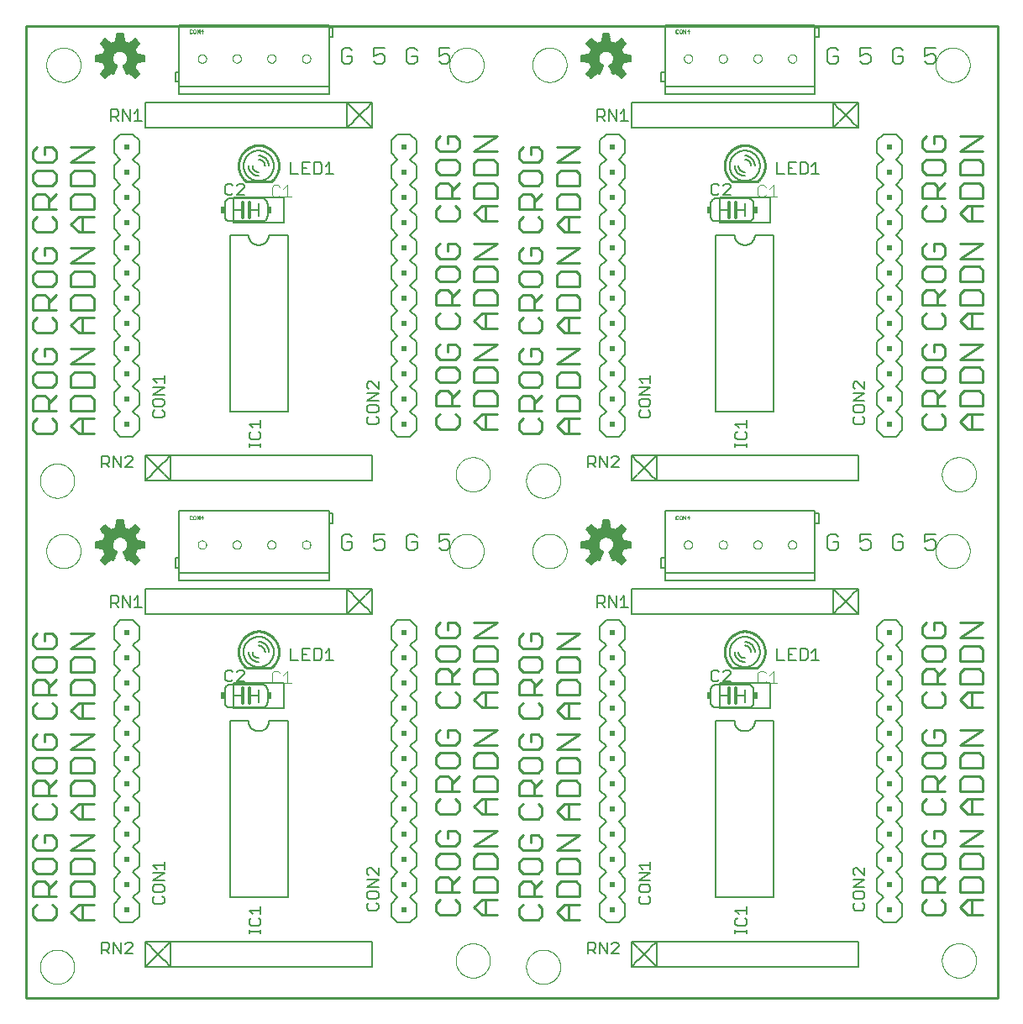
<source format=gto>
G75*
%MOIN*%
%OFA0B0*%
%FSLAX25Y25*%
%IPPOS*%
%LPD*%
%AMOC8*
5,1,8,0,0,1.08239X$1,22.5*
%
%ADD10C,0.00500*%
%ADD11C,0.00200*%
%ADD12C,0.01000*%
%ADD13C,0.00700*%
%ADD14C,0.00400*%
%ADD15C,0.00100*%
%ADD16C,0.00000*%
%ADD17C,0.00800*%
%ADD18C,0.00600*%
%ADD19C,0.01200*%
%ADD20R,0.01500X0.03000*%
%ADD21R,0.02000X0.02000*%
%ADD22C,0.00004*%
%ADD23C,0.00591*%
D10*
X0046583Y0034083D02*
X0046583Y0038587D01*
X0048835Y0038587D01*
X0049586Y0037837D01*
X0049586Y0036335D01*
X0048835Y0035585D01*
X0046583Y0035585D01*
X0048085Y0035585D02*
X0049586Y0034083D01*
X0051187Y0034083D02*
X0051187Y0038587D01*
X0054190Y0034083D01*
X0054190Y0038587D01*
X0055791Y0037837D02*
X0056542Y0038587D01*
X0058043Y0038587D01*
X0058794Y0037837D01*
X0058794Y0037086D01*
X0055791Y0034083D01*
X0058794Y0034083D01*
X0067630Y0053783D02*
X0070633Y0053783D01*
X0071383Y0054534D01*
X0071383Y0056035D01*
X0070633Y0056786D01*
X0070633Y0058387D02*
X0071383Y0059138D01*
X0071383Y0060639D01*
X0070633Y0061390D01*
X0067630Y0061390D01*
X0066879Y0060639D01*
X0066879Y0059138D01*
X0067630Y0058387D01*
X0070633Y0058387D01*
X0067630Y0056786D02*
X0066879Y0056035D01*
X0066879Y0054534D01*
X0067630Y0053783D01*
X0066879Y0062991D02*
X0071383Y0065994D01*
X0066879Y0065994D01*
X0068381Y0067595D02*
X0066879Y0069096D01*
X0071383Y0069096D01*
X0071383Y0067595D02*
X0071383Y0070598D01*
X0071383Y0062991D02*
X0066879Y0062991D01*
X0105079Y0051258D02*
X0109583Y0051258D01*
X0109583Y0049757D02*
X0109583Y0052759D01*
X0106581Y0049757D02*
X0105079Y0051258D01*
X0105830Y0048155D02*
X0105079Y0047405D01*
X0105079Y0045903D01*
X0105830Y0045153D01*
X0108833Y0045153D01*
X0109583Y0045903D01*
X0109583Y0047405D01*
X0108833Y0048155D01*
X0109583Y0043585D02*
X0109583Y0042083D01*
X0109583Y0042834D02*
X0105079Y0042834D01*
X0105079Y0042083D02*
X0105079Y0043585D01*
X0151879Y0052034D02*
X0152630Y0051283D01*
X0155633Y0051283D01*
X0156383Y0052034D01*
X0156383Y0053535D01*
X0155633Y0054286D01*
X0155633Y0055887D02*
X0156383Y0056638D01*
X0156383Y0058139D01*
X0155633Y0058890D01*
X0152630Y0058890D01*
X0151879Y0058139D01*
X0151879Y0056638D01*
X0152630Y0055887D01*
X0155633Y0055887D01*
X0152630Y0054286D02*
X0151879Y0053535D01*
X0151879Y0052034D01*
X0151879Y0060491D02*
X0156383Y0063494D01*
X0151879Y0063494D01*
X0152630Y0065095D02*
X0151879Y0065846D01*
X0151879Y0067347D01*
X0152630Y0068098D01*
X0153381Y0068098D01*
X0156383Y0065095D01*
X0156383Y0068098D01*
X0156383Y0060491D02*
X0151879Y0060491D01*
X0103190Y0142083D02*
X0100187Y0142083D01*
X0103190Y0145086D01*
X0103190Y0145837D01*
X0102439Y0146587D01*
X0100938Y0146587D01*
X0100187Y0145837D01*
X0100938Y0146587D01*
X0102439Y0146587D01*
X0103190Y0145837D01*
X0103190Y0145086D01*
X0100187Y0142083D01*
X0103190Y0142083D01*
X0098586Y0142834D02*
X0097835Y0142083D01*
X0096334Y0142083D01*
X0095583Y0142834D01*
X0095583Y0145837D01*
X0096334Y0146587D01*
X0097835Y0146587D01*
X0098586Y0145837D01*
X0097835Y0146587D01*
X0096334Y0146587D01*
X0095583Y0145837D01*
X0095583Y0142834D01*
X0096334Y0142083D01*
X0097835Y0142083D01*
X0098586Y0142834D01*
X0121583Y0150583D02*
X0124586Y0150583D01*
X0126187Y0150583D02*
X0129190Y0150583D01*
X0130791Y0150583D02*
X0133043Y0150583D01*
X0133794Y0151334D01*
X0133794Y0154337D01*
X0133043Y0155087D01*
X0130791Y0155087D01*
X0130791Y0150583D01*
X0127689Y0152835D02*
X0126187Y0152835D01*
X0126187Y0155087D02*
X0126187Y0150583D01*
X0126187Y0155087D02*
X0129190Y0155087D01*
X0135395Y0153586D02*
X0136896Y0155087D01*
X0136896Y0150583D01*
X0135395Y0150583D02*
X0138398Y0150583D01*
X0121583Y0150583D02*
X0121583Y0155087D01*
X0062482Y0171583D02*
X0059479Y0171583D01*
X0060981Y0171583D02*
X0060981Y0176087D01*
X0059479Y0174586D01*
X0057878Y0176087D02*
X0057878Y0171583D01*
X0054875Y0176087D01*
X0054875Y0171583D01*
X0053274Y0171583D02*
X0051773Y0173085D01*
X0052523Y0173085D02*
X0050272Y0173085D01*
X0050272Y0171583D02*
X0050272Y0176087D01*
X0052523Y0176087D01*
X0053274Y0175337D01*
X0053274Y0173835D01*
X0052523Y0173085D01*
X0051187Y0226997D02*
X0051187Y0231501D01*
X0054190Y0226997D01*
X0054190Y0231501D01*
X0055791Y0230750D02*
X0056542Y0231501D01*
X0058043Y0231501D01*
X0058794Y0230750D01*
X0058794Y0229999D01*
X0055791Y0226997D01*
X0058794Y0226997D01*
X0049586Y0226997D02*
X0048085Y0228498D01*
X0048835Y0228498D02*
X0046583Y0228498D01*
X0046583Y0226997D02*
X0046583Y0231501D01*
X0048835Y0231501D01*
X0049586Y0230750D01*
X0049586Y0229249D01*
X0048835Y0228498D01*
X0067630Y0246697D02*
X0070633Y0246697D01*
X0071383Y0247447D01*
X0071383Y0248949D01*
X0070633Y0249699D01*
X0070633Y0251301D02*
X0071383Y0252051D01*
X0071383Y0253553D01*
X0070633Y0254303D01*
X0067630Y0254303D01*
X0066879Y0253553D01*
X0066879Y0252051D01*
X0067630Y0251301D01*
X0070633Y0251301D01*
X0067630Y0249699D02*
X0066879Y0248949D01*
X0066879Y0247447D01*
X0067630Y0246697D01*
X0066879Y0255905D02*
X0071383Y0258907D01*
X0066879Y0258907D01*
X0068381Y0260508D02*
X0066879Y0262010D01*
X0071383Y0262010D01*
X0071383Y0263511D02*
X0071383Y0260508D01*
X0071383Y0255905D02*
X0066879Y0255905D01*
X0105079Y0244171D02*
X0109583Y0244171D01*
X0109583Y0242670D02*
X0109583Y0245672D01*
X0106581Y0242670D02*
X0105079Y0244171D01*
X0105830Y0241069D02*
X0105079Y0240318D01*
X0105079Y0238817D01*
X0105830Y0238066D01*
X0108833Y0238066D01*
X0109583Y0238817D01*
X0109583Y0240318D01*
X0108833Y0241069D01*
X0109583Y0236498D02*
X0109583Y0234997D01*
X0109583Y0235747D02*
X0105079Y0235747D01*
X0105079Y0234997D02*
X0105079Y0236498D01*
X0151879Y0244947D02*
X0152630Y0244197D01*
X0155633Y0244197D01*
X0156383Y0244947D01*
X0156383Y0246449D01*
X0155633Y0247199D01*
X0155633Y0248801D02*
X0156383Y0249551D01*
X0156383Y0251053D01*
X0155633Y0251803D01*
X0152630Y0251803D01*
X0151879Y0251053D01*
X0151879Y0249551D01*
X0152630Y0248801D01*
X0155633Y0248801D01*
X0152630Y0247199D02*
X0151879Y0246449D01*
X0151879Y0244947D01*
X0151879Y0253405D02*
X0156383Y0256407D01*
X0151879Y0256407D01*
X0152630Y0258008D02*
X0151879Y0258759D01*
X0151879Y0260260D01*
X0152630Y0261011D01*
X0153381Y0261011D01*
X0156383Y0258008D01*
X0156383Y0261011D01*
X0156383Y0253405D02*
X0151879Y0253405D01*
X0103190Y0334997D02*
X0100187Y0334997D01*
X0103190Y0337999D01*
X0103190Y0338750D01*
X0102439Y0339501D01*
X0100938Y0339501D01*
X0100187Y0338750D01*
X0100938Y0339501D01*
X0102439Y0339501D01*
X0103190Y0338750D01*
X0103190Y0337999D01*
X0100187Y0334997D01*
X0103190Y0334997D01*
X0098586Y0335747D02*
X0097835Y0334997D01*
X0096334Y0334997D01*
X0095583Y0335747D01*
X0095583Y0338750D01*
X0096334Y0339501D01*
X0097835Y0339501D01*
X0098586Y0338750D01*
X0097835Y0339501D01*
X0096334Y0339501D01*
X0095583Y0338750D01*
X0095583Y0335747D01*
X0096334Y0334997D01*
X0097835Y0334997D01*
X0098586Y0335747D01*
X0121583Y0343497D02*
X0124586Y0343497D01*
X0126187Y0343497D02*
X0129190Y0343497D01*
X0130791Y0343497D02*
X0133043Y0343497D01*
X0133794Y0344247D01*
X0133794Y0347250D01*
X0133043Y0348001D01*
X0130791Y0348001D01*
X0130791Y0343497D01*
X0127689Y0345749D02*
X0126187Y0345749D01*
X0126187Y0348001D02*
X0126187Y0343497D01*
X0126187Y0348001D02*
X0129190Y0348001D01*
X0135395Y0346499D02*
X0136896Y0348001D01*
X0136896Y0343497D01*
X0135395Y0343497D02*
X0138398Y0343497D01*
X0121583Y0343497D02*
X0121583Y0348001D01*
X0062482Y0364497D02*
X0059479Y0364497D01*
X0060981Y0364497D02*
X0060981Y0369001D01*
X0059479Y0367499D01*
X0057878Y0369001D02*
X0057878Y0364497D01*
X0054875Y0369001D01*
X0054875Y0364497D01*
X0053274Y0364497D02*
X0051773Y0365998D01*
X0052523Y0365998D02*
X0050272Y0365998D01*
X0050272Y0364497D02*
X0050272Y0369001D01*
X0052523Y0369001D01*
X0053274Y0368250D01*
X0053274Y0366749D01*
X0052523Y0365998D01*
X0239497Y0231501D02*
X0239497Y0226997D01*
X0239497Y0228498D02*
X0241749Y0228498D01*
X0242499Y0229249D01*
X0242499Y0230750D01*
X0241749Y0231501D01*
X0239497Y0231501D01*
X0240998Y0228498D02*
X0242499Y0226997D01*
X0244101Y0226997D02*
X0244101Y0231501D01*
X0247103Y0226997D01*
X0247103Y0231501D01*
X0248705Y0230750D02*
X0249455Y0231501D01*
X0250956Y0231501D01*
X0251707Y0230750D01*
X0251707Y0229999D01*
X0248705Y0226997D01*
X0251707Y0226997D01*
X0260544Y0246697D02*
X0263546Y0246697D01*
X0264297Y0247447D01*
X0264297Y0248949D01*
X0263546Y0249699D01*
X0263546Y0251301D02*
X0264297Y0252051D01*
X0264297Y0253553D01*
X0263546Y0254303D01*
X0260544Y0254303D01*
X0259793Y0253553D01*
X0259793Y0252051D01*
X0260544Y0251301D01*
X0263546Y0251301D01*
X0260544Y0249699D02*
X0259793Y0248949D01*
X0259793Y0247447D01*
X0260544Y0246697D01*
X0259793Y0255905D02*
X0264297Y0258907D01*
X0259793Y0258907D01*
X0261294Y0260508D02*
X0259793Y0262010D01*
X0264297Y0262010D01*
X0264297Y0263511D02*
X0264297Y0260508D01*
X0264297Y0255905D02*
X0259793Y0255905D01*
X0297993Y0244171D02*
X0302497Y0244171D01*
X0302497Y0242670D02*
X0302497Y0245672D01*
X0299494Y0242670D02*
X0297993Y0244171D01*
X0298744Y0241069D02*
X0297993Y0240318D01*
X0297993Y0238817D01*
X0298744Y0238066D01*
X0301746Y0238066D01*
X0302497Y0238817D01*
X0302497Y0240318D01*
X0301746Y0241069D01*
X0302497Y0236498D02*
X0302497Y0234997D01*
X0302497Y0235747D02*
X0297993Y0235747D01*
X0297993Y0234997D02*
X0297993Y0236498D01*
X0344793Y0244947D02*
X0345544Y0244197D01*
X0348546Y0244197D01*
X0349297Y0244947D01*
X0349297Y0246449D01*
X0348546Y0247199D01*
X0348546Y0248801D02*
X0349297Y0249551D01*
X0349297Y0251053D01*
X0348546Y0251803D01*
X0345544Y0251803D01*
X0344793Y0251053D01*
X0344793Y0249551D01*
X0345544Y0248801D01*
X0348546Y0248801D01*
X0345544Y0247199D02*
X0344793Y0246449D01*
X0344793Y0244947D01*
X0344793Y0253405D02*
X0349297Y0256407D01*
X0344793Y0256407D01*
X0345544Y0258008D02*
X0344793Y0258759D01*
X0344793Y0260260D01*
X0345544Y0261011D01*
X0346294Y0261011D01*
X0349297Y0258008D01*
X0349297Y0261011D01*
X0349297Y0253405D02*
X0344793Y0253405D01*
X0296103Y0334997D02*
X0293101Y0334997D01*
X0296103Y0337999D01*
X0296103Y0338750D01*
X0295353Y0339501D01*
X0293851Y0339501D01*
X0293101Y0338750D01*
X0293851Y0339501D01*
X0295353Y0339501D01*
X0296103Y0338750D01*
X0296103Y0337999D01*
X0293101Y0334997D01*
X0296103Y0334997D01*
X0291499Y0335747D02*
X0290749Y0334997D01*
X0289247Y0334997D01*
X0288497Y0335747D01*
X0288497Y0338750D01*
X0289247Y0339501D01*
X0290749Y0339501D01*
X0291499Y0338750D01*
X0290749Y0339501D01*
X0289247Y0339501D01*
X0288497Y0338750D01*
X0288497Y0335747D01*
X0289247Y0334997D01*
X0290749Y0334997D01*
X0291499Y0335747D01*
X0314497Y0343497D02*
X0317499Y0343497D01*
X0319101Y0343497D02*
X0322103Y0343497D01*
X0323705Y0343497D02*
X0325956Y0343497D01*
X0326707Y0344247D01*
X0326707Y0347250D01*
X0325956Y0348001D01*
X0323705Y0348001D01*
X0323705Y0343497D01*
X0320602Y0345749D02*
X0319101Y0345749D01*
X0319101Y0348001D02*
X0319101Y0343497D01*
X0319101Y0348001D02*
X0322103Y0348001D01*
X0328308Y0346499D02*
X0329810Y0348001D01*
X0329810Y0343497D01*
X0331311Y0343497D02*
X0328308Y0343497D01*
X0314497Y0343497D02*
X0314497Y0348001D01*
X0255395Y0364497D02*
X0252393Y0364497D01*
X0253894Y0364497D02*
X0253894Y0369001D01*
X0252393Y0367499D01*
X0250791Y0369001D02*
X0250791Y0364497D01*
X0247789Y0369001D01*
X0247789Y0364497D01*
X0246187Y0364497D02*
X0244686Y0365998D01*
X0245437Y0365998D02*
X0243185Y0365998D01*
X0243185Y0364497D02*
X0243185Y0369001D01*
X0245437Y0369001D01*
X0246187Y0368250D01*
X0246187Y0366749D01*
X0245437Y0365998D01*
X0245437Y0176087D02*
X0243185Y0176087D01*
X0243185Y0171583D01*
X0243185Y0173085D02*
X0245437Y0173085D01*
X0246187Y0173835D01*
X0246187Y0175337D01*
X0245437Y0176087D01*
X0247789Y0176087D02*
X0250791Y0171583D01*
X0250791Y0176087D01*
X0252393Y0174586D02*
X0253894Y0176087D01*
X0253894Y0171583D01*
X0252393Y0171583D02*
X0255395Y0171583D01*
X0247789Y0171583D02*
X0247789Y0176087D01*
X0244686Y0173085D02*
X0246187Y0171583D01*
X0288497Y0145837D02*
X0288497Y0142834D01*
X0289247Y0142083D01*
X0290749Y0142083D01*
X0291499Y0142834D01*
X0290749Y0142083D01*
X0289247Y0142083D01*
X0288497Y0142834D01*
X0288497Y0145837D01*
X0289247Y0146587D01*
X0290749Y0146587D01*
X0291499Y0145837D01*
X0290749Y0146587D01*
X0289247Y0146587D01*
X0288497Y0145837D01*
X0293101Y0145837D02*
X0293851Y0146587D01*
X0295353Y0146587D01*
X0296103Y0145837D01*
X0296103Y0145086D01*
X0293101Y0142083D01*
X0296103Y0142083D01*
X0293101Y0142083D01*
X0296103Y0145086D01*
X0296103Y0145837D01*
X0295353Y0146587D01*
X0293851Y0146587D01*
X0293101Y0145837D01*
X0314497Y0150583D02*
X0317499Y0150583D01*
X0319101Y0150583D02*
X0322103Y0150583D01*
X0323705Y0150583D02*
X0325956Y0150583D01*
X0326707Y0151334D01*
X0326707Y0154337D01*
X0325956Y0155087D01*
X0323705Y0155087D01*
X0323705Y0150583D01*
X0320602Y0152835D02*
X0319101Y0152835D01*
X0319101Y0155087D02*
X0319101Y0150583D01*
X0319101Y0155087D02*
X0322103Y0155087D01*
X0328308Y0153586D02*
X0329810Y0155087D01*
X0329810Y0150583D01*
X0331311Y0150583D02*
X0328308Y0150583D01*
X0314497Y0150583D02*
X0314497Y0155087D01*
X0345544Y0068098D02*
X0344793Y0067347D01*
X0344793Y0065846D01*
X0345544Y0065095D01*
X0344793Y0063494D02*
X0349297Y0063494D01*
X0344793Y0060491D01*
X0349297Y0060491D01*
X0348546Y0058890D02*
X0345544Y0058890D01*
X0344793Y0058139D01*
X0344793Y0056638D01*
X0345544Y0055887D01*
X0348546Y0055887D01*
X0349297Y0056638D01*
X0349297Y0058139D01*
X0348546Y0058890D01*
X0348546Y0054286D02*
X0349297Y0053535D01*
X0349297Y0052034D01*
X0348546Y0051283D01*
X0345544Y0051283D01*
X0344793Y0052034D01*
X0344793Y0053535D01*
X0345544Y0054286D01*
X0349297Y0065095D02*
X0346294Y0068098D01*
X0345544Y0068098D01*
X0349297Y0068098D02*
X0349297Y0065095D01*
X0302497Y0052759D02*
X0302497Y0049757D01*
X0302497Y0051258D02*
X0297993Y0051258D01*
X0299494Y0049757D01*
X0298744Y0048155D02*
X0297993Y0047405D01*
X0297993Y0045903D01*
X0298744Y0045153D01*
X0301746Y0045153D01*
X0302497Y0045903D01*
X0302497Y0047405D01*
X0301746Y0048155D01*
X0302497Y0043585D02*
X0302497Y0042083D01*
X0302497Y0042834D02*
X0297993Y0042834D01*
X0297993Y0042083D02*
X0297993Y0043585D01*
X0264297Y0054534D02*
X0264297Y0056035D01*
X0263546Y0056786D01*
X0263546Y0058387D02*
X0264297Y0059138D01*
X0264297Y0060639D01*
X0263546Y0061390D01*
X0260544Y0061390D01*
X0259793Y0060639D01*
X0259793Y0059138D01*
X0260544Y0058387D01*
X0263546Y0058387D01*
X0260544Y0056786D02*
X0259793Y0056035D01*
X0259793Y0054534D01*
X0260544Y0053783D01*
X0263546Y0053783D01*
X0264297Y0054534D01*
X0264297Y0062991D02*
X0259793Y0062991D01*
X0264297Y0065994D01*
X0259793Y0065994D01*
X0261294Y0067595D02*
X0259793Y0069096D01*
X0264297Y0069096D01*
X0264297Y0067595D02*
X0264297Y0070598D01*
X0250956Y0038587D02*
X0249455Y0038587D01*
X0248705Y0037837D01*
X0247103Y0038587D02*
X0247103Y0034083D01*
X0244101Y0038587D01*
X0244101Y0034083D01*
X0242499Y0034083D02*
X0240998Y0035585D01*
X0241749Y0035585D02*
X0239497Y0035585D01*
X0239497Y0034083D02*
X0239497Y0038587D01*
X0241749Y0038587D01*
X0242499Y0037837D01*
X0242499Y0036335D01*
X0241749Y0035585D01*
X0248705Y0034083D02*
X0251707Y0037086D01*
X0251707Y0037837D01*
X0250956Y0038587D01*
X0251707Y0034083D02*
X0248705Y0034083D01*
D11*
X0274580Y0206433D02*
X0275047Y0206433D01*
X0275281Y0206667D01*
X0275820Y0206667D02*
X0276053Y0206433D01*
X0276521Y0206433D01*
X0276754Y0206667D01*
X0276754Y0207601D01*
X0276521Y0207835D01*
X0276053Y0207835D01*
X0275820Y0207601D01*
X0275820Y0206667D01*
X0275281Y0207601D02*
X0275047Y0207835D01*
X0274580Y0207835D01*
X0274347Y0207601D01*
X0274347Y0206667D01*
X0274580Y0206433D01*
X0277293Y0206433D02*
X0277293Y0207835D01*
X0278227Y0206433D01*
X0278227Y0207835D01*
X0278766Y0207134D02*
X0279701Y0207134D01*
X0279467Y0206433D02*
X0279467Y0207835D01*
X0278766Y0207134D01*
X0086787Y0207134D02*
X0085853Y0207134D01*
X0086554Y0207835D01*
X0086554Y0206433D01*
X0085314Y0206433D02*
X0085314Y0207835D01*
X0084380Y0207835D02*
X0084380Y0206433D01*
X0083841Y0206667D02*
X0083841Y0207601D01*
X0083607Y0207835D01*
X0083140Y0207835D01*
X0082907Y0207601D01*
X0082907Y0206667D01*
X0083140Y0206433D01*
X0083607Y0206433D01*
X0083841Y0206667D01*
X0084380Y0207835D02*
X0085314Y0206433D01*
X0082367Y0206667D02*
X0082134Y0206433D01*
X0081667Y0206433D01*
X0081433Y0206667D01*
X0081433Y0207601D01*
X0081667Y0207835D01*
X0082134Y0207835D01*
X0082367Y0207601D01*
X0082134Y0399347D02*
X0082367Y0399580D01*
X0082134Y0399347D02*
X0081667Y0399347D01*
X0081433Y0399580D01*
X0081433Y0400514D01*
X0081667Y0400748D01*
X0082134Y0400748D01*
X0082367Y0400514D01*
X0082907Y0400514D02*
X0082907Y0399580D01*
X0083140Y0399347D01*
X0083607Y0399347D01*
X0083841Y0399580D01*
X0083841Y0400514D01*
X0083607Y0400748D01*
X0083140Y0400748D01*
X0082907Y0400514D01*
X0084380Y0400748D02*
X0085314Y0399347D01*
X0085314Y0400748D01*
X0085853Y0400047D02*
X0086787Y0400047D01*
X0086554Y0399347D02*
X0086554Y0400748D01*
X0085853Y0400047D01*
X0084380Y0399347D02*
X0084380Y0400748D01*
X0274347Y0400514D02*
X0274347Y0399580D01*
X0274580Y0399347D01*
X0275047Y0399347D01*
X0275281Y0399580D01*
X0275820Y0399580D02*
X0276053Y0399347D01*
X0276521Y0399347D01*
X0276754Y0399580D01*
X0276754Y0400514D01*
X0276521Y0400748D01*
X0276053Y0400748D01*
X0275820Y0400514D01*
X0275820Y0399580D01*
X0275281Y0400514D02*
X0275047Y0400748D01*
X0274580Y0400748D01*
X0274347Y0400514D01*
X0277293Y0400748D02*
X0278227Y0399347D01*
X0278227Y0400748D01*
X0278766Y0400047D02*
X0279701Y0400047D01*
X0279467Y0399347D02*
X0279467Y0400748D01*
X0278766Y0400047D01*
X0277293Y0399347D02*
X0277293Y0400748D01*
D12*
X0016333Y0402160D02*
X0016333Y0016333D01*
X0402160Y0016333D01*
X0402160Y0402160D01*
X0016333Y0402160D01*
X0020827Y0354044D02*
X0019326Y0352543D01*
X0019326Y0349540D01*
X0020827Y0348039D01*
X0026832Y0348039D01*
X0028333Y0349540D01*
X0028333Y0352543D01*
X0026832Y0354044D01*
X0023829Y0354044D01*
X0023829Y0351041D01*
X0020827Y0344836D02*
X0019326Y0343335D01*
X0019326Y0340332D01*
X0020827Y0338831D01*
X0026832Y0338831D01*
X0028333Y0340332D01*
X0028333Y0343335D01*
X0026832Y0344836D01*
X0020827Y0344836D01*
X0020827Y0335628D02*
X0023829Y0335628D01*
X0025331Y0334127D01*
X0025331Y0329623D01*
X0028333Y0329623D02*
X0019326Y0329623D01*
X0019326Y0334127D01*
X0020827Y0335628D01*
X0025331Y0332626D02*
X0028333Y0335628D01*
X0034326Y0334127D02*
X0034326Y0329623D01*
X0043333Y0329623D01*
X0043333Y0334127D01*
X0041832Y0335628D01*
X0035827Y0335628D01*
X0034326Y0334127D01*
X0037328Y0326420D02*
X0043333Y0326420D01*
X0038829Y0326420D02*
X0038829Y0320415D01*
X0037328Y0320415D02*
X0034326Y0323418D01*
X0037328Y0326420D01*
X0037328Y0320415D02*
X0043333Y0320415D01*
X0043333Y0314044D02*
X0034326Y0314044D01*
X0034326Y0308039D02*
X0043333Y0314044D01*
X0043333Y0308039D02*
X0034326Y0308039D01*
X0035827Y0304836D02*
X0034326Y0303335D01*
X0034326Y0298831D01*
X0043333Y0298831D01*
X0043333Y0303335D01*
X0041832Y0304836D01*
X0035827Y0304836D01*
X0028333Y0303335D02*
X0028333Y0300332D01*
X0026832Y0298831D01*
X0020827Y0298831D01*
X0019326Y0300332D01*
X0019326Y0303335D01*
X0020827Y0304836D01*
X0026832Y0304836D01*
X0028333Y0303335D01*
X0026832Y0308039D02*
X0028333Y0309540D01*
X0028333Y0312543D01*
X0026832Y0314044D01*
X0023829Y0314044D01*
X0023829Y0311041D01*
X0020827Y0308039D02*
X0026832Y0308039D01*
X0020827Y0308039D02*
X0019326Y0309540D01*
X0019326Y0312543D01*
X0020827Y0314044D01*
X0020827Y0320415D02*
X0026832Y0320415D01*
X0028333Y0321917D01*
X0028333Y0324919D01*
X0026832Y0326420D01*
X0020827Y0326420D02*
X0019326Y0324919D01*
X0019326Y0321917D01*
X0020827Y0320415D01*
X0034326Y0338831D02*
X0034326Y0343335D01*
X0035827Y0344836D01*
X0041832Y0344836D01*
X0043333Y0343335D01*
X0043333Y0338831D01*
X0034326Y0338831D01*
X0034326Y0348039D02*
X0043333Y0354044D01*
X0034326Y0354044D01*
X0034326Y0348039D02*
X0043333Y0348039D01*
X0041832Y0295628D02*
X0035827Y0295628D01*
X0034326Y0294127D01*
X0034326Y0289623D01*
X0043333Y0289623D01*
X0043333Y0294127D01*
X0041832Y0295628D01*
X0043333Y0286420D02*
X0037328Y0286420D01*
X0034326Y0283418D01*
X0037328Y0280415D01*
X0043333Y0280415D01*
X0038829Y0280415D02*
X0038829Y0286420D01*
X0028333Y0284919D02*
X0028333Y0281917D01*
X0026832Y0280415D01*
X0020827Y0280415D01*
X0019326Y0281917D01*
X0019326Y0284919D01*
X0020827Y0286420D01*
X0019326Y0289623D02*
X0019326Y0294127D01*
X0020827Y0295628D01*
X0023829Y0295628D01*
X0025331Y0294127D01*
X0025331Y0289623D01*
X0028333Y0289623D02*
X0019326Y0289623D01*
X0025331Y0292626D02*
X0028333Y0295628D01*
X0026832Y0286420D02*
X0028333Y0284919D01*
X0026832Y0274044D02*
X0023829Y0274044D01*
X0023829Y0271041D01*
X0020827Y0268039D02*
X0026832Y0268039D01*
X0028333Y0269540D01*
X0028333Y0272543D01*
X0026832Y0274044D01*
X0020827Y0274044D02*
X0019326Y0272543D01*
X0019326Y0269540D01*
X0020827Y0268039D01*
X0020827Y0264836D02*
X0019326Y0263335D01*
X0019326Y0260332D01*
X0020827Y0258831D01*
X0026832Y0258831D01*
X0028333Y0260332D01*
X0028333Y0263335D01*
X0026832Y0264836D01*
X0020827Y0264836D01*
X0020827Y0255628D02*
X0023829Y0255628D01*
X0025331Y0254127D01*
X0025331Y0249623D01*
X0028333Y0249623D02*
X0019326Y0249623D01*
X0019326Y0254127D01*
X0020827Y0255628D01*
X0025331Y0252626D02*
X0028333Y0255628D01*
X0034326Y0254127D02*
X0034326Y0249623D01*
X0043333Y0249623D01*
X0043333Y0254127D01*
X0041832Y0255628D01*
X0035827Y0255628D01*
X0034326Y0254127D01*
X0034326Y0258831D02*
X0034326Y0263335D01*
X0035827Y0264836D01*
X0041832Y0264836D01*
X0043333Y0263335D01*
X0043333Y0258831D01*
X0034326Y0258831D01*
X0034326Y0268039D02*
X0043333Y0274044D01*
X0034326Y0274044D01*
X0034326Y0268039D02*
X0043333Y0268039D01*
X0043333Y0246420D02*
X0037328Y0246420D01*
X0034326Y0243418D01*
X0037328Y0240415D01*
X0043333Y0240415D01*
X0038829Y0240415D02*
X0038829Y0246420D01*
X0028333Y0244919D02*
X0026832Y0246420D01*
X0028333Y0244919D02*
X0028333Y0241917D01*
X0026832Y0240415D01*
X0020827Y0240415D01*
X0019326Y0241917D01*
X0019326Y0244919D01*
X0020827Y0246420D01*
X0020827Y0161131D02*
X0019326Y0159629D01*
X0019326Y0156627D01*
X0020827Y0155125D01*
X0026832Y0155125D01*
X0028333Y0156627D01*
X0028333Y0159629D01*
X0026832Y0161131D01*
X0023829Y0161131D01*
X0023829Y0158128D01*
X0020827Y0151923D02*
X0019326Y0150421D01*
X0019326Y0147419D01*
X0020827Y0145918D01*
X0026832Y0145918D01*
X0028333Y0147419D01*
X0028333Y0150421D01*
X0026832Y0151923D01*
X0020827Y0151923D01*
X0020827Y0142715D02*
X0023829Y0142715D01*
X0025331Y0141214D01*
X0025331Y0136710D01*
X0025331Y0139712D02*
X0028333Y0142715D01*
X0028333Y0136710D02*
X0019326Y0136710D01*
X0019326Y0141214D01*
X0020827Y0142715D01*
X0020827Y0133507D02*
X0019326Y0132006D01*
X0019326Y0129003D01*
X0020827Y0127502D01*
X0026832Y0127502D01*
X0028333Y0129003D01*
X0028333Y0132006D01*
X0026832Y0133507D01*
X0034326Y0130504D02*
X0037328Y0133507D01*
X0043333Y0133507D01*
X0043333Y0136710D02*
X0043333Y0141214D01*
X0041832Y0142715D01*
X0035827Y0142715D01*
X0034326Y0141214D01*
X0034326Y0136710D01*
X0043333Y0136710D01*
X0038829Y0133507D02*
X0038829Y0127502D01*
X0037328Y0127502D02*
X0034326Y0130504D01*
X0037328Y0127502D02*
X0043333Y0127502D01*
X0043333Y0121131D02*
X0034326Y0121131D01*
X0034326Y0115125D02*
X0043333Y0121131D01*
X0043333Y0115125D02*
X0034326Y0115125D01*
X0035827Y0111923D02*
X0034326Y0110421D01*
X0034326Y0105918D01*
X0043333Y0105918D01*
X0043333Y0110421D01*
X0041832Y0111923D01*
X0035827Y0111923D01*
X0028333Y0110421D02*
X0028333Y0107419D01*
X0026832Y0105918D01*
X0020827Y0105918D01*
X0019326Y0107419D01*
X0019326Y0110421D01*
X0020827Y0111923D01*
X0026832Y0111923D01*
X0028333Y0110421D01*
X0026832Y0115125D02*
X0028333Y0116627D01*
X0028333Y0119629D01*
X0026832Y0121131D01*
X0023829Y0121131D01*
X0023829Y0118128D01*
X0020827Y0115125D02*
X0026832Y0115125D01*
X0020827Y0115125D02*
X0019326Y0116627D01*
X0019326Y0119629D01*
X0020827Y0121131D01*
X0020827Y0102715D02*
X0023829Y0102715D01*
X0025331Y0101214D01*
X0025331Y0096710D01*
X0025331Y0099712D02*
X0028333Y0102715D01*
X0028333Y0096710D02*
X0019326Y0096710D01*
X0019326Y0101214D01*
X0020827Y0102715D01*
X0020827Y0093507D02*
X0019326Y0092006D01*
X0019326Y0089003D01*
X0020827Y0087502D01*
X0026832Y0087502D01*
X0028333Y0089003D01*
X0028333Y0092006D01*
X0026832Y0093507D01*
X0034326Y0090504D02*
X0037328Y0087502D01*
X0043333Y0087502D01*
X0038829Y0087502D02*
X0038829Y0093507D01*
X0037328Y0093507D02*
X0034326Y0090504D01*
X0037328Y0093507D02*
X0043333Y0093507D01*
X0043333Y0096710D02*
X0043333Y0101214D01*
X0041832Y0102715D01*
X0035827Y0102715D01*
X0034326Y0101214D01*
X0034326Y0096710D01*
X0043333Y0096710D01*
X0043333Y0081131D02*
X0034326Y0081131D01*
X0034326Y0075125D02*
X0043333Y0081131D01*
X0043333Y0075125D02*
X0034326Y0075125D01*
X0035827Y0071923D02*
X0034326Y0070421D01*
X0034326Y0065918D01*
X0043333Y0065918D01*
X0043333Y0070421D01*
X0041832Y0071923D01*
X0035827Y0071923D01*
X0028333Y0070421D02*
X0028333Y0067419D01*
X0026832Y0065918D01*
X0020827Y0065918D01*
X0019326Y0067419D01*
X0019326Y0070421D01*
X0020827Y0071923D01*
X0026832Y0071923D01*
X0028333Y0070421D01*
X0026832Y0075125D02*
X0028333Y0076627D01*
X0028333Y0079629D01*
X0026832Y0081131D01*
X0023829Y0081131D01*
X0023829Y0078128D01*
X0020827Y0075125D02*
X0026832Y0075125D01*
X0020827Y0075125D02*
X0019326Y0076627D01*
X0019326Y0079629D01*
X0020827Y0081131D01*
X0020827Y0062715D02*
X0023829Y0062715D01*
X0025331Y0061214D01*
X0025331Y0056710D01*
X0025331Y0059712D02*
X0028333Y0062715D01*
X0028333Y0056710D02*
X0019326Y0056710D01*
X0019326Y0061214D01*
X0020827Y0062715D01*
X0020827Y0053507D02*
X0019326Y0052006D01*
X0019326Y0049003D01*
X0020827Y0047502D01*
X0026832Y0047502D01*
X0028333Y0049003D01*
X0028333Y0052006D01*
X0026832Y0053507D01*
X0034326Y0050504D02*
X0037328Y0053507D01*
X0043333Y0053507D01*
X0043333Y0056710D02*
X0043333Y0061214D01*
X0041832Y0062715D01*
X0035827Y0062715D01*
X0034326Y0061214D01*
X0034326Y0056710D01*
X0043333Y0056710D01*
X0038829Y0053507D02*
X0038829Y0047502D01*
X0037328Y0047502D02*
X0034326Y0050504D01*
X0037328Y0047502D02*
X0043333Y0047502D01*
X0043333Y0145918D02*
X0034326Y0145918D01*
X0034326Y0150421D01*
X0035827Y0151923D01*
X0041832Y0151923D01*
X0043333Y0150421D01*
X0043333Y0145918D01*
X0043333Y0155125D02*
X0034326Y0155125D01*
X0043333Y0161131D01*
X0034326Y0161131D01*
X0103833Y0147633D02*
X0105833Y0147633D01*
X0112333Y0147633D01*
X0113833Y0147633D01*
X0108833Y0162033D02*
X0108638Y0162022D01*
X0108444Y0162006D01*
X0108250Y0161986D01*
X0108057Y0161960D01*
X0107864Y0161930D01*
X0107672Y0161896D01*
X0107481Y0161857D01*
X0107291Y0161813D01*
X0107102Y0161765D01*
X0106915Y0161712D01*
X0106728Y0161655D01*
X0106543Y0161594D01*
X0106360Y0161527D01*
X0106178Y0161457D01*
X0105998Y0161382D01*
X0105820Y0161303D01*
X0105644Y0161220D01*
X0105470Y0161132D01*
X0105298Y0161041D01*
X0105128Y0160945D01*
X0104960Y0160845D01*
X0104795Y0160741D01*
X0104633Y0160633D01*
X0108834Y0162033D02*
X0109024Y0162022D01*
X0109214Y0162006D01*
X0109404Y0161985D01*
X0109593Y0161960D01*
X0109781Y0161931D01*
X0109969Y0161897D01*
X0110156Y0161859D01*
X0110342Y0161816D01*
X0110527Y0161769D01*
X0110711Y0161718D01*
X0110893Y0161662D01*
X0111074Y0161602D01*
X0111254Y0161538D01*
X0111432Y0161470D01*
X0111608Y0161397D01*
X0111783Y0161321D01*
X0111956Y0161240D01*
X0112127Y0161155D01*
X0112296Y0161066D01*
X0112462Y0160974D01*
X0112627Y0160877D01*
X0104863Y0160780D02*
X0104695Y0160680D01*
X0104528Y0160577D01*
X0104365Y0160470D01*
X0104204Y0160359D01*
X0104046Y0160243D01*
X0103890Y0160124D01*
X0103738Y0160002D01*
X0103589Y0159875D01*
X0103442Y0159745D01*
X0103300Y0159612D01*
X0103160Y0159475D01*
X0103024Y0159334D01*
X0102891Y0159190D01*
X0102762Y0159044D01*
X0102636Y0158893D01*
X0102514Y0158740D01*
X0102396Y0158584D01*
X0102282Y0158426D01*
X0102172Y0158264D01*
X0102065Y0158100D01*
X0101963Y0157933D01*
X0101865Y0157764D01*
X0101771Y0157592D01*
X0101681Y0157418D01*
X0101595Y0157242D01*
X0101514Y0157064D01*
X0101437Y0156884D01*
X0101365Y0156703D01*
X0101297Y0156519D01*
X0101234Y0156334D01*
X0101175Y0156148D01*
X0101121Y0155960D01*
X0101071Y0155770D01*
X0101026Y0155580D01*
X0100985Y0155388D01*
X0100950Y0155196D01*
X0100919Y0155003D01*
X0100893Y0154809D01*
X0100871Y0154615D01*
X0100854Y0154420D01*
X0100843Y0154224D01*
X0100835Y0154029D01*
X0100833Y0153833D01*
X0112598Y0160892D02*
X0112766Y0160799D01*
X0112932Y0160703D01*
X0113096Y0160603D01*
X0113257Y0160498D01*
X0113416Y0160390D01*
X0113572Y0160278D01*
X0113726Y0160162D01*
X0113876Y0160043D01*
X0114024Y0159920D01*
X0114169Y0159794D01*
X0114310Y0159664D01*
X0114449Y0159531D01*
X0114584Y0159394D01*
X0114716Y0159254D01*
X0114844Y0159112D01*
X0114969Y0158966D01*
X0115091Y0158817D01*
X0115209Y0158665D01*
X0115323Y0158511D01*
X0115433Y0158353D01*
X0115540Y0158194D01*
X0115643Y0158031D01*
X0115742Y0157866D01*
X0115837Y0157699D01*
X0115927Y0157530D01*
X0116014Y0157359D01*
X0116097Y0157185D01*
X0116175Y0157010D01*
X0116249Y0156832D01*
X0116319Y0156653D01*
X0116385Y0156473D01*
X0116446Y0156291D01*
X0116503Y0156107D01*
X0116555Y0155922D01*
X0116603Y0155736D01*
X0116647Y0155549D01*
X0116686Y0155361D01*
X0116720Y0155172D01*
X0116750Y0154982D01*
X0116775Y0154792D01*
X0116796Y0154601D01*
X0116812Y0154409D01*
X0116824Y0154217D01*
X0116831Y0154025D01*
X0116833Y0153833D01*
X0103665Y0147726D02*
X0103519Y0147853D01*
X0103377Y0147982D01*
X0103237Y0148116D01*
X0103101Y0148252D01*
X0102968Y0148392D01*
X0102838Y0148535D01*
X0102712Y0148682D01*
X0102590Y0148831D01*
X0102471Y0148983D01*
X0102356Y0149138D01*
X0102244Y0149295D01*
X0102137Y0149455D01*
X0102033Y0149618D01*
X0101934Y0149784D01*
X0101838Y0149951D01*
X0101746Y0150121D01*
X0101659Y0150293D01*
X0101575Y0150467D01*
X0101496Y0150643D01*
X0101422Y0150821D01*
X0101351Y0151001D01*
X0101285Y0151182D01*
X0101223Y0151365D01*
X0101166Y0151549D01*
X0101113Y0151735D01*
X0101065Y0151922D01*
X0101021Y0152110D01*
X0100982Y0152299D01*
X0100947Y0152489D01*
X0100917Y0152679D01*
X0100891Y0152870D01*
X0100870Y0153062D01*
X0100854Y0153255D01*
X0100842Y0153447D01*
X0100835Y0153640D01*
X0100833Y0153833D01*
X0113955Y0147687D02*
X0114103Y0147814D01*
X0114248Y0147944D01*
X0114389Y0148077D01*
X0114528Y0148214D01*
X0114663Y0148354D01*
X0114794Y0148498D01*
X0114922Y0148645D01*
X0115047Y0148794D01*
X0115168Y0148947D01*
X0115285Y0149102D01*
X0115398Y0149261D01*
X0115507Y0149422D01*
X0115612Y0149586D01*
X0115714Y0149752D01*
X0115811Y0149921D01*
X0115904Y0150091D01*
X0115993Y0150265D01*
X0116078Y0150440D01*
X0116158Y0150617D01*
X0116234Y0150796D01*
X0116306Y0150977D01*
X0116373Y0151160D01*
X0116436Y0151344D01*
X0116494Y0151530D01*
X0116548Y0151717D01*
X0116597Y0151905D01*
X0116642Y0152095D01*
X0116682Y0152285D01*
X0116717Y0152477D01*
X0116748Y0152669D01*
X0116774Y0152862D01*
X0116795Y0153056D01*
X0116812Y0153250D01*
X0116824Y0153444D01*
X0116831Y0153638D01*
X0116833Y0153833D01*
X0179326Y0154753D02*
X0179326Y0151750D01*
X0180827Y0150249D01*
X0186832Y0150249D01*
X0188333Y0151750D01*
X0188333Y0154753D01*
X0186832Y0156254D01*
X0180827Y0156254D01*
X0179326Y0154753D01*
X0180827Y0159457D02*
X0186832Y0159457D01*
X0188333Y0160958D01*
X0188333Y0163961D01*
X0186832Y0165462D01*
X0183829Y0165462D01*
X0183829Y0162459D01*
X0180827Y0159457D02*
X0179326Y0160958D01*
X0179326Y0163961D01*
X0180827Y0165462D01*
X0194326Y0165462D02*
X0203333Y0165462D01*
X0194326Y0159457D01*
X0203333Y0159457D01*
X0201832Y0156254D02*
X0195827Y0156254D01*
X0194326Y0154753D01*
X0194326Y0150249D01*
X0203333Y0150249D01*
X0203333Y0154753D01*
X0201832Y0156254D01*
X0201832Y0147046D02*
X0195827Y0147046D01*
X0194326Y0145545D01*
X0194326Y0141041D01*
X0203333Y0141041D01*
X0203333Y0145545D01*
X0201832Y0147046D01*
X0203333Y0137838D02*
X0197328Y0137838D01*
X0194326Y0134836D01*
X0197328Y0131833D01*
X0203333Y0131833D01*
X0198829Y0131833D02*
X0198829Y0137838D01*
X0188333Y0136337D02*
X0188333Y0133335D01*
X0186832Y0131833D01*
X0180827Y0131833D01*
X0179326Y0133335D01*
X0179326Y0136337D01*
X0180827Y0137838D01*
X0179326Y0141041D02*
X0179326Y0145545D01*
X0180827Y0147046D01*
X0183829Y0147046D01*
X0185331Y0145545D01*
X0185331Y0141041D01*
X0188333Y0141041D02*
X0179326Y0141041D01*
X0185331Y0144044D02*
X0188333Y0147046D01*
X0186832Y0137838D02*
X0188333Y0136337D01*
X0186832Y0122962D02*
X0183829Y0122962D01*
X0183829Y0119959D01*
X0180827Y0116957D02*
X0186832Y0116957D01*
X0188333Y0118458D01*
X0188333Y0121461D01*
X0186832Y0122962D01*
X0194326Y0122962D02*
X0203333Y0122962D01*
X0194326Y0116957D01*
X0203333Y0116957D01*
X0201832Y0113754D02*
X0195827Y0113754D01*
X0194326Y0112253D01*
X0194326Y0107749D01*
X0203333Y0107749D01*
X0203333Y0112253D01*
X0201832Y0113754D01*
X0201832Y0104546D02*
X0195827Y0104546D01*
X0194326Y0103045D01*
X0194326Y0098541D01*
X0203333Y0098541D01*
X0203333Y0103045D01*
X0201832Y0104546D01*
X0203333Y0095338D02*
X0197328Y0095338D01*
X0194326Y0092336D01*
X0197328Y0089333D01*
X0203333Y0089333D01*
X0198829Y0089333D02*
X0198829Y0095338D01*
X0188333Y0093837D02*
X0188333Y0090835D01*
X0186832Y0089333D01*
X0180827Y0089333D01*
X0179326Y0090835D01*
X0179326Y0093837D01*
X0180827Y0095338D01*
X0179326Y0098541D02*
X0179326Y0103045D01*
X0180827Y0104546D01*
X0183829Y0104546D01*
X0185331Y0103045D01*
X0185331Y0098541D01*
X0188333Y0098541D02*
X0179326Y0098541D01*
X0185331Y0101544D02*
X0188333Y0104546D01*
X0186832Y0107749D02*
X0188333Y0109250D01*
X0188333Y0112253D01*
X0186832Y0113754D01*
X0180827Y0113754D01*
X0179326Y0112253D01*
X0179326Y0109250D01*
X0180827Y0107749D01*
X0186832Y0107749D01*
X0180827Y0116957D02*
X0179326Y0118458D01*
X0179326Y0121461D01*
X0180827Y0122962D01*
X0186832Y0095338D02*
X0188333Y0093837D01*
X0186832Y0082962D02*
X0183829Y0082962D01*
X0183829Y0079959D01*
X0180827Y0076957D02*
X0186832Y0076957D01*
X0188333Y0078458D01*
X0188333Y0081461D01*
X0186832Y0082962D01*
X0194326Y0082962D02*
X0203333Y0082962D01*
X0194326Y0076957D01*
X0203333Y0076957D01*
X0201832Y0073754D02*
X0195827Y0073754D01*
X0194326Y0072253D01*
X0194326Y0067749D01*
X0203333Y0067749D01*
X0203333Y0072253D01*
X0201832Y0073754D01*
X0201832Y0064546D02*
X0195827Y0064546D01*
X0194326Y0063045D01*
X0194326Y0058541D01*
X0203333Y0058541D01*
X0203333Y0063045D01*
X0201832Y0064546D01*
X0203333Y0055338D02*
X0197328Y0055338D01*
X0194326Y0052336D01*
X0197328Y0049333D01*
X0203333Y0049333D01*
X0198829Y0049333D02*
X0198829Y0055338D01*
X0188333Y0053837D02*
X0186832Y0055338D01*
X0188333Y0053837D02*
X0188333Y0050835D01*
X0186832Y0049333D01*
X0180827Y0049333D01*
X0179326Y0050835D01*
X0179326Y0053837D01*
X0180827Y0055338D01*
X0179326Y0058541D02*
X0179326Y0063045D01*
X0180827Y0064546D01*
X0183829Y0064546D01*
X0185331Y0063045D01*
X0185331Y0058541D01*
X0188333Y0058541D02*
X0179326Y0058541D01*
X0185331Y0061544D02*
X0188333Y0064546D01*
X0186832Y0067749D02*
X0188333Y0069250D01*
X0188333Y0072253D01*
X0186832Y0073754D01*
X0180827Y0073754D01*
X0179326Y0072253D01*
X0179326Y0069250D01*
X0180827Y0067749D01*
X0186832Y0067749D01*
X0180827Y0076957D02*
X0179326Y0078458D01*
X0179326Y0081461D01*
X0180827Y0082962D01*
X0212239Y0079629D02*
X0212239Y0076627D01*
X0213740Y0075125D01*
X0219745Y0075125D01*
X0221247Y0076627D01*
X0221247Y0079629D01*
X0219745Y0081131D01*
X0216743Y0081131D01*
X0216743Y0078128D01*
X0213740Y0081131D02*
X0212239Y0079629D01*
X0213740Y0071923D02*
X0212239Y0070421D01*
X0212239Y0067419D01*
X0213740Y0065918D01*
X0219745Y0065918D01*
X0221247Y0067419D01*
X0221247Y0070421D01*
X0219745Y0071923D01*
X0213740Y0071923D01*
X0213740Y0062715D02*
X0216743Y0062715D01*
X0218244Y0061214D01*
X0218244Y0056710D01*
X0218244Y0059712D02*
X0221247Y0062715D01*
X0221247Y0056710D02*
X0212239Y0056710D01*
X0212239Y0061214D01*
X0213740Y0062715D01*
X0213740Y0053507D02*
X0212239Y0052006D01*
X0212239Y0049003D01*
X0213740Y0047502D01*
X0219745Y0047502D01*
X0221247Y0049003D01*
X0221247Y0052006D01*
X0219745Y0053507D01*
X0227239Y0050504D02*
X0230242Y0053507D01*
X0236247Y0053507D01*
X0236247Y0056710D02*
X0236247Y0061214D01*
X0234745Y0062715D01*
X0228740Y0062715D01*
X0227239Y0061214D01*
X0227239Y0056710D01*
X0236247Y0056710D01*
X0231743Y0053507D02*
X0231743Y0047502D01*
X0230242Y0047502D02*
X0227239Y0050504D01*
X0230242Y0047502D02*
X0236247Y0047502D01*
X0236247Y0065918D02*
X0227239Y0065918D01*
X0227239Y0070421D01*
X0228740Y0071923D01*
X0234745Y0071923D01*
X0236247Y0070421D01*
X0236247Y0065918D01*
X0236247Y0075125D02*
X0227239Y0075125D01*
X0236247Y0081131D01*
X0227239Y0081131D01*
X0230242Y0087502D02*
X0227239Y0090504D01*
X0230242Y0093507D01*
X0236247Y0093507D01*
X0236247Y0096710D02*
X0236247Y0101214D01*
X0234745Y0102715D01*
X0228740Y0102715D01*
X0227239Y0101214D01*
X0227239Y0096710D01*
X0236247Y0096710D01*
X0231743Y0093507D02*
X0231743Y0087502D01*
X0230242Y0087502D02*
X0236247Y0087502D01*
X0221247Y0089003D02*
X0221247Y0092006D01*
X0219745Y0093507D01*
X0218244Y0096710D02*
X0218244Y0101214D01*
X0216743Y0102715D01*
X0213740Y0102715D01*
X0212239Y0101214D01*
X0212239Y0096710D01*
X0221247Y0096710D01*
X0218244Y0099712D02*
X0221247Y0102715D01*
X0219745Y0105918D02*
X0221247Y0107419D01*
X0221247Y0110421D01*
X0219745Y0111923D01*
X0213740Y0111923D01*
X0212239Y0110421D01*
X0212239Y0107419D01*
X0213740Y0105918D01*
X0219745Y0105918D01*
X0227239Y0105918D02*
X0227239Y0110421D01*
X0228740Y0111923D01*
X0234745Y0111923D01*
X0236247Y0110421D01*
X0236247Y0105918D01*
X0227239Y0105918D01*
X0227239Y0115125D02*
X0236247Y0121131D01*
X0227239Y0121131D01*
X0227239Y0115125D02*
X0236247Y0115125D01*
X0236247Y0127502D02*
X0230242Y0127502D01*
X0227239Y0130504D01*
X0230242Y0133507D01*
X0236247Y0133507D01*
X0236247Y0136710D02*
X0236247Y0141214D01*
X0234745Y0142715D01*
X0228740Y0142715D01*
X0227239Y0141214D01*
X0227239Y0136710D01*
X0236247Y0136710D01*
X0231743Y0133507D02*
X0231743Y0127502D01*
X0221247Y0129003D02*
X0221247Y0132006D01*
X0219745Y0133507D01*
X0218244Y0136710D02*
X0218244Y0141214D01*
X0216743Y0142715D01*
X0213740Y0142715D01*
X0212239Y0141214D01*
X0212239Y0136710D01*
X0221247Y0136710D01*
X0218244Y0139712D02*
X0221247Y0142715D01*
X0219745Y0145918D02*
X0221247Y0147419D01*
X0221247Y0150421D01*
X0219745Y0151923D01*
X0213740Y0151923D01*
X0212239Y0150421D01*
X0212239Y0147419D01*
X0213740Y0145918D01*
X0219745Y0145918D01*
X0227239Y0145918D02*
X0227239Y0150421D01*
X0228740Y0151923D01*
X0234745Y0151923D01*
X0236247Y0150421D01*
X0236247Y0145918D01*
X0227239Y0145918D01*
X0227239Y0155125D02*
X0236247Y0161131D01*
X0227239Y0161131D01*
X0221247Y0159629D02*
X0219745Y0161131D01*
X0216743Y0161131D01*
X0216743Y0158128D01*
X0213740Y0155125D02*
X0219745Y0155125D01*
X0221247Y0156627D01*
X0221247Y0159629D01*
X0227239Y0155125D02*
X0236247Y0155125D01*
X0213740Y0155125D02*
X0212239Y0156627D01*
X0212239Y0159629D01*
X0213740Y0161131D01*
X0213740Y0133507D02*
X0212239Y0132006D01*
X0212239Y0129003D01*
X0213740Y0127502D01*
X0219745Y0127502D01*
X0221247Y0129003D01*
X0219745Y0121131D02*
X0216743Y0121131D01*
X0216743Y0118128D01*
X0219745Y0115125D02*
X0221247Y0116627D01*
X0221247Y0119629D01*
X0219745Y0121131D01*
X0213740Y0121131D02*
X0212239Y0119629D01*
X0212239Y0116627D01*
X0213740Y0115125D01*
X0219745Y0115125D01*
X0213740Y0093507D02*
X0212239Y0092006D01*
X0212239Y0089003D01*
X0213740Y0087502D01*
X0219745Y0087502D01*
X0221247Y0089003D01*
X0296747Y0147633D02*
X0298747Y0147633D01*
X0305247Y0147633D01*
X0306747Y0147633D01*
X0301747Y0162033D02*
X0301552Y0162022D01*
X0301358Y0162006D01*
X0301164Y0161986D01*
X0300971Y0161960D01*
X0300778Y0161930D01*
X0300586Y0161896D01*
X0300395Y0161857D01*
X0300205Y0161813D01*
X0300016Y0161765D01*
X0299829Y0161712D01*
X0299642Y0161655D01*
X0299457Y0161594D01*
X0299274Y0161527D01*
X0299092Y0161457D01*
X0298912Y0161382D01*
X0298734Y0161303D01*
X0298558Y0161220D01*
X0298384Y0161132D01*
X0298212Y0161041D01*
X0298042Y0160945D01*
X0297874Y0160845D01*
X0297709Y0160741D01*
X0297547Y0160633D01*
X0301747Y0162033D02*
X0301937Y0162022D01*
X0302127Y0162006D01*
X0302317Y0161985D01*
X0302506Y0161960D01*
X0302694Y0161931D01*
X0302882Y0161897D01*
X0303069Y0161859D01*
X0303255Y0161816D01*
X0303440Y0161769D01*
X0303624Y0161718D01*
X0303806Y0161662D01*
X0303987Y0161602D01*
X0304167Y0161538D01*
X0304345Y0161470D01*
X0304521Y0161397D01*
X0304696Y0161321D01*
X0304869Y0161240D01*
X0305040Y0161155D01*
X0305209Y0161066D01*
X0305375Y0160974D01*
X0305540Y0160877D01*
X0297776Y0160780D02*
X0297608Y0160680D01*
X0297441Y0160577D01*
X0297278Y0160470D01*
X0297117Y0160359D01*
X0296959Y0160243D01*
X0296803Y0160124D01*
X0296651Y0160002D01*
X0296502Y0159875D01*
X0296355Y0159745D01*
X0296213Y0159612D01*
X0296073Y0159475D01*
X0295937Y0159334D01*
X0295804Y0159190D01*
X0295675Y0159044D01*
X0295549Y0158893D01*
X0295427Y0158740D01*
X0295309Y0158584D01*
X0295195Y0158426D01*
X0295085Y0158264D01*
X0294978Y0158100D01*
X0294876Y0157933D01*
X0294778Y0157764D01*
X0294684Y0157592D01*
X0294594Y0157418D01*
X0294508Y0157242D01*
X0294427Y0157064D01*
X0294350Y0156884D01*
X0294278Y0156703D01*
X0294210Y0156519D01*
X0294147Y0156334D01*
X0294088Y0156148D01*
X0294034Y0155960D01*
X0293984Y0155770D01*
X0293939Y0155580D01*
X0293898Y0155388D01*
X0293863Y0155196D01*
X0293832Y0155003D01*
X0293806Y0154809D01*
X0293784Y0154615D01*
X0293767Y0154420D01*
X0293756Y0154224D01*
X0293748Y0154029D01*
X0293746Y0153833D01*
X0305512Y0160892D02*
X0305680Y0160799D01*
X0305846Y0160703D01*
X0306010Y0160603D01*
X0306171Y0160498D01*
X0306330Y0160390D01*
X0306486Y0160278D01*
X0306640Y0160162D01*
X0306790Y0160043D01*
X0306938Y0159920D01*
X0307083Y0159794D01*
X0307224Y0159664D01*
X0307363Y0159531D01*
X0307498Y0159394D01*
X0307630Y0159254D01*
X0307758Y0159112D01*
X0307883Y0158966D01*
X0308005Y0158817D01*
X0308123Y0158665D01*
X0308237Y0158511D01*
X0308347Y0158353D01*
X0308454Y0158194D01*
X0308557Y0158031D01*
X0308656Y0157866D01*
X0308751Y0157699D01*
X0308841Y0157530D01*
X0308928Y0157359D01*
X0309011Y0157185D01*
X0309089Y0157010D01*
X0309163Y0156832D01*
X0309233Y0156653D01*
X0309299Y0156473D01*
X0309360Y0156291D01*
X0309417Y0156107D01*
X0309469Y0155922D01*
X0309517Y0155736D01*
X0309561Y0155549D01*
X0309600Y0155361D01*
X0309634Y0155172D01*
X0309664Y0154982D01*
X0309689Y0154792D01*
X0309710Y0154601D01*
X0309726Y0154409D01*
X0309738Y0154217D01*
X0309745Y0154025D01*
X0309747Y0153833D01*
X0296579Y0147726D02*
X0296433Y0147853D01*
X0296291Y0147982D01*
X0296151Y0148116D01*
X0296015Y0148252D01*
X0295882Y0148392D01*
X0295752Y0148535D01*
X0295626Y0148682D01*
X0295504Y0148831D01*
X0295385Y0148983D01*
X0295270Y0149138D01*
X0295158Y0149295D01*
X0295051Y0149455D01*
X0294947Y0149618D01*
X0294848Y0149784D01*
X0294752Y0149951D01*
X0294660Y0150121D01*
X0294573Y0150293D01*
X0294489Y0150467D01*
X0294410Y0150643D01*
X0294336Y0150821D01*
X0294265Y0151001D01*
X0294199Y0151182D01*
X0294137Y0151365D01*
X0294080Y0151549D01*
X0294027Y0151735D01*
X0293979Y0151922D01*
X0293935Y0152110D01*
X0293896Y0152299D01*
X0293861Y0152489D01*
X0293831Y0152679D01*
X0293805Y0152870D01*
X0293784Y0153062D01*
X0293768Y0153255D01*
X0293756Y0153447D01*
X0293749Y0153640D01*
X0293747Y0153833D01*
X0306869Y0147687D02*
X0307017Y0147814D01*
X0307162Y0147944D01*
X0307303Y0148077D01*
X0307442Y0148214D01*
X0307577Y0148354D01*
X0307708Y0148498D01*
X0307836Y0148645D01*
X0307961Y0148794D01*
X0308082Y0148947D01*
X0308199Y0149102D01*
X0308312Y0149261D01*
X0308421Y0149422D01*
X0308526Y0149586D01*
X0308628Y0149752D01*
X0308725Y0149921D01*
X0308818Y0150091D01*
X0308907Y0150265D01*
X0308992Y0150440D01*
X0309072Y0150617D01*
X0309148Y0150796D01*
X0309220Y0150977D01*
X0309287Y0151160D01*
X0309350Y0151344D01*
X0309408Y0151530D01*
X0309462Y0151717D01*
X0309511Y0151905D01*
X0309556Y0152095D01*
X0309596Y0152285D01*
X0309631Y0152477D01*
X0309662Y0152669D01*
X0309688Y0152862D01*
X0309709Y0153056D01*
X0309726Y0153250D01*
X0309738Y0153444D01*
X0309745Y0153638D01*
X0309747Y0153833D01*
X0372239Y0154753D02*
X0372239Y0151750D01*
X0373740Y0150249D01*
X0379745Y0150249D01*
X0381247Y0151750D01*
X0381247Y0154753D01*
X0379745Y0156254D01*
X0373740Y0156254D01*
X0372239Y0154753D01*
X0373740Y0159457D02*
X0379745Y0159457D01*
X0381247Y0160958D01*
X0381247Y0163961D01*
X0379745Y0165462D01*
X0376743Y0165462D01*
X0376743Y0162459D01*
X0373740Y0159457D02*
X0372239Y0160958D01*
X0372239Y0163961D01*
X0373740Y0165462D01*
X0387239Y0165462D02*
X0396247Y0165462D01*
X0387239Y0159457D01*
X0396247Y0159457D01*
X0394745Y0156254D02*
X0388740Y0156254D01*
X0387239Y0154753D01*
X0387239Y0150249D01*
X0396247Y0150249D01*
X0396247Y0154753D01*
X0394745Y0156254D01*
X0394745Y0147046D02*
X0388740Y0147046D01*
X0387239Y0145545D01*
X0387239Y0141041D01*
X0396247Y0141041D01*
X0396247Y0145545D01*
X0394745Y0147046D01*
X0396247Y0137838D02*
X0390242Y0137838D01*
X0387239Y0134836D01*
X0390242Y0131833D01*
X0396247Y0131833D01*
X0391743Y0131833D02*
X0391743Y0137838D01*
X0381247Y0136337D02*
X0381247Y0133335D01*
X0379745Y0131833D01*
X0373740Y0131833D01*
X0372239Y0133335D01*
X0372239Y0136337D01*
X0373740Y0137838D01*
X0372239Y0141041D02*
X0372239Y0145545D01*
X0373740Y0147046D01*
X0376743Y0147046D01*
X0378244Y0145545D01*
X0378244Y0141041D01*
X0381247Y0141041D02*
X0372239Y0141041D01*
X0378244Y0144044D02*
X0381247Y0147046D01*
X0379745Y0137838D02*
X0381247Y0136337D01*
X0379745Y0122962D02*
X0376743Y0122962D01*
X0376743Y0119959D01*
X0379745Y0116957D02*
X0373740Y0116957D01*
X0372239Y0118458D01*
X0372239Y0121461D01*
X0373740Y0122962D01*
X0379745Y0122962D02*
X0381247Y0121461D01*
X0381247Y0118458D01*
X0379745Y0116957D01*
X0379745Y0113754D02*
X0373740Y0113754D01*
X0372239Y0112253D01*
X0372239Y0109250D01*
X0373740Y0107749D01*
X0379745Y0107749D01*
X0381247Y0109250D01*
X0381247Y0112253D01*
X0379745Y0113754D01*
X0387239Y0112253D02*
X0387239Y0107749D01*
X0396247Y0107749D01*
X0396247Y0112253D01*
X0394745Y0113754D01*
X0388740Y0113754D01*
X0387239Y0112253D01*
X0387239Y0116957D02*
X0396247Y0122962D01*
X0387239Y0122962D01*
X0387239Y0116957D02*
X0396247Y0116957D01*
X0394745Y0104546D02*
X0388740Y0104546D01*
X0387239Y0103045D01*
X0387239Y0098541D01*
X0396247Y0098541D01*
X0396247Y0103045D01*
X0394745Y0104546D01*
X0396247Y0095338D02*
X0390242Y0095338D01*
X0387239Y0092336D01*
X0390242Y0089333D01*
X0396247Y0089333D01*
X0391743Y0089333D02*
X0391743Y0095338D01*
X0381247Y0093837D02*
X0381247Y0090835D01*
X0379745Y0089333D01*
X0373740Y0089333D01*
X0372239Y0090835D01*
X0372239Y0093837D01*
X0373740Y0095338D01*
X0372239Y0098541D02*
X0372239Y0103045D01*
X0373740Y0104546D01*
X0376743Y0104546D01*
X0378244Y0103045D01*
X0378244Y0098541D01*
X0381247Y0098541D02*
X0372239Y0098541D01*
X0378244Y0101544D02*
X0381247Y0104546D01*
X0379745Y0095338D02*
X0381247Y0093837D01*
X0379745Y0082962D02*
X0376743Y0082962D01*
X0376743Y0079959D01*
X0379745Y0076957D02*
X0381247Y0078458D01*
X0381247Y0081461D01*
X0379745Y0082962D01*
X0373740Y0082962D02*
X0372239Y0081461D01*
X0372239Y0078458D01*
X0373740Y0076957D01*
X0379745Y0076957D01*
X0379745Y0073754D02*
X0373740Y0073754D01*
X0372239Y0072253D01*
X0372239Y0069250D01*
X0373740Y0067749D01*
X0379745Y0067749D01*
X0381247Y0069250D01*
X0381247Y0072253D01*
X0379745Y0073754D01*
X0387239Y0072253D02*
X0387239Y0067749D01*
X0396247Y0067749D01*
X0396247Y0072253D01*
X0394745Y0073754D01*
X0388740Y0073754D01*
X0387239Y0072253D01*
X0387239Y0076957D02*
X0396247Y0082962D01*
X0387239Y0082962D01*
X0387239Y0076957D02*
X0396247Y0076957D01*
X0394745Y0064546D02*
X0388740Y0064546D01*
X0387239Y0063045D01*
X0387239Y0058541D01*
X0396247Y0058541D01*
X0396247Y0063045D01*
X0394745Y0064546D01*
X0396247Y0055338D02*
X0390242Y0055338D01*
X0387239Y0052336D01*
X0390242Y0049333D01*
X0396247Y0049333D01*
X0391743Y0049333D02*
X0391743Y0055338D01*
X0381247Y0053837D02*
X0379745Y0055338D01*
X0381247Y0053837D02*
X0381247Y0050835D01*
X0379745Y0049333D01*
X0373740Y0049333D01*
X0372239Y0050835D01*
X0372239Y0053837D01*
X0373740Y0055338D01*
X0372239Y0058541D02*
X0372239Y0063045D01*
X0373740Y0064546D01*
X0376743Y0064546D01*
X0378244Y0063045D01*
X0378244Y0058541D01*
X0381247Y0058541D02*
X0372239Y0058541D01*
X0378244Y0061544D02*
X0381247Y0064546D01*
X0236247Y0240415D02*
X0230242Y0240415D01*
X0227239Y0243418D01*
X0230242Y0246420D01*
X0236247Y0246420D01*
X0236247Y0249623D02*
X0236247Y0254127D01*
X0234745Y0255628D01*
X0228740Y0255628D01*
X0227239Y0254127D01*
X0227239Y0249623D01*
X0236247Y0249623D01*
X0231743Y0246420D02*
X0231743Y0240415D01*
X0221247Y0241917D02*
X0221247Y0244919D01*
X0219745Y0246420D01*
X0218244Y0249623D02*
X0218244Y0254127D01*
X0216743Y0255628D01*
X0213740Y0255628D01*
X0212239Y0254127D01*
X0212239Y0249623D01*
X0221247Y0249623D01*
X0218244Y0252626D02*
X0221247Y0255628D01*
X0219745Y0258831D02*
X0221247Y0260332D01*
X0221247Y0263335D01*
X0219745Y0264836D01*
X0213740Y0264836D01*
X0212239Y0263335D01*
X0212239Y0260332D01*
X0213740Y0258831D01*
X0219745Y0258831D01*
X0227239Y0258831D02*
X0227239Y0263335D01*
X0228740Y0264836D01*
X0234745Y0264836D01*
X0236247Y0263335D01*
X0236247Y0258831D01*
X0227239Y0258831D01*
X0227239Y0268039D02*
X0236247Y0274044D01*
X0227239Y0274044D01*
X0227239Y0268039D02*
X0236247Y0268039D01*
X0236247Y0280415D02*
X0230242Y0280415D01*
X0227239Y0283418D01*
X0230242Y0286420D01*
X0236247Y0286420D01*
X0236247Y0289623D02*
X0236247Y0294127D01*
X0234745Y0295628D01*
X0228740Y0295628D01*
X0227239Y0294127D01*
X0227239Y0289623D01*
X0236247Y0289623D01*
X0231743Y0286420D02*
X0231743Y0280415D01*
X0221247Y0281917D02*
X0221247Y0284919D01*
X0219745Y0286420D01*
X0218244Y0289623D02*
X0218244Y0294127D01*
X0216743Y0295628D01*
X0213740Y0295628D01*
X0212239Y0294127D01*
X0212239Y0289623D01*
X0221247Y0289623D01*
X0218244Y0292626D02*
X0221247Y0295628D01*
X0219745Y0298831D02*
X0221247Y0300332D01*
X0221247Y0303335D01*
X0219745Y0304836D01*
X0213740Y0304836D01*
X0212239Y0303335D01*
X0212239Y0300332D01*
X0213740Y0298831D01*
X0219745Y0298831D01*
X0227239Y0298831D02*
X0227239Y0303335D01*
X0228740Y0304836D01*
X0234745Y0304836D01*
X0236247Y0303335D01*
X0236247Y0298831D01*
X0227239Y0298831D01*
X0227239Y0308039D02*
X0236247Y0314044D01*
X0227239Y0314044D01*
X0221247Y0312543D02*
X0219745Y0314044D01*
X0216743Y0314044D01*
X0216743Y0311041D01*
X0219745Y0308039D02*
X0213740Y0308039D01*
X0212239Y0309540D01*
X0212239Y0312543D01*
X0213740Y0314044D01*
X0213740Y0320415D02*
X0219745Y0320415D01*
X0221247Y0321917D01*
X0221247Y0324919D01*
X0219745Y0326420D01*
X0218244Y0329623D02*
X0218244Y0334127D01*
X0216743Y0335628D01*
X0213740Y0335628D01*
X0212239Y0334127D01*
X0212239Y0329623D01*
X0221247Y0329623D01*
X0218244Y0332626D02*
X0221247Y0335628D01*
X0219745Y0338831D02*
X0221247Y0340332D01*
X0221247Y0343335D01*
X0219745Y0344836D01*
X0213740Y0344836D01*
X0212239Y0343335D01*
X0212239Y0340332D01*
X0213740Y0338831D01*
X0219745Y0338831D01*
X0227239Y0338831D02*
X0227239Y0343335D01*
X0228740Y0344836D01*
X0234745Y0344836D01*
X0236247Y0343335D01*
X0236247Y0338831D01*
X0227239Y0338831D01*
X0228740Y0335628D02*
X0227239Y0334127D01*
X0227239Y0329623D01*
X0236247Y0329623D01*
X0236247Y0334127D01*
X0234745Y0335628D01*
X0228740Y0335628D01*
X0230242Y0326420D02*
X0236247Y0326420D01*
X0231743Y0326420D02*
X0231743Y0320415D01*
X0230242Y0320415D02*
X0227239Y0323418D01*
X0230242Y0326420D01*
X0230242Y0320415D02*
X0236247Y0320415D01*
X0236247Y0308039D02*
X0227239Y0308039D01*
X0221247Y0309540D02*
X0221247Y0312543D01*
X0221247Y0309540D02*
X0219745Y0308039D01*
X0213740Y0320415D02*
X0212239Y0321917D01*
X0212239Y0324919D01*
X0213740Y0326420D01*
X0203333Y0324747D02*
X0197328Y0324747D01*
X0194326Y0327749D01*
X0197328Y0330752D01*
X0203333Y0330752D01*
X0203333Y0333955D02*
X0203333Y0338458D01*
X0201832Y0339960D01*
X0195827Y0339960D01*
X0194326Y0338458D01*
X0194326Y0333955D01*
X0203333Y0333955D01*
X0198829Y0330752D02*
X0198829Y0324747D01*
X0203333Y0315875D02*
X0194326Y0315875D01*
X0194326Y0309870D02*
X0203333Y0315875D01*
X0203333Y0309870D02*
X0194326Y0309870D01*
X0195827Y0306668D02*
X0194326Y0305166D01*
X0194326Y0300662D01*
X0203333Y0300662D01*
X0203333Y0305166D01*
X0201832Y0306668D01*
X0195827Y0306668D01*
X0188333Y0305166D02*
X0188333Y0302164D01*
X0186832Y0300662D01*
X0180827Y0300662D01*
X0179326Y0302164D01*
X0179326Y0305166D01*
X0180827Y0306668D01*
X0186832Y0306668D01*
X0188333Y0305166D01*
X0186832Y0309870D02*
X0188333Y0311372D01*
X0188333Y0314374D01*
X0186832Y0315875D01*
X0183829Y0315875D01*
X0183829Y0312873D01*
X0180827Y0315875D02*
X0179326Y0314374D01*
X0179326Y0311372D01*
X0180827Y0309870D01*
X0186832Y0309870D01*
X0188333Y0297460D02*
X0185331Y0294457D01*
X0185331Y0295958D02*
X0185331Y0291455D01*
X0188333Y0291455D02*
X0179326Y0291455D01*
X0179326Y0295958D01*
X0180827Y0297460D01*
X0183829Y0297460D01*
X0185331Y0295958D01*
X0186832Y0288252D02*
X0188333Y0286751D01*
X0188333Y0283748D01*
X0186832Y0282247D01*
X0180827Y0282247D01*
X0179326Y0283748D01*
X0179326Y0286751D01*
X0180827Y0288252D01*
X0180827Y0275875D02*
X0179326Y0274374D01*
X0179326Y0271372D01*
X0180827Y0269870D01*
X0186832Y0269870D01*
X0188333Y0271372D01*
X0188333Y0274374D01*
X0186832Y0275875D01*
X0183829Y0275875D01*
X0183829Y0272873D01*
X0180827Y0266668D02*
X0179326Y0265166D01*
X0179326Y0262164D01*
X0180827Y0260662D01*
X0186832Y0260662D01*
X0188333Y0262164D01*
X0188333Y0265166D01*
X0186832Y0266668D01*
X0180827Y0266668D01*
X0180827Y0257460D02*
X0183829Y0257460D01*
X0185331Y0255958D01*
X0185331Y0251455D01*
X0185331Y0254457D02*
X0188333Y0257460D01*
X0188333Y0251455D02*
X0179326Y0251455D01*
X0179326Y0255958D01*
X0180827Y0257460D01*
X0180827Y0248252D02*
X0179326Y0246751D01*
X0179326Y0243748D01*
X0180827Y0242247D01*
X0186832Y0242247D01*
X0188333Y0243748D01*
X0188333Y0246751D01*
X0186832Y0248252D01*
X0194326Y0245249D02*
X0197328Y0248252D01*
X0203333Y0248252D01*
X0203333Y0251455D02*
X0203333Y0255958D01*
X0201832Y0257460D01*
X0195827Y0257460D01*
X0194326Y0255958D01*
X0194326Y0251455D01*
X0203333Y0251455D01*
X0198829Y0248252D02*
X0198829Y0242247D01*
X0197328Y0242247D02*
X0194326Y0245249D01*
X0197328Y0242247D02*
X0203333Y0242247D01*
X0212239Y0241917D02*
X0213740Y0240415D01*
X0219745Y0240415D01*
X0221247Y0241917D01*
X0213740Y0246420D02*
X0212239Y0244919D01*
X0212239Y0241917D01*
X0203333Y0260662D02*
X0203333Y0265166D01*
X0201832Y0266668D01*
X0195827Y0266668D01*
X0194326Y0265166D01*
X0194326Y0260662D01*
X0203333Y0260662D01*
X0203333Y0269870D02*
X0194326Y0269870D01*
X0203333Y0275875D01*
X0194326Y0275875D01*
X0197328Y0282247D02*
X0194326Y0285249D01*
X0197328Y0288252D01*
X0203333Y0288252D01*
X0203333Y0291455D02*
X0203333Y0295958D01*
X0201832Y0297460D01*
X0195827Y0297460D01*
X0194326Y0295958D01*
X0194326Y0291455D01*
X0203333Y0291455D01*
X0198829Y0288252D02*
X0198829Y0282247D01*
X0197328Y0282247D02*
X0203333Y0282247D01*
X0212239Y0281917D02*
X0213740Y0280415D01*
X0219745Y0280415D01*
X0221247Y0281917D01*
X0219745Y0274044D02*
X0216743Y0274044D01*
X0216743Y0271041D01*
X0219745Y0268039D02*
X0213740Y0268039D01*
X0212239Y0269540D01*
X0212239Y0272543D01*
X0213740Y0274044D01*
X0219745Y0274044D02*
X0221247Y0272543D01*
X0221247Y0269540D01*
X0219745Y0268039D01*
X0212239Y0281917D02*
X0212239Y0284919D01*
X0213740Y0286420D01*
X0186832Y0324747D02*
X0180827Y0324747D01*
X0179326Y0326248D01*
X0179326Y0329251D01*
X0180827Y0330752D01*
X0179326Y0333955D02*
X0179326Y0338458D01*
X0180827Y0339960D01*
X0183829Y0339960D01*
X0185331Y0338458D01*
X0185331Y0333955D01*
X0185331Y0336957D02*
X0188333Y0339960D01*
X0186832Y0343162D02*
X0188333Y0344664D01*
X0188333Y0347666D01*
X0186832Y0349168D01*
X0180827Y0349168D01*
X0179326Y0347666D01*
X0179326Y0344664D01*
X0180827Y0343162D01*
X0186832Y0343162D01*
X0194326Y0343162D02*
X0194326Y0347666D01*
X0195827Y0349168D01*
X0201832Y0349168D01*
X0203333Y0347666D01*
X0203333Y0343162D01*
X0194326Y0343162D01*
X0194326Y0352370D02*
X0203333Y0358375D01*
X0194326Y0358375D01*
X0194326Y0352370D02*
X0203333Y0352370D01*
X0212239Y0352543D02*
X0212239Y0349540D01*
X0213740Y0348039D01*
X0219745Y0348039D01*
X0221247Y0349540D01*
X0221247Y0352543D01*
X0219745Y0354044D01*
X0216743Y0354044D01*
X0216743Y0351041D01*
X0213740Y0354044D02*
X0212239Y0352543D01*
X0227239Y0354044D02*
X0236247Y0354044D01*
X0227239Y0348039D01*
X0236247Y0348039D01*
X0188333Y0353872D02*
X0188333Y0356874D01*
X0186832Y0358375D01*
X0183829Y0358375D01*
X0183829Y0355373D01*
X0180827Y0358375D02*
X0179326Y0356874D01*
X0179326Y0353872D01*
X0180827Y0352370D01*
X0186832Y0352370D01*
X0188333Y0353872D01*
X0188333Y0333955D02*
X0179326Y0333955D01*
X0186832Y0330752D02*
X0188333Y0329251D01*
X0188333Y0326248D01*
X0186832Y0324747D01*
X0113833Y0340547D02*
X0112333Y0340547D01*
X0105833Y0340547D01*
X0103833Y0340547D01*
X0108834Y0354947D02*
X0109024Y0354936D01*
X0109214Y0354920D01*
X0109404Y0354899D01*
X0109593Y0354874D01*
X0109781Y0354845D01*
X0109969Y0354811D01*
X0110156Y0354773D01*
X0110342Y0354730D01*
X0110527Y0354683D01*
X0110711Y0354632D01*
X0110893Y0354576D01*
X0111074Y0354516D01*
X0111254Y0354452D01*
X0111432Y0354384D01*
X0111608Y0354311D01*
X0111783Y0354235D01*
X0111956Y0354154D01*
X0112127Y0354069D01*
X0112296Y0353980D01*
X0112462Y0353888D01*
X0112627Y0353791D01*
X0108833Y0354946D02*
X0108638Y0354935D01*
X0108444Y0354919D01*
X0108250Y0354899D01*
X0108057Y0354873D01*
X0107864Y0354843D01*
X0107672Y0354809D01*
X0107481Y0354770D01*
X0107291Y0354726D01*
X0107102Y0354678D01*
X0106915Y0354625D01*
X0106728Y0354568D01*
X0106543Y0354507D01*
X0106360Y0354440D01*
X0106178Y0354370D01*
X0105998Y0354295D01*
X0105820Y0354216D01*
X0105644Y0354133D01*
X0105470Y0354045D01*
X0105298Y0353954D01*
X0105128Y0353858D01*
X0104960Y0353758D01*
X0104795Y0353654D01*
X0104633Y0353546D01*
X0104863Y0353694D02*
X0104695Y0353594D01*
X0104528Y0353491D01*
X0104365Y0353384D01*
X0104204Y0353273D01*
X0104046Y0353157D01*
X0103890Y0353038D01*
X0103738Y0352916D01*
X0103589Y0352789D01*
X0103442Y0352659D01*
X0103300Y0352526D01*
X0103160Y0352389D01*
X0103024Y0352248D01*
X0102891Y0352104D01*
X0102762Y0351958D01*
X0102636Y0351807D01*
X0102514Y0351654D01*
X0102396Y0351498D01*
X0102282Y0351340D01*
X0102172Y0351178D01*
X0102065Y0351014D01*
X0101963Y0350847D01*
X0101865Y0350678D01*
X0101771Y0350506D01*
X0101681Y0350332D01*
X0101595Y0350156D01*
X0101514Y0349978D01*
X0101437Y0349798D01*
X0101365Y0349617D01*
X0101297Y0349433D01*
X0101234Y0349248D01*
X0101175Y0349062D01*
X0101121Y0348874D01*
X0101071Y0348684D01*
X0101026Y0348494D01*
X0100985Y0348302D01*
X0100950Y0348110D01*
X0100919Y0347917D01*
X0100893Y0347723D01*
X0100871Y0347529D01*
X0100854Y0347334D01*
X0100843Y0347138D01*
X0100835Y0346943D01*
X0100833Y0346747D01*
X0112598Y0353805D02*
X0112766Y0353712D01*
X0112932Y0353616D01*
X0113096Y0353516D01*
X0113257Y0353411D01*
X0113416Y0353303D01*
X0113572Y0353191D01*
X0113726Y0353075D01*
X0113876Y0352956D01*
X0114024Y0352833D01*
X0114169Y0352707D01*
X0114310Y0352577D01*
X0114449Y0352444D01*
X0114584Y0352307D01*
X0114716Y0352167D01*
X0114844Y0352025D01*
X0114969Y0351879D01*
X0115091Y0351730D01*
X0115209Y0351578D01*
X0115323Y0351424D01*
X0115433Y0351266D01*
X0115540Y0351107D01*
X0115643Y0350944D01*
X0115742Y0350779D01*
X0115837Y0350612D01*
X0115927Y0350443D01*
X0116014Y0350272D01*
X0116097Y0350098D01*
X0116175Y0349923D01*
X0116249Y0349745D01*
X0116319Y0349566D01*
X0116385Y0349386D01*
X0116446Y0349204D01*
X0116503Y0349020D01*
X0116555Y0348835D01*
X0116603Y0348649D01*
X0116647Y0348462D01*
X0116686Y0348274D01*
X0116720Y0348085D01*
X0116750Y0347895D01*
X0116775Y0347705D01*
X0116796Y0347514D01*
X0116812Y0347322D01*
X0116824Y0347130D01*
X0116831Y0346938D01*
X0116833Y0346746D01*
X0103665Y0340640D02*
X0103519Y0340767D01*
X0103377Y0340896D01*
X0103237Y0341030D01*
X0103101Y0341166D01*
X0102968Y0341306D01*
X0102838Y0341449D01*
X0102712Y0341596D01*
X0102590Y0341745D01*
X0102471Y0341897D01*
X0102356Y0342052D01*
X0102244Y0342209D01*
X0102137Y0342369D01*
X0102033Y0342532D01*
X0101934Y0342698D01*
X0101838Y0342865D01*
X0101746Y0343035D01*
X0101659Y0343207D01*
X0101575Y0343381D01*
X0101496Y0343557D01*
X0101422Y0343735D01*
X0101351Y0343915D01*
X0101285Y0344096D01*
X0101223Y0344279D01*
X0101166Y0344463D01*
X0101113Y0344649D01*
X0101065Y0344836D01*
X0101021Y0345024D01*
X0100982Y0345213D01*
X0100947Y0345403D01*
X0100917Y0345593D01*
X0100891Y0345784D01*
X0100870Y0345976D01*
X0100854Y0346169D01*
X0100842Y0346361D01*
X0100835Y0346554D01*
X0100833Y0346747D01*
X0113955Y0340601D02*
X0114103Y0340728D01*
X0114248Y0340858D01*
X0114389Y0340991D01*
X0114528Y0341128D01*
X0114663Y0341268D01*
X0114794Y0341412D01*
X0114922Y0341559D01*
X0115047Y0341708D01*
X0115168Y0341861D01*
X0115285Y0342016D01*
X0115398Y0342175D01*
X0115507Y0342336D01*
X0115612Y0342500D01*
X0115714Y0342666D01*
X0115811Y0342835D01*
X0115904Y0343005D01*
X0115993Y0343179D01*
X0116078Y0343354D01*
X0116158Y0343531D01*
X0116234Y0343710D01*
X0116306Y0343891D01*
X0116373Y0344074D01*
X0116436Y0344258D01*
X0116494Y0344444D01*
X0116548Y0344631D01*
X0116597Y0344819D01*
X0116642Y0345009D01*
X0116682Y0345199D01*
X0116717Y0345391D01*
X0116748Y0345583D01*
X0116774Y0345776D01*
X0116795Y0345970D01*
X0116812Y0346164D01*
X0116824Y0346358D01*
X0116831Y0346552D01*
X0116833Y0346747D01*
X0296747Y0340547D02*
X0298747Y0340547D01*
X0305247Y0340547D01*
X0306747Y0340547D01*
X0301747Y0354946D02*
X0301552Y0354935D01*
X0301358Y0354919D01*
X0301164Y0354899D01*
X0300971Y0354873D01*
X0300778Y0354843D01*
X0300586Y0354809D01*
X0300395Y0354770D01*
X0300205Y0354726D01*
X0300016Y0354678D01*
X0299829Y0354625D01*
X0299642Y0354568D01*
X0299457Y0354507D01*
X0299274Y0354440D01*
X0299092Y0354370D01*
X0298912Y0354295D01*
X0298734Y0354216D01*
X0298558Y0354133D01*
X0298384Y0354045D01*
X0298212Y0353954D01*
X0298042Y0353858D01*
X0297874Y0353758D01*
X0297709Y0353654D01*
X0297547Y0353546D01*
X0301747Y0354947D02*
X0301937Y0354936D01*
X0302127Y0354920D01*
X0302317Y0354899D01*
X0302506Y0354874D01*
X0302694Y0354845D01*
X0302882Y0354811D01*
X0303069Y0354773D01*
X0303255Y0354730D01*
X0303440Y0354683D01*
X0303624Y0354632D01*
X0303806Y0354576D01*
X0303987Y0354516D01*
X0304167Y0354452D01*
X0304345Y0354384D01*
X0304521Y0354311D01*
X0304696Y0354235D01*
X0304869Y0354154D01*
X0305040Y0354069D01*
X0305209Y0353980D01*
X0305375Y0353888D01*
X0305540Y0353791D01*
X0297776Y0353694D02*
X0297608Y0353594D01*
X0297441Y0353491D01*
X0297278Y0353384D01*
X0297117Y0353273D01*
X0296959Y0353157D01*
X0296803Y0353038D01*
X0296651Y0352916D01*
X0296502Y0352789D01*
X0296355Y0352659D01*
X0296213Y0352526D01*
X0296073Y0352389D01*
X0295937Y0352248D01*
X0295804Y0352104D01*
X0295675Y0351958D01*
X0295549Y0351807D01*
X0295427Y0351654D01*
X0295309Y0351498D01*
X0295195Y0351340D01*
X0295085Y0351178D01*
X0294978Y0351014D01*
X0294876Y0350847D01*
X0294778Y0350678D01*
X0294684Y0350506D01*
X0294594Y0350332D01*
X0294508Y0350156D01*
X0294427Y0349978D01*
X0294350Y0349798D01*
X0294278Y0349617D01*
X0294210Y0349433D01*
X0294147Y0349248D01*
X0294088Y0349062D01*
X0294034Y0348874D01*
X0293984Y0348684D01*
X0293939Y0348494D01*
X0293898Y0348302D01*
X0293863Y0348110D01*
X0293832Y0347917D01*
X0293806Y0347723D01*
X0293784Y0347529D01*
X0293767Y0347334D01*
X0293756Y0347138D01*
X0293748Y0346943D01*
X0293746Y0346747D01*
X0305512Y0353805D02*
X0305680Y0353712D01*
X0305846Y0353616D01*
X0306010Y0353516D01*
X0306171Y0353411D01*
X0306330Y0353303D01*
X0306486Y0353191D01*
X0306640Y0353075D01*
X0306790Y0352956D01*
X0306938Y0352833D01*
X0307083Y0352707D01*
X0307224Y0352577D01*
X0307363Y0352444D01*
X0307498Y0352307D01*
X0307630Y0352167D01*
X0307758Y0352025D01*
X0307883Y0351879D01*
X0308005Y0351730D01*
X0308123Y0351578D01*
X0308237Y0351424D01*
X0308347Y0351266D01*
X0308454Y0351107D01*
X0308557Y0350944D01*
X0308656Y0350779D01*
X0308751Y0350612D01*
X0308841Y0350443D01*
X0308928Y0350272D01*
X0309011Y0350098D01*
X0309089Y0349923D01*
X0309163Y0349745D01*
X0309233Y0349566D01*
X0309299Y0349386D01*
X0309360Y0349204D01*
X0309417Y0349020D01*
X0309469Y0348835D01*
X0309517Y0348649D01*
X0309561Y0348462D01*
X0309600Y0348274D01*
X0309634Y0348085D01*
X0309664Y0347895D01*
X0309689Y0347705D01*
X0309710Y0347514D01*
X0309726Y0347322D01*
X0309738Y0347130D01*
X0309745Y0346938D01*
X0309747Y0346746D01*
X0296579Y0340640D02*
X0296433Y0340767D01*
X0296291Y0340896D01*
X0296151Y0341030D01*
X0296015Y0341166D01*
X0295882Y0341306D01*
X0295752Y0341449D01*
X0295626Y0341596D01*
X0295504Y0341745D01*
X0295385Y0341897D01*
X0295270Y0342052D01*
X0295158Y0342209D01*
X0295051Y0342369D01*
X0294947Y0342532D01*
X0294848Y0342698D01*
X0294752Y0342865D01*
X0294660Y0343035D01*
X0294573Y0343207D01*
X0294489Y0343381D01*
X0294410Y0343557D01*
X0294336Y0343735D01*
X0294265Y0343915D01*
X0294199Y0344096D01*
X0294137Y0344279D01*
X0294080Y0344463D01*
X0294027Y0344649D01*
X0293979Y0344836D01*
X0293935Y0345024D01*
X0293896Y0345213D01*
X0293861Y0345403D01*
X0293831Y0345593D01*
X0293805Y0345784D01*
X0293784Y0345976D01*
X0293768Y0346169D01*
X0293756Y0346361D01*
X0293749Y0346554D01*
X0293747Y0346747D01*
X0306869Y0340601D02*
X0307017Y0340728D01*
X0307162Y0340858D01*
X0307303Y0340991D01*
X0307442Y0341128D01*
X0307577Y0341268D01*
X0307708Y0341412D01*
X0307836Y0341559D01*
X0307961Y0341708D01*
X0308082Y0341861D01*
X0308199Y0342016D01*
X0308312Y0342175D01*
X0308421Y0342336D01*
X0308526Y0342500D01*
X0308628Y0342666D01*
X0308725Y0342835D01*
X0308818Y0343005D01*
X0308907Y0343179D01*
X0308992Y0343354D01*
X0309072Y0343531D01*
X0309148Y0343710D01*
X0309220Y0343891D01*
X0309287Y0344074D01*
X0309350Y0344258D01*
X0309408Y0344444D01*
X0309462Y0344631D01*
X0309511Y0344819D01*
X0309556Y0345009D01*
X0309596Y0345199D01*
X0309631Y0345391D01*
X0309662Y0345583D01*
X0309688Y0345776D01*
X0309709Y0345970D01*
X0309726Y0346164D01*
X0309738Y0346358D01*
X0309745Y0346552D01*
X0309747Y0346747D01*
X0372239Y0347666D02*
X0372239Y0344664D01*
X0373740Y0343162D01*
X0379745Y0343162D01*
X0381247Y0344664D01*
X0381247Y0347666D01*
X0379745Y0349168D01*
X0373740Y0349168D01*
X0372239Y0347666D01*
X0373740Y0352370D02*
X0372239Y0353872D01*
X0372239Y0356874D01*
X0373740Y0358375D01*
X0376743Y0358375D02*
X0376743Y0355373D01*
X0376743Y0358375D02*
X0379745Y0358375D01*
X0381247Y0356874D01*
X0381247Y0353872D01*
X0379745Y0352370D01*
X0373740Y0352370D01*
X0373740Y0339960D02*
X0376743Y0339960D01*
X0378244Y0338458D01*
X0378244Y0333955D01*
X0378244Y0336957D02*
X0381247Y0339960D01*
X0387239Y0338458D02*
X0387239Y0333955D01*
X0396247Y0333955D01*
X0396247Y0338458D01*
X0394745Y0339960D01*
X0388740Y0339960D01*
X0387239Y0338458D01*
X0381247Y0333955D02*
X0372239Y0333955D01*
X0372239Y0338458D01*
X0373740Y0339960D01*
X0373740Y0330752D02*
X0372239Y0329251D01*
X0372239Y0326248D01*
X0373740Y0324747D01*
X0379745Y0324747D01*
X0381247Y0326248D01*
X0381247Y0329251D01*
X0379745Y0330752D01*
X0387239Y0327749D02*
X0390242Y0330752D01*
X0396247Y0330752D01*
X0391743Y0330752D02*
X0391743Y0324747D01*
X0390242Y0324747D02*
X0387239Y0327749D01*
X0390242Y0324747D02*
X0396247Y0324747D01*
X0396247Y0315875D02*
X0387239Y0315875D01*
X0387239Y0309870D02*
X0396247Y0315875D01*
X0396247Y0309870D02*
X0387239Y0309870D01*
X0388740Y0306668D02*
X0387239Y0305166D01*
X0387239Y0300662D01*
X0396247Y0300662D01*
X0396247Y0305166D01*
X0394745Y0306668D01*
X0388740Y0306668D01*
X0381247Y0305166D02*
X0381247Y0302164D01*
X0379745Y0300662D01*
X0373740Y0300662D01*
X0372239Y0302164D01*
X0372239Y0305166D01*
X0373740Y0306668D01*
X0379745Y0306668D01*
X0381247Y0305166D01*
X0379745Y0309870D02*
X0381247Y0311372D01*
X0381247Y0314374D01*
X0379745Y0315875D01*
X0376743Y0315875D01*
X0376743Y0312873D01*
X0373740Y0309870D02*
X0379745Y0309870D01*
X0373740Y0309870D02*
X0372239Y0311372D01*
X0372239Y0314374D01*
X0373740Y0315875D01*
X0373740Y0297460D02*
X0376743Y0297460D01*
X0378244Y0295958D01*
X0378244Y0291455D01*
X0378244Y0294457D02*
X0381247Y0297460D01*
X0387239Y0295958D02*
X0387239Y0291455D01*
X0396247Y0291455D01*
X0396247Y0295958D01*
X0394745Y0297460D01*
X0388740Y0297460D01*
X0387239Y0295958D01*
X0381247Y0291455D02*
X0372239Y0291455D01*
X0372239Y0295958D01*
X0373740Y0297460D01*
X0373740Y0288252D02*
X0372239Y0286751D01*
X0372239Y0283748D01*
X0373740Y0282247D01*
X0379745Y0282247D01*
X0381247Y0283748D01*
X0381247Y0286751D01*
X0379745Y0288252D01*
X0387239Y0285249D02*
X0390242Y0288252D01*
X0396247Y0288252D01*
X0391743Y0288252D02*
X0391743Y0282247D01*
X0390242Y0282247D02*
X0387239Y0285249D01*
X0390242Y0282247D02*
X0396247Y0282247D01*
X0396247Y0275875D02*
X0387239Y0275875D01*
X0381247Y0274374D02*
X0379745Y0275875D01*
X0376743Y0275875D01*
X0376743Y0272873D01*
X0373740Y0269870D02*
X0379745Y0269870D01*
X0381247Y0271372D01*
X0381247Y0274374D01*
X0387239Y0269870D02*
X0396247Y0275875D01*
X0396247Y0269870D02*
X0387239Y0269870D01*
X0388740Y0266668D02*
X0387239Y0265166D01*
X0387239Y0260662D01*
X0396247Y0260662D01*
X0396247Y0265166D01*
X0394745Y0266668D01*
X0388740Y0266668D01*
X0381247Y0265166D02*
X0379745Y0266668D01*
X0373740Y0266668D01*
X0372239Y0265166D01*
X0372239Y0262164D01*
X0373740Y0260662D01*
X0379745Y0260662D01*
X0381247Y0262164D01*
X0381247Y0265166D01*
X0381247Y0257460D02*
X0378244Y0254457D01*
X0378244Y0255958D02*
X0378244Y0251455D01*
X0381247Y0251455D02*
X0372239Y0251455D01*
X0372239Y0255958D01*
X0373740Y0257460D01*
X0376743Y0257460D01*
X0378244Y0255958D01*
X0379745Y0248252D02*
X0381247Y0246751D01*
X0381247Y0243748D01*
X0379745Y0242247D01*
X0373740Y0242247D01*
X0372239Y0243748D01*
X0372239Y0246751D01*
X0373740Y0248252D01*
X0387239Y0245249D02*
X0390242Y0248252D01*
X0396247Y0248252D01*
X0396247Y0251455D02*
X0396247Y0255958D01*
X0394745Y0257460D01*
X0388740Y0257460D01*
X0387239Y0255958D01*
X0387239Y0251455D01*
X0396247Y0251455D01*
X0391743Y0248252D02*
X0391743Y0242247D01*
X0390242Y0242247D02*
X0387239Y0245249D01*
X0390242Y0242247D02*
X0396247Y0242247D01*
X0373740Y0269870D02*
X0372239Y0271372D01*
X0372239Y0274374D01*
X0373740Y0275875D01*
X0387239Y0343162D02*
X0387239Y0347666D01*
X0388740Y0349168D01*
X0394745Y0349168D01*
X0396247Y0347666D01*
X0396247Y0343162D01*
X0387239Y0343162D01*
X0387239Y0352370D02*
X0396247Y0358375D01*
X0387239Y0358375D01*
X0387239Y0352370D02*
X0396247Y0352370D01*
D13*
X0376422Y0387097D02*
X0374321Y0387097D01*
X0373270Y0388148D01*
X0373270Y0390249D02*
X0375371Y0391300D01*
X0376422Y0391300D01*
X0377473Y0390249D01*
X0377473Y0388148D01*
X0376422Y0387097D01*
X0373270Y0390249D02*
X0373270Y0393402D01*
X0377473Y0393402D01*
X0364582Y0392351D02*
X0363531Y0393402D01*
X0361430Y0393402D01*
X0360379Y0392351D01*
X0360379Y0388148D01*
X0361430Y0387097D01*
X0363531Y0387097D01*
X0364582Y0388148D01*
X0364582Y0390249D01*
X0362480Y0390249D01*
X0351691Y0390249D02*
X0351691Y0388148D01*
X0350640Y0387097D01*
X0348539Y0387097D01*
X0347488Y0388148D01*
X0347488Y0390249D02*
X0349590Y0391300D01*
X0350640Y0391300D01*
X0351691Y0390249D01*
X0351691Y0393402D02*
X0347488Y0393402D01*
X0347488Y0390249D01*
X0338800Y0390249D02*
X0338800Y0388148D01*
X0337749Y0387097D01*
X0335648Y0387097D01*
X0334597Y0388148D01*
X0334597Y0392351D01*
X0335648Y0393402D01*
X0337749Y0393402D01*
X0338800Y0392351D01*
X0338800Y0390249D02*
X0336699Y0390249D01*
X0184560Y0390249D02*
X0184560Y0388148D01*
X0183509Y0387097D01*
X0181407Y0387097D01*
X0180356Y0388148D01*
X0180356Y0390249D02*
X0182458Y0391300D01*
X0183509Y0391300D01*
X0184560Y0390249D01*
X0184560Y0393402D02*
X0180356Y0393402D01*
X0180356Y0390249D01*
X0171669Y0390249D02*
X0171669Y0388148D01*
X0170618Y0387097D01*
X0168516Y0387097D01*
X0167465Y0388148D01*
X0167465Y0392351D01*
X0168516Y0393402D01*
X0170618Y0393402D01*
X0171669Y0392351D01*
X0171669Y0390249D02*
X0169567Y0390249D01*
X0158778Y0390249D02*
X0158778Y0388148D01*
X0157727Y0387097D01*
X0155625Y0387097D01*
X0154574Y0388148D01*
X0154574Y0390249D02*
X0156676Y0391300D01*
X0157727Y0391300D01*
X0158778Y0390249D01*
X0158778Y0393402D02*
X0154574Y0393402D01*
X0154574Y0390249D01*
X0145887Y0390249D02*
X0145887Y0388148D01*
X0144836Y0387097D01*
X0142734Y0387097D01*
X0141683Y0388148D01*
X0141683Y0392351D01*
X0142734Y0393402D01*
X0144836Y0393402D01*
X0145887Y0392351D01*
X0145887Y0390249D02*
X0143785Y0390249D01*
X0142734Y0200489D02*
X0141683Y0199438D01*
X0141683Y0195234D01*
X0142734Y0194183D01*
X0144836Y0194183D01*
X0145887Y0195234D01*
X0145887Y0197336D01*
X0143785Y0197336D01*
X0145887Y0199438D02*
X0144836Y0200489D01*
X0142734Y0200489D01*
X0154574Y0200489D02*
X0154574Y0197336D01*
X0156676Y0198387D01*
X0157727Y0198387D01*
X0158778Y0197336D01*
X0158778Y0195234D01*
X0157727Y0194183D01*
X0155625Y0194183D01*
X0154574Y0195234D01*
X0154574Y0200489D02*
X0158778Y0200489D01*
X0167465Y0199438D02*
X0167465Y0195234D01*
X0168516Y0194183D01*
X0170618Y0194183D01*
X0171669Y0195234D01*
X0171669Y0197336D01*
X0169567Y0197336D01*
X0167465Y0199438D02*
X0168516Y0200489D01*
X0170618Y0200489D01*
X0171669Y0199438D01*
X0180356Y0200489D02*
X0180356Y0197336D01*
X0182458Y0198387D01*
X0183509Y0198387D01*
X0184560Y0197336D01*
X0184560Y0195234D01*
X0183509Y0194183D01*
X0181407Y0194183D01*
X0180356Y0195234D01*
X0180356Y0200489D02*
X0184560Y0200489D01*
X0334597Y0199438D02*
X0334597Y0195234D01*
X0335648Y0194183D01*
X0337749Y0194183D01*
X0338800Y0195234D01*
X0338800Y0197336D01*
X0336699Y0197336D01*
X0338800Y0199438D02*
X0337749Y0200489D01*
X0335648Y0200489D01*
X0334597Y0199438D01*
X0347488Y0200489D02*
X0347488Y0197336D01*
X0349590Y0198387D01*
X0350640Y0198387D01*
X0351691Y0197336D01*
X0351691Y0195234D01*
X0350640Y0194183D01*
X0348539Y0194183D01*
X0347488Y0195234D01*
X0347488Y0200489D02*
X0351691Y0200489D01*
X0360379Y0199438D02*
X0360379Y0195234D01*
X0361430Y0194183D01*
X0363531Y0194183D01*
X0364582Y0195234D01*
X0364582Y0197336D01*
X0362480Y0197336D01*
X0360379Y0199438D02*
X0361430Y0200489D01*
X0363531Y0200489D01*
X0364582Y0199438D01*
X0373270Y0200489D02*
X0373270Y0197336D01*
X0375371Y0198387D01*
X0376422Y0198387D01*
X0377473Y0197336D01*
X0377473Y0195234D01*
X0376422Y0194183D01*
X0374321Y0194183D01*
X0373270Y0195234D01*
X0373270Y0200489D02*
X0377473Y0200489D01*
D14*
X0314620Y0141533D02*
X0311551Y0141533D01*
X0313085Y0141533D02*
X0313085Y0146137D01*
X0311551Y0144603D01*
X0310016Y0145370D02*
X0309249Y0146137D01*
X0307714Y0146137D01*
X0306947Y0145370D01*
X0306947Y0142301D01*
X0307714Y0141533D01*
X0309249Y0141533D01*
X0310016Y0142301D01*
X0121707Y0141533D02*
X0118637Y0141533D01*
X0120172Y0141533D02*
X0120172Y0146137D01*
X0118637Y0144603D01*
X0117103Y0145370D02*
X0116335Y0146137D01*
X0114801Y0146137D01*
X0114033Y0145370D01*
X0114033Y0142301D01*
X0114801Y0141533D01*
X0116335Y0141533D01*
X0117103Y0142301D01*
X0116335Y0334447D02*
X0117103Y0335214D01*
X0116335Y0334447D02*
X0114801Y0334447D01*
X0114033Y0335214D01*
X0114033Y0338283D01*
X0114801Y0339051D01*
X0116335Y0339051D01*
X0117103Y0338283D01*
X0118637Y0337516D02*
X0120172Y0339051D01*
X0120172Y0334447D01*
X0118637Y0334447D02*
X0121707Y0334447D01*
X0306947Y0335214D02*
X0307714Y0334447D01*
X0309249Y0334447D01*
X0310016Y0335214D01*
X0311551Y0334447D02*
X0314620Y0334447D01*
X0313085Y0334447D02*
X0313085Y0339051D01*
X0311551Y0337516D01*
X0310016Y0338283D02*
X0309249Y0339051D01*
X0307714Y0339051D01*
X0306947Y0338283D01*
X0306947Y0335214D01*
D15*
X0279467Y0399297D02*
X0279467Y0400798D01*
X0278716Y0400047D01*
X0279717Y0400047D01*
X0278244Y0399297D02*
X0278244Y0400798D01*
X0277243Y0400798D02*
X0278244Y0399297D01*
X0277243Y0399297D02*
X0277243Y0400798D01*
X0276771Y0400548D02*
X0276521Y0400798D01*
X0276020Y0400798D01*
X0275770Y0400548D01*
X0275770Y0399547D01*
X0276020Y0399297D01*
X0276521Y0399297D01*
X0276771Y0399547D01*
X0276771Y0400548D01*
X0275298Y0400548D02*
X0275047Y0400798D01*
X0274547Y0400798D01*
X0274297Y0400548D01*
X0274297Y0399547D01*
X0274547Y0399297D01*
X0275047Y0399297D01*
X0275298Y0399547D01*
X0086804Y0400047D02*
X0085803Y0400047D01*
X0086554Y0400798D01*
X0086554Y0399297D01*
X0085331Y0399297D02*
X0085331Y0400798D01*
X0084330Y0400798D02*
X0085331Y0399297D01*
X0084330Y0399297D02*
X0084330Y0400798D01*
X0083857Y0400548D02*
X0083607Y0400798D01*
X0083107Y0400798D01*
X0082857Y0400548D01*
X0082857Y0399547D01*
X0083107Y0399297D01*
X0083607Y0399297D01*
X0083857Y0399547D01*
X0083857Y0400548D01*
X0082384Y0400548D02*
X0082134Y0400798D01*
X0081634Y0400798D01*
X0081383Y0400548D01*
X0081383Y0399547D01*
X0081634Y0399297D01*
X0082134Y0399297D01*
X0082384Y0399547D01*
X0082134Y0207885D02*
X0081634Y0207885D01*
X0081383Y0207634D01*
X0081383Y0206634D01*
X0081634Y0206383D01*
X0082134Y0206383D01*
X0082384Y0206634D01*
X0082857Y0206634D02*
X0083107Y0206383D01*
X0083607Y0206383D01*
X0083857Y0206634D01*
X0083857Y0207634D01*
X0083607Y0207885D01*
X0083107Y0207885D01*
X0082857Y0207634D01*
X0082857Y0206634D01*
X0082384Y0207634D02*
X0082134Y0207885D01*
X0084330Y0207885D02*
X0085331Y0206383D01*
X0085331Y0207885D01*
X0085803Y0207134D02*
X0086554Y0207885D01*
X0086554Y0206383D01*
X0086804Y0207134D02*
X0085803Y0207134D01*
X0084330Y0206383D02*
X0084330Y0207885D01*
X0274297Y0207634D02*
X0274297Y0206634D01*
X0274547Y0206383D01*
X0275047Y0206383D01*
X0275298Y0206634D01*
X0275770Y0206634D02*
X0276020Y0206383D01*
X0276521Y0206383D01*
X0276771Y0206634D01*
X0276771Y0207634D01*
X0276521Y0207885D01*
X0276020Y0207885D01*
X0275770Y0207634D01*
X0275770Y0206634D01*
X0275298Y0207634D02*
X0275047Y0207885D01*
X0274547Y0207885D01*
X0274297Y0207634D01*
X0277243Y0207885D02*
X0278244Y0206383D01*
X0278244Y0207885D01*
X0278716Y0207134D02*
X0279717Y0207134D01*
X0279467Y0206383D02*
X0279467Y0207885D01*
X0278716Y0207134D01*
X0277243Y0206383D02*
X0277243Y0207885D01*
D16*
X0217447Y0193833D02*
X0217449Y0194000D01*
X0217455Y0194167D01*
X0217465Y0194333D01*
X0217480Y0194500D01*
X0217498Y0194665D01*
X0217521Y0194831D01*
X0217547Y0194996D01*
X0217578Y0195160D01*
X0217612Y0195323D01*
X0217651Y0195485D01*
X0217693Y0195647D01*
X0217740Y0195807D01*
X0217790Y0195966D01*
X0217845Y0196124D01*
X0217903Y0196280D01*
X0217965Y0196435D01*
X0218030Y0196589D01*
X0218100Y0196740D01*
X0218173Y0196890D01*
X0218250Y0197038D01*
X0218330Y0197185D01*
X0218414Y0197329D01*
X0218502Y0197471D01*
X0218593Y0197611D01*
X0218687Y0197748D01*
X0218785Y0197884D01*
X0218886Y0198017D01*
X0218991Y0198147D01*
X0219098Y0198275D01*
X0219209Y0198400D01*
X0219322Y0198522D01*
X0219439Y0198641D01*
X0219558Y0198758D01*
X0219680Y0198871D01*
X0219805Y0198982D01*
X0219933Y0199089D01*
X0220063Y0199194D01*
X0220196Y0199295D01*
X0220332Y0199393D01*
X0220469Y0199487D01*
X0220609Y0199578D01*
X0220751Y0199666D01*
X0220895Y0199750D01*
X0221042Y0199830D01*
X0221190Y0199907D01*
X0221340Y0199980D01*
X0221491Y0200050D01*
X0221645Y0200115D01*
X0221800Y0200177D01*
X0221956Y0200235D01*
X0222114Y0200290D01*
X0222273Y0200340D01*
X0222433Y0200387D01*
X0222595Y0200429D01*
X0222757Y0200468D01*
X0222920Y0200502D01*
X0223084Y0200533D01*
X0223249Y0200559D01*
X0223415Y0200582D01*
X0223580Y0200600D01*
X0223747Y0200615D01*
X0223913Y0200625D01*
X0224080Y0200631D01*
X0224247Y0200633D01*
X0224414Y0200631D01*
X0224581Y0200625D01*
X0224747Y0200615D01*
X0224914Y0200600D01*
X0225079Y0200582D01*
X0225245Y0200559D01*
X0225410Y0200533D01*
X0225574Y0200502D01*
X0225737Y0200468D01*
X0225899Y0200429D01*
X0226061Y0200387D01*
X0226221Y0200340D01*
X0226380Y0200290D01*
X0226538Y0200235D01*
X0226694Y0200177D01*
X0226849Y0200115D01*
X0227003Y0200050D01*
X0227154Y0199980D01*
X0227304Y0199907D01*
X0227452Y0199830D01*
X0227599Y0199750D01*
X0227743Y0199666D01*
X0227885Y0199578D01*
X0228025Y0199487D01*
X0228162Y0199393D01*
X0228298Y0199295D01*
X0228431Y0199194D01*
X0228561Y0199089D01*
X0228689Y0198982D01*
X0228814Y0198871D01*
X0228936Y0198758D01*
X0229055Y0198641D01*
X0229172Y0198522D01*
X0229285Y0198400D01*
X0229396Y0198275D01*
X0229503Y0198147D01*
X0229608Y0198017D01*
X0229709Y0197884D01*
X0229807Y0197748D01*
X0229901Y0197611D01*
X0229992Y0197471D01*
X0230080Y0197329D01*
X0230164Y0197185D01*
X0230244Y0197038D01*
X0230321Y0196890D01*
X0230394Y0196740D01*
X0230464Y0196589D01*
X0230529Y0196435D01*
X0230591Y0196280D01*
X0230649Y0196124D01*
X0230704Y0195966D01*
X0230754Y0195807D01*
X0230801Y0195647D01*
X0230843Y0195485D01*
X0230882Y0195323D01*
X0230916Y0195160D01*
X0230947Y0194996D01*
X0230973Y0194831D01*
X0230996Y0194665D01*
X0231014Y0194500D01*
X0231029Y0194333D01*
X0231039Y0194167D01*
X0231045Y0194000D01*
X0231047Y0193833D01*
X0231045Y0193666D01*
X0231039Y0193499D01*
X0231029Y0193333D01*
X0231014Y0193166D01*
X0230996Y0193001D01*
X0230973Y0192835D01*
X0230947Y0192670D01*
X0230916Y0192506D01*
X0230882Y0192343D01*
X0230843Y0192181D01*
X0230801Y0192019D01*
X0230754Y0191859D01*
X0230704Y0191700D01*
X0230649Y0191542D01*
X0230591Y0191386D01*
X0230529Y0191231D01*
X0230464Y0191077D01*
X0230394Y0190926D01*
X0230321Y0190776D01*
X0230244Y0190628D01*
X0230164Y0190481D01*
X0230080Y0190337D01*
X0229992Y0190195D01*
X0229901Y0190055D01*
X0229807Y0189918D01*
X0229709Y0189782D01*
X0229608Y0189649D01*
X0229503Y0189519D01*
X0229396Y0189391D01*
X0229285Y0189266D01*
X0229172Y0189144D01*
X0229055Y0189025D01*
X0228936Y0188908D01*
X0228814Y0188795D01*
X0228689Y0188684D01*
X0228561Y0188577D01*
X0228431Y0188472D01*
X0228298Y0188371D01*
X0228162Y0188273D01*
X0228025Y0188179D01*
X0227885Y0188088D01*
X0227743Y0188000D01*
X0227599Y0187916D01*
X0227452Y0187836D01*
X0227304Y0187759D01*
X0227154Y0187686D01*
X0227003Y0187616D01*
X0226849Y0187551D01*
X0226694Y0187489D01*
X0226538Y0187431D01*
X0226380Y0187376D01*
X0226221Y0187326D01*
X0226061Y0187279D01*
X0225899Y0187237D01*
X0225737Y0187198D01*
X0225574Y0187164D01*
X0225410Y0187133D01*
X0225245Y0187107D01*
X0225079Y0187084D01*
X0224914Y0187066D01*
X0224747Y0187051D01*
X0224581Y0187041D01*
X0224414Y0187035D01*
X0224247Y0187033D01*
X0224080Y0187035D01*
X0223913Y0187041D01*
X0223747Y0187051D01*
X0223580Y0187066D01*
X0223415Y0187084D01*
X0223249Y0187107D01*
X0223084Y0187133D01*
X0222920Y0187164D01*
X0222757Y0187198D01*
X0222595Y0187237D01*
X0222433Y0187279D01*
X0222273Y0187326D01*
X0222114Y0187376D01*
X0221956Y0187431D01*
X0221800Y0187489D01*
X0221645Y0187551D01*
X0221491Y0187616D01*
X0221340Y0187686D01*
X0221190Y0187759D01*
X0221042Y0187836D01*
X0220895Y0187916D01*
X0220751Y0188000D01*
X0220609Y0188088D01*
X0220469Y0188179D01*
X0220332Y0188273D01*
X0220196Y0188371D01*
X0220063Y0188472D01*
X0219933Y0188577D01*
X0219805Y0188684D01*
X0219680Y0188795D01*
X0219558Y0188908D01*
X0219439Y0189025D01*
X0219322Y0189144D01*
X0219209Y0189266D01*
X0219098Y0189391D01*
X0218991Y0189519D01*
X0218886Y0189649D01*
X0218785Y0189782D01*
X0218687Y0189918D01*
X0218593Y0190055D01*
X0218502Y0190195D01*
X0218414Y0190337D01*
X0218330Y0190481D01*
X0218250Y0190628D01*
X0218173Y0190776D01*
X0218100Y0190926D01*
X0218030Y0191077D01*
X0217965Y0191231D01*
X0217903Y0191386D01*
X0217845Y0191542D01*
X0217790Y0191700D01*
X0217740Y0191859D01*
X0217693Y0192019D01*
X0217651Y0192181D01*
X0217612Y0192343D01*
X0217578Y0192506D01*
X0217547Y0192670D01*
X0217521Y0192835D01*
X0217498Y0193001D01*
X0217480Y0193166D01*
X0217465Y0193333D01*
X0217455Y0193499D01*
X0217449Y0193666D01*
X0217447Y0193833D01*
X0184533Y0193833D02*
X0184535Y0194000D01*
X0184541Y0194167D01*
X0184551Y0194333D01*
X0184566Y0194500D01*
X0184584Y0194665D01*
X0184607Y0194831D01*
X0184633Y0194996D01*
X0184664Y0195160D01*
X0184698Y0195323D01*
X0184737Y0195485D01*
X0184779Y0195647D01*
X0184826Y0195807D01*
X0184876Y0195966D01*
X0184931Y0196124D01*
X0184989Y0196280D01*
X0185051Y0196435D01*
X0185116Y0196589D01*
X0185186Y0196740D01*
X0185259Y0196890D01*
X0185336Y0197038D01*
X0185416Y0197185D01*
X0185500Y0197329D01*
X0185588Y0197471D01*
X0185679Y0197611D01*
X0185773Y0197748D01*
X0185871Y0197884D01*
X0185972Y0198017D01*
X0186077Y0198147D01*
X0186184Y0198275D01*
X0186295Y0198400D01*
X0186408Y0198522D01*
X0186525Y0198641D01*
X0186644Y0198758D01*
X0186766Y0198871D01*
X0186891Y0198982D01*
X0187019Y0199089D01*
X0187149Y0199194D01*
X0187282Y0199295D01*
X0187418Y0199393D01*
X0187555Y0199487D01*
X0187695Y0199578D01*
X0187837Y0199666D01*
X0187981Y0199750D01*
X0188128Y0199830D01*
X0188276Y0199907D01*
X0188426Y0199980D01*
X0188577Y0200050D01*
X0188731Y0200115D01*
X0188886Y0200177D01*
X0189042Y0200235D01*
X0189200Y0200290D01*
X0189359Y0200340D01*
X0189519Y0200387D01*
X0189681Y0200429D01*
X0189843Y0200468D01*
X0190006Y0200502D01*
X0190170Y0200533D01*
X0190335Y0200559D01*
X0190501Y0200582D01*
X0190666Y0200600D01*
X0190833Y0200615D01*
X0190999Y0200625D01*
X0191166Y0200631D01*
X0191333Y0200633D01*
X0191500Y0200631D01*
X0191667Y0200625D01*
X0191833Y0200615D01*
X0192000Y0200600D01*
X0192165Y0200582D01*
X0192331Y0200559D01*
X0192496Y0200533D01*
X0192660Y0200502D01*
X0192823Y0200468D01*
X0192985Y0200429D01*
X0193147Y0200387D01*
X0193307Y0200340D01*
X0193466Y0200290D01*
X0193624Y0200235D01*
X0193780Y0200177D01*
X0193935Y0200115D01*
X0194089Y0200050D01*
X0194240Y0199980D01*
X0194390Y0199907D01*
X0194538Y0199830D01*
X0194685Y0199750D01*
X0194829Y0199666D01*
X0194971Y0199578D01*
X0195111Y0199487D01*
X0195248Y0199393D01*
X0195384Y0199295D01*
X0195517Y0199194D01*
X0195647Y0199089D01*
X0195775Y0198982D01*
X0195900Y0198871D01*
X0196022Y0198758D01*
X0196141Y0198641D01*
X0196258Y0198522D01*
X0196371Y0198400D01*
X0196482Y0198275D01*
X0196589Y0198147D01*
X0196694Y0198017D01*
X0196795Y0197884D01*
X0196893Y0197748D01*
X0196987Y0197611D01*
X0197078Y0197471D01*
X0197166Y0197329D01*
X0197250Y0197185D01*
X0197330Y0197038D01*
X0197407Y0196890D01*
X0197480Y0196740D01*
X0197550Y0196589D01*
X0197615Y0196435D01*
X0197677Y0196280D01*
X0197735Y0196124D01*
X0197790Y0195966D01*
X0197840Y0195807D01*
X0197887Y0195647D01*
X0197929Y0195485D01*
X0197968Y0195323D01*
X0198002Y0195160D01*
X0198033Y0194996D01*
X0198059Y0194831D01*
X0198082Y0194665D01*
X0198100Y0194500D01*
X0198115Y0194333D01*
X0198125Y0194167D01*
X0198131Y0194000D01*
X0198133Y0193833D01*
X0198131Y0193666D01*
X0198125Y0193499D01*
X0198115Y0193333D01*
X0198100Y0193166D01*
X0198082Y0193001D01*
X0198059Y0192835D01*
X0198033Y0192670D01*
X0198002Y0192506D01*
X0197968Y0192343D01*
X0197929Y0192181D01*
X0197887Y0192019D01*
X0197840Y0191859D01*
X0197790Y0191700D01*
X0197735Y0191542D01*
X0197677Y0191386D01*
X0197615Y0191231D01*
X0197550Y0191077D01*
X0197480Y0190926D01*
X0197407Y0190776D01*
X0197330Y0190628D01*
X0197250Y0190481D01*
X0197166Y0190337D01*
X0197078Y0190195D01*
X0196987Y0190055D01*
X0196893Y0189918D01*
X0196795Y0189782D01*
X0196694Y0189649D01*
X0196589Y0189519D01*
X0196482Y0189391D01*
X0196371Y0189266D01*
X0196258Y0189144D01*
X0196141Y0189025D01*
X0196022Y0188908D01*
X0195900Y0188795D01*
X0195775Y0188684D01*
X0195647Y0188577D01*
X0195517Y0188472D01*
X0195384Y0188371D01*
X0195248Y0188273D01*
X0195111Y0188179D01*
X0194971Y0188088D01*
X0194829Y0188000D01*
X0194685Y0187916D01*
X0194538Y0187836D01*
X0194390Y0187759D01*
X0194240Y0187686D01*
X0194089Y0187616D01*
X0193935Y0187551D01*
X0193780Y0187489D01*
X0193624Y0187431D01*
X0193466Y0187376D01*
X0193307Y0187326D01*
X0193147Y0187279D01*
X0192985Y0187237D01*
X0192823Y0187198D01*
X0192660Y0187164D01*
X0192496Y0187133D01*
X0192331Y0187107D01*
X0192165Y0187084D01*
X0192000Y0187066D01*
X0191833Y0187051D01*
X0191667Y0187041D01*
X0191500Y0187035D01*
X0191333Y0187033D01*
X0191166Y0187035D01*
X0190999Y0187041D01*
X0190833Y0187051D01*
X0190666Y0187066D01*
X0190501Y0187084D01*
X0190335Y0187107D01*
X0190170Y0187133D01*
X0190006Y0187164D01*
X0189843Y0187198D01*
X0189681Y0187237D01*
X0189519Y0187279D01*
X0189359Y0187326D01*
X0189200Y0187376D01*
X0189042Y0187431D01*
X0188886Y0187489D01*
X0188731Y0187551D01*
X0188577Y0187616D01*
X0188426Y0187686D01*
X0188276Y0187759D01*
X0188128Y0187836D01*
X0187981Y0187916D01*
X0187837Y0188000D01*
X0187695Y0188088D01*
X0187555Y0188179D01*
X0187418Y0188273D01*
X0187282Y0188371D01*
X0187149Y0188472D01*
X0187019Y0188577D01*
X0186891Y0188684D01*
X0186766Y0188795D01*
X0186644Y0188908D01*
X0186525Y0189025D01*
X0186408Y0189144D01*
X0186295Y0189266D01*
X0186184Y0189391D01*
X0186077Y0189519D01*
X0185972Y0189649D01*
X0185871Y0189782D01*
X0185773Y0189918D01*
X0185679Y0190055D01*
X0185588Y0190195D01*
X0185500Y0190337D01*
X0185416Y0190481D01*
X0185336Y0190628D01*
X0185259Y0190776D01*
X0185186Y0190926D01*
X0185116Y0191077D01*
X0185051Y0191231D01*
X0184989Y0191386D01*
X0184931Y0191542D01*
X0184876Y0191700D01*
X0184826Y0191859D01*
X0184779Y0192019D01*
X0184737Y0192181D01*
X0184698Y0192343D01*
X0184664Y0192506D01*
X0184633Y0192670D01*
X0184607Y0192835D01*
X0184584Y0193001D01*
X0184566Y0193166D01*
X0184551Y0193333D01*
X0184541Y0193499D01*
X0184535Y0193666D01*
X0184533Y0193833D01*
X0187033Y0224247D02*
X0187035Y0224414D01*
X0187041Y0224581D01*
X0187051Y0224747D01*
X0187066Y0224914D01*
X0187084Y0225079D01*
X0187107Y0225245D01*
X0187133Y0225410D01*
X0187164Y0225574D01*
X0187198Y0225737D01*
X0187237Y0225899D01*
X0187279Y0226061D01*
X0187326Y0226221D01*
X0187376Y0226380D01*
X0187431Y0226538D01*
X0187489Y0226694D01*
X0187551Y0226849D01*
X0187616Y0227003D01*
X0187686Y0227154D01*
X0187759Y0227304D01*
X0187836Y0227452D01*
X0187916Y0227599D01*
X0188000Y0227743D01*
X0188088Y0227885D01*
X0188179Y0228025D01*
X0188273Y0228162D01*
X0188371Y0228298D01*
X0188472Y0228431D01*
X0188577Y0228561D01*
X0188684Y0228689D01*
X0188795Y0228814D01*
X0188908Y0228936D01*
X0189025Y0229055D01*
X0189144Y0229172D01*
X0189266Y0229285D01*
X0189391Y0229396D01*
X0189519Y0229503D01*
X0189649Y0229608D01*
X0189782Y0229709D01*
X0189918Y0229807D01*
X0190055Y0229901D01*
X0190195Y0229992D01*
X0190337Y0230080D01*
X0190481Y0230164D01*
X0190628Y0230244D01*
X0190776Y0230321D01*
X0190926Y0230394D01*
X0191077Y0230464D01*
X0191231Y0230529D01*
X0191386Y0230591D01*
X0191542Y0230649D01*
X0191700Y0230704D01*
X0191859Y0230754D01*
X0192019Y0230801D01*
X0192181Y0230843D01*
X0192343Y0230882D01*
X0192506Y0230916D01*
X0192670Y0230947D01*
X0192835Y0230973D01*
X0193001Y0230996D01*
X0193166Y0231014D01*
X0193333Y0231029D01*
X0193499Y0231039D01*
X0193666Y0231045D01*
X0193833Y0231047D01*
X0194000Y0231045D01*
X0194167Y0231039D01*
X0194333Y0231029D01*
X0194500Y0231014D01*
X0194665Y0230996D01*
X0194831Y0230973D01*
X0194996Y0230947D01*
X0195160Y0230916D01*
X0195323Y0230882D01*
X0195485Y0230843D01*
X0195647Y0230801D01*
X0195807Y0230754D01*
X0195966Y0230704D01*
X0196124Y0230649D01*
X0196280Y0230591D01*
X0196435Y0230529D01*
X0196589Y0230464D01*
X0196740Y0230394D01*
X0196890Y0230321D01*
X0197038Y0230244D01*
X0197185Y0230164D01*
X0197329Y0230080D01*
X0197471Y0229992D01*
X0197611Y0229901D01*
X0197748Y0229807D01*
X0197884Y0229709D01*
X0198017Y0229608D01*
X0198147Y0229503D01*
X0198275Y0229396D01*
X0198400Y0229285D01*
X0198522Y0229172D01*
X0198641Y0229055D01*
X0198758Y0228936D01*
X0198871Y0228814D01*
X0198982Y0228689D01*
X0199089Y0228561D01*
X0199194Y0228431D01*
X0199295Y0228298D01*
X0199393Y0228162D01*
X0199487Y0228025D01*
X0199578Y0227885D01*
X0199666Y0227743D01*
X0199750Y0227599D01*
X0199830Y0227452D01*
X0199907Y0227304D01*
X0199980Y0227154D01*
X0200050Y0227003D01*
X0200115Y0226849D01*
X0200177Y0226694D01*
X0200235Y0226538D01*
X0200290Y0226380D01*
X0200340Y0226221D01*
X0200387Y0226061D01*
X0200429Y0225899D01*
X0200468Y0225737D01*
X0200502Y0225574D01*
X0200533Y0225410D01*
X0200559Y0225245D01*
X0200582Y0225079D01*
X0200600Y0224914D01*
X0200615Y0224747D01*
X0200625Y0224581D01*
X0200631Y0224414D01*
X0200633Y0224247D01*
X0200631Y0224080D01*
X0200625Y0223913D01*
X0200615Y0223747D01*
X0200600Y0223580D01*
X0200582Y0223415D01*
X0200559Y0223249D01*
X0200533Y0223084D01*
X0200502Y0222920D01*
X0200468Y0222757D01*
X0200429Y0222595D01*
X0200387Y0222433D01*
X0200340Y0222273D01*
X0200290Y0222114D01*
X0200235Y0221956D01*
X0200177Y0221800D01*
X0200115Y0221645D01*
X0200050Y0221491D01*
X0199980Y0221340D01*
X0199907Y0221190D01*
X0199830Y0221042D01*
X0199750Y0220895D01*
X0199666Y0220751D01*
X0199578Y0220609D01*
X0199487Y0220469D01*
X0199393Y0220332D01*
X0199295Y0220196D01*
X0199194Y0220063D01*
X0199089Y0219933D01*
X0198982Y0219805D01*
X0198871Y0219680D01*
X0198758Y0219558D01*
X0198641Y0219439D01*
X0198522Y0219322D01*
X0198400Y0219209D01*
X0198275Y0219098D01*
X0198147Y0218991D01*
X0198017Y0218886D01*
X0197884Y0218785D01*
X0197748Y0218687D01*
X0197611Y0218593D01*
X0197471Y0218502D01*
X0197329Y0218414D01*
X0197185Y0218330D01*
X0197038Y0218250D01*
X0196890Y0218173D01*
X0196740Y0218100D01*
X0196589Y0218030D01*
X0196435Y0217965D01*
X0196280Y0217903D01*
X0196124Y0217845D01*
X0195966Y0217790D01*
X0195807Y0217740D01*
X0195647Y0217693D01*
X0195485Y0217651D01*
X0195323Y0217612D01*
X0195160Y0217578D01*
X0194996Y0217547D01*
X0194831Y0217521D01*
X0194665Y0217498D01*
X0194500Y0217480D01*
X0194333Y0217465D01*
X0194167Y0217455D01*
X0194000Y0217449D01*
X0193833Y0217447D01*
X0193666Y0217449D01*
X0193499Y0217455D01*
X0193333Y0217465D01*
X0193166Y0217480D01*
X0193001Y0217498D01*
X0192835Y0217521D01*
X0192670Y0217547D01*
X0192506Y0217578D01*
X0192343Y0217612D01*
X0192181Y0217651D01*
X0192019Y0217693D01*
X0191859Y0217740D01*
X0191700Y0217790D01*
X0191542Y0217845D01*
X0191386Y0217903D01*
X0191231Y0217965D01*
X0191077Y0218030D01*
X0190926Y0218100D01*
X0190776Y0218173D01*
X0190628Y0218250D01*
X0190481Y0218330D01*
X0190337Y0218414D01*
X0190195Y0218502D01*
X0190055Y0218593D01*
X0189918Y0218687D01*
X0189782Y0218785D01*
X0189649Y0218886D01*
X0189519Y0218991D01*
X0189391Y0219098D01*
X0189266Y0219209D01*
X0189144Y0219322D01*
X0189025Y0219439D01*
X0188908Y0219558D01*
X0188795Y0219680D01*
X0188684Y0219805D01*
X0188577Y0219933D01*
X0188472Y0220063D01*
X0188371Y0220196D01*
X0188273Y0220332D01*
X0188179Y0220469D01*
X0188088Y0220609D01*
X0188000Y0220751D01*
X0187916Y0220895D01*
X0187836Y0221042D01*
X0187759Y0221190D01*
X0187686Y0221340D01*
X0187616Y0221491D01*
X0187551Y0221645D01*
X0187489Y0221800D01*
X0187431Y0221956D01*
X0187376Y0222114D01*
X0187326Y0222273D01*
X0187279Y0222433D01*
X0187237Y0222595D01*
X0187198Y0222757D01*
X0187164Y0222920D01*
X0187133Y0223084D01*
X0187107Y0223249D01*
X0187084Y0223415D01*
X0187066Y0223580D01*
X0187051Y0223747D01*
X0187041Y0223913D01*
X0187035Y0224080D01*
X0187033Y0224247D01*
X0214947Y0221747D02*
X0214949Y0221914D01*
X0214955Y0222081D01*
X0214965Y0222247D01*
X0214980Y0222414D01*
X0214998Y0222579D01*
X0215021Y0222745D01*
X0215047Y0222910D01*
X0215078Y0223074D01*
X0215112Y0223237D01*
X0215151Y0223399D01*
X0215193Y0223561D01*
X0215240Y0223721D01*
X0215290Y0223880D01*
X0215345Y0224038D01*
X0215403Y0224194D01*
X0215465Y0224349D01*
X0215530Y0224503D01*
X0215600Y0224654D01*
X0215673Y0224804D01*
X0215750Y0224952D01*
X0215830Y0225099D01*
X0215914Y0225243D01*
X0216002Y0225385D01*
X0216093Y0225525D01*
X0216187Y0225662D01*
X0216285Y0225798D01*
X0216386Y0225931D01*
X0216491Y0226061D01*
X0216598Y0226189D01*
X0216709Y0226314D01*
X0216822Y0226436D01*
X0216939Y0226555D01*
X0217058Y0226672D01*
X0217180Y0226785D01*
X0217305Y0226896D01*
X0217433Y0227003D01*
X0217563Y0227108D01*
X0217696Y0227209D01*
X0217832Y0227307D01*
X0217969Y0227401D01*
X0218109Y0227492D01*
X0218251Y0227580D01*
X0218395Y0227664D01*
X0218542Y0227744D01*
X0218690Y0227821D01*
X0218840Y0227894D01*
X0218991Y0227964D01*
X0219145Y0228029D01*
X0219300Y0228091D01*
X0219456Y0228149D01*
X0219614Y0228204D01*
X0219773Y0228254D01*
X0219933Y0228301D01*
X0220095Y0228343D01*
X0220257Y0228382D01*
X0220420Y0228416D01*
X0220584Y0228447D01*
X0220749Y0228473D01*
X0220915Y0228496D01*
X0221080Y0228514D01*
X0221247Y0228529D01*
X0221413Y0228539D01*
X0221580Y0228545D01*
X0221747Y0228547D01*
X0221914Y0228545D01*
X0222081Y0228539D01*
X0222247Y0228529D01*
X0222414Y0228514D01*
X0222579Y0228496D01*
X0222745Y0228473D01*
X0222910Y0228447D01*
X0223074Y0228416D01*
X0223237Y0228382D01*
X0223399Y0228343D01*
X0223561Y0228301D01*
X0223721Y0228254D01*
X0223880Y0228204D01*
X0224038Y0228149D01*
X0224194Y0228091D01*
X0224349Y0228029D01*
X0224503Y0227964D01*
X0224654Y0227894D01*
X0224804Y0227821D01*
X0224952Y0227744D01*
X0225099Y0227664D01*
X0225243Y0227580D01*
X0225385Y0227492D01*
X0225525Y0227401D01*
X0225662Y0227307D01*
X0225798Y0227209D01*
X0225931Y0227108D01*
X0226061Y0227003D01*
X0226189Y0226896D01*
X0226314Y0226785D01*
X0226436Y0226672D01*
X0226555Y0226555D01*
X0226672Y0226436D01*
X0226785Y0226314D01*
X0226896Y0226189D01*
X0227003Y0226061D01*
X0227108Y0225931D01*
X0227209Y0225798D01*
X0227307Y0225662D01*
X0227401Y0225525D01*
X0227492Y0225385D01*
X0227580Y0225243D01*
X0227664Y0225099D01*
X0227744Y0224952D01*
X0227821Y0224804D01*
X0227894Y0224654D01*
X0227964Y0224503D01*
X0228029Y0224349D01*
X0228091Y0224194D01*
X0228149Y0224038D01*
X0228204Y0223880D01*
X0228254Y0223721D01*
X0228301Y0223561D01*
X0228343Y0223399D01*
X0228382Y0223237D01*
X0228416Y0223074D01*
X0228447Y0222910D01*
X0228473Y0222745D01*
X0228496Y0222579D01*
X0228514Y0222414D01*
X0228529Y0222247D01*
X0228539Y0222081D01*
X0228545Y0221914D01*
X0228547Y0221747D01*
X0228545Y0221580D01*
X0228539Y0221413D01*
X0228529Y0221247D01*
X0228514Y0221080D01*
X0228496Y0220915D01*
X0228473Y0220749D01*
X0228447Y0220584D01*
X0228416Y0220420D01*
X0228382Y0220257D01*
X0228343Y0220095D01*
X0228301Y0219933D01*
X0228254Y0219773D01*
X0228204Y0219614D01*
X0228149Y0219456D01*
X0228091Y0219300D01*
X0228029Y0219145D01*
X0227964Y0218991D01*
X0227894Y0218840D01*
X0227821Y0218690D01*
X0227744Y0218542D01*
X0227664Y0218395D01*
X0227580Y0218251D01*
X0227492Y0218109D01*
X0227401Y0217969D01*
X0227307Y0217832D01*
X0227209Y0217696D01*
X0227108Y0217563D01*
X0227003Y0217433D01*
X0226896Y0217305D01*
X0226785Y0217180D01*
X0226672Y0217058D01*
X0226555Y0216939D01*
X0226436Y0216822D01*
X0226314Y0216709D01*
X0226189Y0216598D01*
X0226061Y0216491D01*
X0225931Y0216386D01*
X0225798Y0216285D01*
X0225662Y0216187D01*
X0225525Y0216093D01*
X0225385Y0216002D01*
X0225243Y0215914D01*
X0225099Y0215830D01*
X0224952Y0215750D01*
X0224804Y0215673D01*
X0224654Y0215600D01*
X0224503Y0215530D01*
X0224349Y0215465D01*
X0224194Y0215403D01*
X0224038Y0215345D01*
X0223880Y0215290D01*
X0223721Y0215240D01*
X0223561Y0215193D01*
X0223399Y0215151D01*
X0223237Y0215112D01*
X0223074Y0215078D01*
X0222910Y0215047D01*
X0222745Y0215021D01*
X0222579Y0214998D01*
X0222414Y0214980D01*
X0222247Y0214965D01*
X0222081Y0214955D01*
X0221914Y0214949D01*
X0221747Y0214947D01*
X0221580Y0214949D01*
X0221413Y0214955D01*
X0221247Y0214965D01*
X0221080Y0214980D01*
X0220915Y0214998D01*
X0220749Y0215021D01*
X0220584Y0215047D01*
X0220420Y0215078D01*
X0220257Y0215112D01*
X0220095Y0215151D01*
X0219933Y0215193D01*
X0219773Y0215240D01*
X0219614Y0215290D01*
X0219456Y0215345D01*
X0219300Y0215403D01*
X0219145Y0215465D01*
X0218991Y0215530D01*
X0218840Y0215600D01*
X0218690Y0215673D01*
X0218542Y0215750D01*
X0218395Y0215830D01*
X0218251Y0215914D01*
X0218109Y0216002D01*
X0217969Y0216093D01*
X0217832Y0216187D01*
X0217696Y0216285D01*
X0217563Y0216386D01*
X0217433Y0216491D01*
X0217305Y0216598D01*
X0217180Y0216709D01*
X0217058Y0216822D01*
X0216939Y0216939D01*
X0216822Y0217058D01*
X0216709Y0217180D01*
X0216598Y0217305D01*
X0216491Y0217433D01*
X0216386Y0217563D01*
X0216285Y0217696D01*
X0216187Y0217832D01*
X0216093Y0217969D01*
X0216002Y0218109D01*
X0215914Y0218251D01*
X0215830Y0218395D01*
X0215750Y0218542D01*
X0215673Y0218690D01*
X0215600Y0218840D01*
X0215530Y0218991D01*
X0215465Y0219145D01*
X0215403Y0219300D01*
X0215345Y0219456D01*
X0215290Y0219614D01*
X0215240Y0219773D01*
X0215193Y0219933D01*
X0215151Y0220095D01*
X0215112Y0220257D01*
X0215078Y0220420D01*
X0215047Y0220584D01*
X0215021Y0220749D01*
X0214998Y0220915D01*
X0214980Y0221080D01*
X0214965Y0221247D01*
X0214955Y0221413D01*
X0214949Y0221580D01*
X0214947Y0221747D01*
X0217447Y0386747D02*
X0217449Y0386914D01*
X0217455Y0387081D01*
X0217465Y0387247D01*
X0217480Y0387414D01*
X0217498Y0387579D01*
X0217521Y0387745D01*
X0217547Y0387910D01*
X0217578Y0388074D01*
X0217612Y0388237D01*
X0217651Y0388399D01*
X0217693Y0388561D01*
X0217740Y0388721D01*
X0217790Y0388880D01*
X0217845Y0389038D01*
X0217903Y0389194D01*
X0217965Y0389349D01*
X0218030Y0389503D01*
X0218100Y0389654D01*
X0218173Y0389804D01*
X0218250Y0389952D01*
X0218330Y0390099D01*
X0218414Y0390243D01*
X0218502Y0390385D01*
X0218593Y0390525D01*
X0218687Y0390662D01*
X0218785Y0390798D01*
X0218886Y0390931D01*
X0218991Y0391061D01*
X0219098Y0391189D01*
X0219209Y0391314D01*
X0219322Y0391436D01*
X0219439Y0391555D01*
X0219558Y0391672D01*
X0219680Y0391785D01*
X0219805Y0391896D01*
X0219933Y0392003D01*
X0220063Y0392108D01*
X0220196Y0392209D01*
X0220332Y0392307D01*
X0220469Y0392401D01*
X0220609Y0392492D01*
X0220751Y0392580D01*
X0220895Y0392664D01*
X0221042Y0392744D01*
X0221190Y0392821D01*
X0221340Y0392894D01*
X0221491Y0392964D01*
X0221645Y0393029D01*
X0221800Y0393091D01*
X0221956Y0393149D01*
X0222114Y0393204D01*
X0222273Y0393254D01*
X0222433Y0393301D01*
X0222595Y0393343D01*
X0222757Y0393382D01*
X0222920Y0393416D01*
X0223084Y0393447D01*
X0223249Y0393473D01*
X0223415Y0393496D01*
X0223580Y0393514D01*
X0223747Y0393529D01*
X0223913Y0393539D01*
X0224080Y0393545D01*
X0224247Y0393547D01*
X0224414Y0393545D01*
X0224581Y0393539D01*
X0224747Y0393529D01*
X0224914Y0393514D01*
X0225079Y0393496D01*
X0225245Y0393473D01*
X0225410Y0393447D01*
X0225574Y0393416D01*
X0225737Y0393382D01*
X0225899Y0393343D01*
X0226061Y0393301D01*
X0226221Y0393254D01*
X0226380Y0393204D01*
X0226538Y0393149D01*
X0226694Y0393091D01*
X0226849Y0393029D01*
X0227003Y0392964D01*
X0227154Y0392894D01*
X0227304Y0392821D01*
X0227452Y0392744D01*
X0227599Y0392664D01*
X0227743Y0392580D01*
X0227885Y0392492D01*
X0228025Y0392401D01*
X0228162Y0392307D01*
X0228298Y0392209D01*
X0228431Y0392108D01*
X0228561Y0392003D01*
X0228689Y0391896D01*
X0228814Y0391785D01*
X0228936Y0391672D01*
X0229055Y0391555D01*
X0229172Y0391436D01*
X0229285Y0391314D01*
X0229396Y0391189D01*
X0229503Y0391061D01*
X0229608Y0390931D01*
X0229709Y0390798D01*
X0229807Y0390662D01*
X0229901Y0390525D01*
X0229992Y0390385D01*
X0230080Y0390243D01*
X0230164Y0390099D01*
X0230244Y0389952D01*
X0230321Y0389804D01*
X0230394Y0389654D01*
X0230464Y0389503D01*
X0230529Y0389349D01*
X0230591Y0389194D01*
X0230649Y0389038D01*
X0230704Y0388880D01*
X0230754Y0388721D01*
X0230801Y0388561D01*
X0230843Y0388399D01*
X0230882Y0388237D01*
X0230916Y0388074D01*
X0230947Y0387910D01*
X0230973Y0387745D01*
X0230996Y0387579D01*
X0231014Y0387414D01*
X0231029Y0387247D01*
X0231039Y0387081D01*
X0231045Y0386914D01*
X0231047Y0386747D01*
X0231045Y0386580D01*
X0231039Y0386413D01*
X0231029Y0386247D01*
X0231014Y0386080D01*
X0230996Y0385915D01*
X0230973Y0385749D01*
X0230947Y0385584D01*
X0230916Y0385420D01*
X0230882Y0385257D01*
X0230843Y0385095D01*
X0230801Y0384933D01*
X0230754Y0384773D01*
X0230704Y0384614D01*
X0230649Y0384456D01*
X0230591Y0384300D01*
X0230529Y0384145D01*
X0230464Y0383991D01*
X0230394Y0383840D01*
X0230321Y0383690D01*
X0230244Y0383542D01*
X0230164Y0383395D01*
X0230080Y0383251D01*
X0229992Y0383109D01*
X0229901Y0382969D01*
X0229807Y0382832D01*
X0229709Y0382696D01*
X0229608Y0382563D01*
X0229503Y0382433D01*
X0229396Y0382305D01*
X0229285Y0382180D01*
X0229172Y0382058D01*
X0229055Y0381939D01*
X0228936Y0381822D01*
X0228814Y0381709D01*
X0228689Y0381598D01*
X0228561Y0381491D01*
X0228431Y0381386D01*
X0228298Y0381285D01*
X0228162Y0381187D01*
X0228025Y0381093D01*
X0227885Y0381002D01*
X0227743Y0380914D01*
X0227599Y0380830D01*
X0227452Y0380750D01*
X0227304Y0380673D01*
X0227154Y0380600D01*
X0227003Y0380530D01*
X0226849Y0380465D01*
X0226694Y0380403D01*
X0226538Y0380345D01*
X0226380Y0380290D01*
X0226221Y0380240D01*
X0226061Y0380193D01*
X0225899Y0380151D01*
X0225737Y0380112D01*
X0225574Y0380078D01*
X0225410Y0380047D01*
X0225245Y0380021D01*
X0225079Y0379998D01*
X0224914Y0379980D01*
X0224747Y0379965D01*
X0224581Y0379955D01*
X0224414Y0379949D01*
X0224247Y0379947D01*
X0224080Y0379949D01*
X0223913Y0379955D01*
X0223747Y0379965D01*
X0223580Y0379980D01*
X0223415Y0379998D01*
X0223249Y0380021D01*
X0223084Y0380047D01*
X0222920Y0380078D01*
X0222757Y0380112D01*
X0222595Y0380151D01*
X0222433Y0380193D01*
X0222273Y0380240D01*
X0222114Y0380290D01*
X0221956Y0380345D01*
X0221800Y0380403D01*
X0221645Y0380465D01*
X0221491Y0380530D01*
X0221340Y0380600D01*
X0221190Y0380673D01*
X0221042Y0380750D01*
X0220895Y0380830D01*
X0220751Y0380914D01*
X0220609Y0381002D01*
X0220469Y0381093D01*
X0220332Y0381187D01*
X0220196Y0381285D01*
X0220063Y0381386D01*
X0219933Y0381491D01*
X0219805Y0381598D01*
X0219680Y0381709D01*
X0219558Y0381822D01*
X0219439Y0381939D01*
X0219322Y0382058D01*
X0219209Y0382180D01*
X0219098Y0382305D01*
X0218991Y0382433D01*
X0218886Y0382563D01*
X0218785Y0382696D01*
X0218687Y0382832D01*
X0218593Y0382969D01*
X0218502Y0383109D01*
X0218414Y0383251D01*
X0218330Y0383395D01*
X0218250Y0383542D01*
X0218173Y0383690D01*
X0218100Y0383840D01*
X0218030Y0383991D01*
X0217965Y0384145D01*
X0217903Y0384300D01*
X0217845Y0384456D01*
X0217790Y0384614D01*
X0217740Y0384773D01*
X0217693Y0384933D01*
X0217651Y0385095D01*
X0217612Y0385257D01*
X0217578Y0385420D01*
X0217547Y0385584D01*
X0217521Y0385749D01*
X0217498Y0385915D01*
X0217480Y0386080D01*
X0217465Y0386247D01*
X0217455Y0386413D01*
X0217449Y0386580D01*
X0217447Y0386747D01*
X0184533Y0386747D02*
X0184535Y0386914D01*
X0184541Y0387081D01*
X0184551Y0387247D01*
X0184566Y0387414D01*
X0184584Y0387579D01*
X0184607Y0387745D01*
X0184633Y0387910D01*
X0184664Y0388074D01*
X0184698Y0388237D01*
X0184737Y0388399D01*
X0184779Y0388561D01*
X0184826Y0388721D01*
X0184876Y0388880D01*
X0184931Y0389038D01*
X0184989Y0389194D01*
X0185051Y0389349D01*
X0185116Y0389503D01*
X0185186Y0389654D01*
X0185259Y0389804D01*
X0185336Y0389952D01*
X0185416Y0390099D01*
X0185500Y0390243D01*
X0185588Y0390385D01*
X0185679Y0390525D01*
X0185773Y0390662D01*
X0185871Y0390798D01*
X0185972Y0390931D01*
X0186077Y0391061D01*
X0186184Y0391189D01*
X0186295Y0391314D01*
X0186408Y0391436D01*
X0186525Y0391555D01*
X0186644Y0391672D01*
X0186766Y0391785D01*
X0186891Y0391896D01*
X0187019Y0392003D01*
X0187149Y0392108D01*
X0187282Y0392209D01*
X0187418Y0392307D01*
X0187555Y0392401D01*
X0187695Y0392492D01*
X0187837Y0392580D01*
X0187981Y0392664D01*
X0188128Y0392744D01*
X0188276Y0392821D01*
X0188426Y0392894D01*
X0188577Y0392964D01*
X0188731Y0393029D01*
X0188886Y0393091D01*
X0189042Y0393149D01*
X0189200Y0393204D01*
X0189359Y0393254D01*
X0189519Y0393301D01*
X0189681Y0393343D01*
X0189843Y0393382D01*
X0190006Y0393416D01*
X0190170Y0393447D01*
X0190335Y0393473D01*
X0190501Y0393496D01*
X0190666Y0393514D01*
X0190833Y0393529D01*
X0190999Y0393539D01*
X0191166Y0393545D01*
X0191333Y0393547D01*
X0191500Y0393545D01*
X0191667Y0393539D01*
X0191833Y0393529D01*
X0192000Y0393514D01*
X0192165Y0393496D01*
X0192331Y0393473D01*
X0192496Y0393447D01*
X0192660Y0393416D01*
X0192823Y0393382D01*
X0192985Y0393343D01*
X0193147Y0393301D01*
X0193307Y0393254D01*
X0193466Y0393204D01*
X0193624Y0393149D01*
X0193780Y0393091D01*
X0193935Y0393029D01*
X0194089Y0392964D01*
X0194240Y0392894D01*
X0194390Y0392821D01*
X0194538Y0392744D01*
X0194685Y0392664D01*
X0194829Y0392580D01*
X0194971Y0392492D01*
X0195111Y0392401D01*
X0195248Y0392307D01*
X0195384Y0392209D01*
X0195517Y0392108D01*
X0195647Y0392003D01*
X0195775Y0391896D01*
X0195900Y0391785D01*
X0196022Y0391672D01*
X0196141Y0391555D01*
X0196258Y0391436D01*
X0196371Y0391314D01*
X0196482Y0391189D01*
X0196589Y0391061D01*
X0196694Y0390931D01*
X0196795Y0390798D01*
X0196893Y0390662D01*
X0196987Y0390525D01*
X0197078Y0390385D01*
X0197166Y0390243D01*
X0197250Y0390099D01*
X0197330Y0389952D01*
X0197407Y0389804D01*
X0197480Y0389654D01*
X0197550Y0389503D01*
X0197615Y0389349D01*
X0197677Y0389194D01*
X0197735Y0389038D01*
X0197790Y0388880D01*
X0197840Y0388721D01*
X0197887Y0388561D01*
X0197929Y0388399D01*
X0197968Y0388237D01*
X0198002Y0388074D01*
X0198033Y0387910D01*
X0198059Y0387745D01*
X0198082Y0387579D01*
X0198100Y0387414D01*
X0198115Y0387247D01*
X0198125Y0387081D01*
X0198131Y0386914D01*
X0198133Y0386747D01*
X0198131Y0386580D01*
X0198125Y0386413D01*
X0198115Y0386247D01*
X0198100Y0386080D01*
X0198082Y0385915D01*
X0198059Y0385749D01*
X0198033Y0385584D01*
X0198002Y0385420D01*
X0197968Y0385257D01*
X0197929Y0385095D01*
X0197887Y0384933D01*
X0197840Y0384773D01*
X0197790Y0384614D01*
X0197735Y0384456D01*
X0197677Y0384300D01*
X0197615Y0384145D01*
X0197550Y0383991D01*
X0197480Y0383840D01*
X0197407Y0383690D01*
X0197330Y0383542D01*
X0197250Y0383395D01*
X0197166Y0383251D01*
X0197078Y0383109D01*
X0196987Y0382969D01*
X0196893Y0382832D01*
X0196795Y0382696D01*
X0196694Y0382563D01*
X0196589Y0382433D01*
X0196482Y0382305D01*
X0196371Y0382180D01*
X0196258Y0382058D01*
X0196141Y0381939D01*
X0196022Y0381822D01*
X0195900Y0381709D01*
X0195775Y0381598D01*
X0195647Y0381491D01*
X0195517Y0381386D01*
X0195384Y0381285D01*
X0195248Y0381187D01*
X0195111Y0381093D01*
X0194971Y0381002D01*
X0194829Y0380914D01*
X0194685Y0380830D01*
X0194538Y0380750D01*
X0194390Y0380673D01*
X0194240Y0380600D01*
X0194089Y0380530D01*
X0193935Y0380465D01*
X0193780Y0380403D01*
X0193624Y0380345D01*
X0193466Y0380290D01*
X0193307Y0380240D01*
X0193147Y0380193D01*
X0192985Y0380151D01*
X0192823Y0380112D01*
X0192660Y0380078D01*
X0192496Y0380047D01*
X0192331Y0380021D01*
X0192165Y0379998D01*
X0192000Y0379980D01*
X0191833Y0379965D01*
X0191667Y0379955D01*
X0191500Y0379949D01*
X0191333Y0379947D01*
X0191166Y0379949D01*
X0190999Y0379955D01*
X0190833Y0379965D01*
X0190666Y0379980D01*
X0190501Y0379998D01*
X0190335Y0380021D01*
X0190170Y0380047D01*
X0190006Y0380078D01*
X0189843Y0380112D01*
X0189681Y0380151D01*
X0189519Y0380193D01*
X0189359Y0380240D01*
X0189200Y0380290D01*
X0189042Y0380345D01*
X0188886Y0380403D01*
X0188731Y0380465D01*
X0188577Y0380530D01*
X0188426Y0380600D01*
X0188276Y0380673D01*
X0188128Y0380750D01*
X0187981Y0380830D01*
X0187837Y0380914D01*
X0187695Y0381002D01*
X0187555Y0381093D01*
X0187418Y0381187D01*
X0187282Y0381285D01*
X0187149Y0381386D01*
X0187019Y0381491D01*
X0186891Y0381598D01*
X0186766Y0381709D01*
X0186644Y0381822D01*
X0186525Y0381939D01*
X0186408Y0382058D01*
X0186295Y0382180D01*
X0186184Y0382305D01*
X0186077Y0382433D01*
X0185972Y0382563D01*
X0185871Y0382696D01*
X0185773Y0382832D01*
X0185679Y0382969D01*
X0185588Y0383109D01*
X0185500Y0383251D01*
X0185416Y0383395D01*
X0185336Y0383542D01*
X0185259Y0383690D01*
X0185186Y0383840D01*
X0185116Y0383991D01*
X0185051Y0384145D01*
X0184989Y0384300D01*
X0184931Y0384456D01*
X0184876Y0384614D01*
X0184826Y0384773D01*
X0184779Y0384933D01*
X0184737Y0385095D01*
X0184698Y0385257D01*
X0184664Y0385420D01*
X0184633Y0385584D01*
X0184607Y0385749D01*
X0184584Y0385915D01*
X0184566Y0386080D01*
X0184551Y0386247D01*
X0184541Y0386413D01*
X0184535Y0386580D01*
X0184533Y0386747D01*
X0024533Y0386747D02*
X0024535Y0386914D01*
X0024541Y0387081D01*
X0024551Y0387247D01*
X0024566Y0387414D01*
X0024584Y0387579D01*
X0024607Y0387745D01*
X0024633Y0387910D01*
X0024664Y0388074D01*
X0024698Y0388237D01*
X0024737Y0388399D01*
X0024779Y0388561D01*
X0024826Y0388721D01*
X0024876Y0388880D01*
X0024931Y0389038D01*
X0024989Y0389194D01*
X0025051Y0389349D01*
X0025116Y0389503D01*
X0025186Y0389654D01*
X0025259Y0389804D01*
X0025336Y0389952D01*
X0025416Y0390099D01*
X0025500Y0390243D01*
X0025588Y0390385D01*
X0025679Y0390525D01*
X0025773Y0390662D01*
X0025871Y0390798D01*
X0025972Y0390931D01*
X0026077Y0391061D01*
X0026184Y0391189D01*
X0026295Y0391314D01*
X0026408Y0391436D01*
X0026525Y0391555D01*
X0026644Y0391672D01*
X0026766Y0391785D01*
X0026891Y0391896D01*
X0027019Y0392003D01*
X0027149Y0392108D01*
X0027282Y0392209D01*
X0027418Y0392307D01*
X0027555Y0392401D01*
X0027695Y0392492D01*
X0027837Y0392580D01*
X0027981Y0392664D01*
X0028128Y0392744D01*
X0028276Y0392821D01*
X0028426Y0392894D01*
X0028577Y0392964D01*
X0028731Y0393029D01*
X0028886Y0393091D01*
X0029042Y0393149D01*
X0029200Y0393204D01*
X0029359Y0393254D01*
X0029519Y0393301D01*
X0029681Y0393343D01*
X0029843Y0393382D01*
X0030006Y0393416D01*
X0030170Y0393447D01*
X0030335Y0393473D01*
X0030501Y0393496D01*
X0030666Y0393514D01*
X0030833Y0393529D01*
X0030999Y0393539D01*
X0031166Y0393545D01*
X0031333Y0393547D01*
X0031500Y0393545D01*
X0031667Y0393539D01*
X0031833Y0393529D01*
X0032000Y0393514D01*
X0032165Y0393496D01*
X0032331Y0393473D01*
X0032496Y0393447D01*
X0032660Y0393416D01*
X0032823Y0393382D01*
X0032985Y0393343D01*
X0033147Y0393301D01*
X0033307Y0393254D01*
X0033466Y0393204D01*
X0033624Y0393149D01*
X0033780Y0393091D01*
X0033935Y0393029D01*
X0034089Y0392964D01*
X0034240Y0392894D01*
X0034390Y0392821D01*
X0034538Y0392744D01*
X0034685Y0392664D01*
X0034829Y0392580D01*
X0034971Y0392492D01*
X0035111Y0392401D01*
X0035248Y0392307D01*
X0035384Y0392209D01*
X0035517Y0392108D01*
X0035647Y0392003D01*
X0035775Y0391896D01*
X0035900Y0391785D01*
X0036022Y0391672D01*
X0036141Y0391555D01*
X0036258Y0391436D01*
X0036371Y0391314D01*
X0036482Y0391189D01*
X0036589Y0391061D01*
X0036694Y0390931D01*
X0036795Y0390798D01*
X0036893Y0390662D01*
X0036987Y0390525D01*
X0037078Y0390385D01*
X0037166Y0390243D01*
X0037250Y0390099D01*
X0037330Y0389952D01*
X0037407Y0389804D01*
X0037480Y0389654D01*
X0037550Y0389503D01*
X0037615Y0389349D01*
X0037677Y0389194D01*
X0037735Y0389038D01*
X0037790Y0388880D01*
X0037840Y0388721D01*
X0037887Y0388561D01*
X0037929Y0388399D01*
X0037968Y0388237D01*
X0038002Y0388074D01*
X0038033Y0387910D01*
X0038059Y0387745D01*
X0038082Y0387579D01*
X0038100Y0387414D01*
X0038115Y0387247D01*
X0038125Y0387081D01*
X0038131Y0386914D01*
X0038133Y0386747D01*
X0038131Y0386580D01*
X0038125Y0386413D01*
X0038115Y0386247D01*
X0038100Y0386080D01*
X0038082Y0385915D01*
X0038059Y0385749D01*
X0038033Y0385584D01*
X0038002Y0385420D01*
X0037968Y0385257D01*
X0037929Y0385095D01*
X0037887Y0384933D01*
X0037840Y0384773D01*
X0037790Y0384614D01*
X0037735Y0384456D01*
X0037677Y0384300D01*
X0037615Y0384145D01*
X0037550Y0383991D01*
X0037480Y0383840D01*
X0037407Y0383690D01*
X0037330Y0383542D01*
X0037250Y0383395D01*
X0037166Y0383251D01*
X0037078Y0383109D01*
X0036987Y0382969D01*
X0036893Y0382832D01*
X0036795Y0382696D01*
X0036694Y0382563D01*
X0036589Y0382433D01*
X0036482Y0382305D01*
X0036371Y0382180D01*
X0036258Y0382058D01*
X0036141Y0381939D01*
X0036022Y0381822D01*
X0035900Y0381709D01*
X0035775Y0381598D01*
X0035647Y0381491D01*
X0035517Y0381386D01*
X0035384Y0381285D01*
X0035248Y0381187D01*
X0035111Y0381093D01*
X0034971Y0381002D01*
X0034829Y0380914D01*
X0034685Y0380830D01*
X0034538Y0380750D01*
X0034390Y0380673D01*
X0034240Y0380600D01*
X0034089Y0380530D01*
X0033935Y0380465D01*
X0033780Y0380403D01*
X0033624Y0380345D01*
X0033466Y0380290D01*
X0033307Y0380240D01*
X0033147Y0380193D01*
X0032985Y0380151D01*
X0032823Y0380112D01*
X0032660Y0380078D01*
X0032496Y0380047D01*
X0032331Y0380021D01*
X0032165Y0379998D01*
X0032000Y0379980D01*
X0031833Y0379965D01*
X0031667Y0379955D01*
X0031500Y0379949D01*
X0031333Y0379947D01*
X0031166Y0379949D01*
X0030999Y0379955D01*
X0030833Y0379965D01*
X0030666Y0379980D01*
X0030501Y0379998D01*
X0030335Y0380021D01*
X0030170Y0380047D01*
X0030006Y0380078D01*
X0029843Y0380112D01*
X0029681Y0380151D01*
X0029519Y0380193D01*
X0029359Y0380240D01*
X0029200Y0380290D01*
X0029042Y0380345D01*
X0028886Y0380403D01*
X0028731Y0380465D01*
X0028577Y0380530D01*
X0028426Y0380600D01*
X0028276Y0380673D01*
X0028128Y0380750D01*
X0027981Y0380830D01*
X0027837Y0380914D01*
X0027695Y0381002D01*
X0027555Y0381093D01*
X0027418Y0381187D01*
X0027282Y0381285D01*
X0027149Y0381386D01*
X0027019Y0381491D01*
X0026891Y0381598D01*
X0026766Y0381709D01*
X0026644Y0381822D01*
X0026525Y0381939D01*
X0026408Y0382058D01*
X0026295Y0382180D01*
X0026184Y0382305D01*
X0026077Y0382433D01*
X0025972Y0382563D01*
X0025871Y0382696D01*
X0025773Y0382832D01*
X0025679Y0382969D01*
X0025588Y0383109D01*
X0025500Y0383251D01*
X0025416Y0383395D01*
X0025336Y0383542D01*
X0025259Y0383690D01*
X0025186Y0383840D01*
X0025116Y0383991D01*
X0025051Y0384145D01*
X0024989Y0384300D01*
X0024931Y0384456D01*
X0024876Y0384614D01*
X0024826Y0384773D01*
X0024779Y0384933D01*
X0024737Y0385095D01*
X0024698Y0385257D01*
X0024664Y0385420D01*
X0024633Y0385584D01*
X0024607Y0385749D01*
X0024584Y0385915D01*
X0024566Y0386080D01*
X0024551Y0386247D01*
X0024541Y0386413D01*
X0024535Y0386580D01*
X0024533Y0386747D01*
X0022033Y0221747D02*
X0022035Y0221914D01*
X0022041Y0222081D01*
X0022051Y0222247D01*
X0022066Y0222414D01*
X0022084Y0222579D01*
X0022107Y0222745D01*
X0022133Y0222910D01*
X0022164Y0223074D01*
X0022198Y0223237D01*
X0022237Y0223399D01*
X0022279Y0223561D01*
X0022326Y0223721D01*
X0022376Y0223880D01*
X0022431Y0224038D01*
X0022489Y0224194D01*
X0022551Y0224349D01*
X0022616Y0224503D01*
X0022686Y0224654D01*
X0022759Y0224804D01*
X0022836Y0224952D01*
X0022916Y0225099D01*
X0023000Y0225243D01*
X0023088Y0225385D01*
X0023179Y0225525D01*
X0023273Y0225662D01*
X0023371Y0225798D01*
X0023472Y0225931D01*
X0023577Y0226061D01*
X0023684Y0226189D01*
X0023795Y0226314D01*
X0023908Y0226436D01*
X0024025Y0226555D01*
X0024144Y0226672D01*
X0024266Y0226785D01*
X0024391Y0226896D01*
X0024519Y0227003D01*
X0024649Y0227108D01*
X0024782Y0227209D01*
X0024918Y0227307D01*
X0025055Y0227401D01*
X0025195Y0227492D01*
X0025337Y0227580D01*
X0025481Y0227664D01*
X0025628Y0227744D01*
X0025776Y0227821D01*
X0025926Y0227894D01*
X0026077Y0227964D01*
X0026231Y0228029D01*
X0026386Y0228091D01*
X0026542Y0228149D01*
X0026700Y0228204D01*
X0026859Y0228254D01*
X0027019Y0228301D01*
X0027181Y0228343D01*
X0027343Y0228382D01*
X0027506Y0228416D01*
X0027670Y0228447D01*
X0027835Y0228473D01*
X0028001Y0228496D01*
X0028166Y0228514D01*
X0028333Y0228529D01*
X0028499Y0228539D01*
X0028666Y0228545D01*
X0028833Y0228547D01*
X0029000Y0228545D01*
X0029167Y0228539D01*
X0029333Y0228529D01*
X0029500Y0228514D01*
X0029665Y0228496D01*
X0029831Y0228473D01*
X0029996Y0228447D01*
X0030160Y0228416D01*
X0030323Y0228382D01*
X0030485Y0228343D01*
X0030647Y0228301D01*
X0030807Y0228254D01*
X0030966Y0228204D01*
X0031124Y0228149D01*
X0031280Y0228091D01*
X0031435Y0228029D01*
X0031589Y0227964D01*
X0031740Y0227894D01*
X0031890Y0227821D01*
X0032038Y0227744D01*
X0032185Y0227664D01*
X0032329Y0227580D01*
X0032471Y0227492D01*
X0032611Y0227401D01*
X0032748Y0227307D01*
X0032884Y0227209D01*
X0033017Y0227108D01*
X0033147Y0227003D01*
X0033275Y0226896D01*
X0033400Y0226785D01*
X0033522Y0226672D01*
X0033641Y0226555D01*
X0033758Y0226436D01*
X0033871Y0226314D01*
X0033982Y0226189D01*
X0034089Y0226061D01*
X0034194Y0225931D01*
X0034295Y0225798D01*
X0034393Y0225662D01*
X0034487Y0225525D01*
X0034578Y0225385D01*
X0034666Y0225243D01*
X0034750Y0225099D01*
X0034830Y0224952D01*
X0034907Y0224804D01*
X0034980Y0224654D01*
X0035050Y0224503D01*
X0035115Y0224349D01*
X0035177Y0224194D01*
X0035235Y0224038D01*
X0035290Y0223880D01*
X0035340Y0223721D01*
X0035387Y0223561D01*
X0035429Y0223399D01*
X0035468Y0223237D01*
X0035502Y0223074D01*
X0035533Y0222910D01*
X0035559Y0222745D01*
X0035582Y0222579D01*
X0035600Y0222414D01*
X0035615Y0222247D01*
X0035625Y0222081D01*
X0035631Y0221914D01*
X0035633Y0221747D01*
X0035631Y0221580D01*
X0035625Y0221413D01*
X0035615Y0221247D01*
X0035600Y0221080D01*
X0035582Y0220915D01*
X0035559Y0220749D01*
X0035533Y0220584D01*
X0035502Y0220420D01*
X0035468Y0220257D01*
X0035429Y0220095D01*
X0035387Y0219933D01*
X0035340Y0219773D01*
X0035290Y0219614D01*
X0035235Y0219456D01*
X0035177Y0219300D01*
X0035115Y0219145D01*
X0035050Y0218991D01*
X0034980Y0218840D01*
X0034907Y0218690D01*
X0034830Y0218542D01*
X0034750Y0218395D01*
X0034666Y0218251D01*
X0034578Y0218109D01*
X0034487Y0217969D01*
X0034393Y0217832D01*
X0034295Y0217696D01*
X0034194Y0217563D01*
X0034089Y0217433D01*
X0033982Y0217305D01*
X0033871Y0217180D01*
X0033758Y0217058D01*
X0033641Y0216939D01*
X0033522Y0216822D01*
X0033400Y0216709D01*
X0033275Y0216598D01*
X0033147Y0216491D01*
X0033017Y0216386D01*
X0032884Y0216285D01*
X0032748Y0216187D01*
X0032611Y0216093D01*
X0032471Y0216002D01*
X0032329Y0215914D01*
X0032185Y0215830D01*
X0032038Y0215750D01*
X0031890Y0215673D01*
X0031740Y0215600D01*
X0031589Y0215530D01*
X0031435Y0215465D01*
X0031280Y0215403D01*
X0031124Y0215345D01*
X0030966Y0215290D01*
X0030807Y0215240D01*
X0030647Y0215193D01*
X0030485Y0215151D01*
X0030323Y0215112D01*
X0030160Y0215078D01*
X0029996Y0215047D01*
X0029831Y0215021D01*
X0029665Y0214998D01*
X0029500Y0214980D01*
X0029333Y0214965D01*
X0029167Y0214955D01*
X0029000Y0214949D01*
X0028833Y0214947D01*
X0028666Y0214949D01*
X0028499Y0214955D01*
X0028333Y0214965D01*
X0028166Y0214980D01*
X0028001Y0214998D01*
X0027835Y0215021D01*
X0027670Y0215047D01*
X0027506Y0215078D01*
X0027343Y0215112D01*
X0027181Y0215151D01*
X0027019Y0215193D01*
X0026859Y0215240D01*
X0026700Y0215290D01*
X0026542Y0215345D01*
X0026386Y0215403D01*
X0026231Y0215465D01*
X0026077Y0215530D01*
X0025926Y0215600D01*
X0025776Y0215673D01*
X0025628Y0215750D01*
X0025481Y0215830D01*
X0025337Y0215914D01*
X0025195Y0216002D01*
X0025055Y0216093D01*
X0024918Y0216187D01*
X0024782Y0216285D01*
X0024649Y0216386D01*
X0024519Y0216491D01*
X0024391Y0216598D01*
X0024266Y0216709D01*
X0024144Y0216822D01*
X0024025Y0216939D01*
X0023908Y0217058D01*
X0023795Y0217180D01*
X0023684Y0217305D01*
X0023577Y0217433D01*
X0023472Y0217563D01*
X0023371Y0217696D01*
X0023273Y0217832D01*
X0023179Y0217969D01*
X0023088Y0218109D01*
X0023000Y0218251D01*
X0022916Y0218395D01*
X0022836Y0218542D01*
X0022759Y0218690D01*
X0022686Y0218840D01*
X0022616Y0218991D01*
X0022551Y0219145D01*
X0022489Y0219300D01*
X0022431Y0219456D01*
X0022376Y0219614D01*
X0022326Y0219773D01*
X0022279Y0219933D01*
X0022237Y0220095D01*
X0022198Y0220257D01*
X0022164Y0220420D01*
X0022133Y0220584D01*
X0022107Y0220749D01*
X0022084Y0220915D01*
X0022066Y0221080D01*
X0022051Y0221247D01*
X0022041Y0221413D01*
X0022035Y0221580D01*
X0022033Y0221747D01*
X0024533Y0193833D02*
X0024535Y0194000D01*
X0024541Y0194167D01*
X0024551Y0194333D01*
X0024566Y0194500D01*
X0024584Y0194665D01*
X0024607Y0194831D01*
X0024633Y0194996D01*
X0024664Y0195160D01*
X0024698Y0195323D01*
X0024737Y0195485D01*
X0024779Y0195647D01*
X0024826Y0195807D01*
X0024876Y0195966D01*
X0024931Y0196124D01*
X0024989Y0196280D01*
X0025051Y0196435D01*
X0025116Y0196589D01*
X0025186Y0196740D01*
X0025259Y0196890D01*
X0025336Y0197038D01*
X0025416Y0197185D01*
X0025500Y0197329D01*
X0025588Y0197471D01*
X0025679Y0197611D01*
X0025773Y0197748D01*
X0025871Y0197884D01*
X0025972Y0198017D01*
X0026077Y0198147D01*
X0026184Y0198275D01*
X0026295Y0198400D01*
X0026408Y0198522D01*
X0026525Y0198641D01*
X0026644Y0198758D01*
X0026766Y0198871D01*
X0026891Y0198982D01*
X0027019Y0199089D01*
X0027149Y0199194D01*
X0027282Y0199295D01*
X0027418Y0199393D01*
X0027555Y0199487D01*
X0027695Y0199578D01*
X0027837Y0199666D01*
X0027981Y0199750D01*
X0028128Y0199830D01*
X0028276Y0199907D01*
X0028426Y0199980D01*
X0028577Y0200050D01*
X0028731Y0200115D01*
X0028886Y0200177D01*
X0029042Y0200235D01*
X0029200Y0200290D01*
X0029359Y0200340D01*
X0029519Y0200387D01*
X0029681Y0200429D01*
X0029843Y0200468D01*
X0030006Y0200502D01*
X0030170Y0200533D01*
X0030335Y0200559D01*
X0030501Y0200582D01*
X0030666Y0200600D01*
X0030833Y0200615D01*
X0030999Y0200625D01*
X0031166Y0200631D01*
X0031333Y0200633D01*
X0031500Y0200631D01*
X0031667Y0200625D01*
X0031833Y0200615D01*
X0032000Y0200600D01*
X0032165Y0200582D01*
X0032331Y0200559D01*
X0032496Y0200533D01*
X0032660Y0200502D01*
X0032823Y0200468D01*
X0032985Y0200429D01*
X0033147Y0200387D01*
X0033307Y0200340D01*
X0033466Y0200290D01*
X0033624Y0200235D01*
X0033780Y0200177D01*
X0033935Y0200115D01*
X0034089Y0200050D01*
X0034240Y0199980D01*
X0034390Y0199907D01*
X0034538Y0199830D01*
X0034685Y0199750D01*
X0034829Y0199666D01*
X0034971Y0199578D01*
X0035111Y0199487D01*
X0035248Y0199393D01*
X0035384Y0199295D01*
X0035517Y0199194D01*
X0035647Y0199089D01*
X0035775Y0198982D01*
X0035900Y0198871D01*
X0036022Y0198758D01*
X0036141Y0198641D01*
X0036258Y0198522D01*
X0036371Y0198400D01*
X0036482Y0198275D01*
X0036589Y0198147D01*
X0036694Y0198017D01*
X0036795Y0197884D01*
X0036893Y0197748D01*
X0036987Y0197611D01*
X0037078Y0197471D01*
X0037166Y0197329D01*
X0037250Y0197185D01*
X0037330Y0197038D01*
X0037407Y0196890D01*
X0037480Y0196740D01*
X0037550Y0196589D01*
X0037615Y0196435D01*
X0037677Y0196280D01*
X0037735Y0196124D01*
X0037790Y0195966D01*
X0037840Y0195807D01*
X0037887Y0195647D01*
X0037929Y0195485D01*
X0037968Y0195323D01*
X0038002Y0195160D01*
X0038033Y0194996D01*
X0038059Y0194831D01*
X0038082Y0194665D01*
X0038100Y0194500D01*
X0038115Y0194333D01*
X0038125Y0194167D01*
X0038131Y0194000D01*
X0038133Y0193833D01*
X0038131Y0193666D01*
X0038125Y0193499D01*
X0038115Y0193333D01*
X0038100Y0193166D01*
X0038082Y0193001D01*
X0038059Y0192835D01*
X0038033Y0192670D01*
X0038002Y0192506D01*
X0037968Y0192343D01*
X0037929Y0192181D01*
X0037887Y0192019D01*
X0037840Y0191859D01*
X0037790Y0191700D01*
X0037735Y0191542D01*
X0037677Y0191386D01*
X0037615Y0191231D01*
X0037550Y0191077D01*
X0037480Y0190926D01*
X0037407Y0190776D01*
X0037330Y0190628D01*
X0037250Y0190481D01*
X0037166Y0190337D01*
X0037078Y0190195D01*
X0036987Y0190055D01*
X0036893Y0189918D01*
X0036795Y0189782D01*
X0036694Y0189649D01*
X0036589Y0189519D01*
X0036482Y0189391D01*
X0036371Y0189266D01*
X0036258Y0189144D01*
X0036141Y0189025D01*
X0036022Y0188908D01*
X0035900Y0188795D01*
X0035775Y0188684D01*
X0035647Y0188577D01*
X0035517Y0188472D01*
X0035384Y0188371D01*
X0035248Y0188273D01*
X0035111Y0188179D01*
X0034971Y0188088D01*
X0034829Y0188000D01*
X0034685Y0187916D01*
X0034538Y0187836D01*
X0034390Y0187759D01*
X0034240Y0187686D01*
X0034089Y0187616D01*
X0033935Y0187551D01*
X0033780Y0187489D01*
X0033624Y0187431D01*
X0033466Y0187376D01*
X0033307Y0187326D01*
X0033147Y0187279D01*
X0032985Y0187237D01*
X0032823Y0187198D01*
X0032660Y0187164D01*
X0032496Y0187133D01*
X0032331Y0187107D01*
X0032165Y0187084D01*
X0032000Y0187066D01*
X0031833Y0187051D01*
X0031667Y0187041D01*
X0031500Y0187035D01*
X0031333Y0187033D01*
X0031166Y0187035D01*
X0030999Y0187041D01*
X0030833Y0187051D01*
X0030666Y0187066D01*
X0030501Y0187084D01*
X0030335Y0187107D01*
X0030170Y0187133D01*
X0030006Y0187164D01*
X0029843Y0187198D01*
X0029681Y0187237D01*
X0029519Y0187279D01*
X0029359Y0187326D01*
X0029200Y0187376D01*
X0029042Y0187431D01*
X0028886Y0187489D01*
X0028731Y0187551D01*
X0028577Y0187616D01*
X0028426Y0187686D01*
X0028276Y0187759D01*
X0028128Y0187836D01*
X0027981Y0187916D01*
X0027837Y0188000D01*
X0027695Y0188088D01*
X0027555Y0188179D01*
X0027418Y0188273D01*
X0027282Y0188371D01*
X0027149Y0188472D01*
X0027019Y0188577D01*
X0026891Y0188684D01*
X0026766Y0188795D01*
X0026644Y0188908D01*
X0026525Y0189025D01*
X0026408Y0189144D01*
X0026295Y0189266D01*
X0026184Y0189391D01*
X0026077Y0189519D01*
X0025972Y0189649D01*
X0025871Y0189782D01*
X0025773Y0189918D01*
X0025679Y0190055D01*
X0025588Y0190195D01*
X0025500Y0190337D01*
X0025416Y0190481D01*
X0025336Y0190628D01*
X0025259Y0190776D01*
X0025186Y0190926D01*
X0025116Y0191077D01*
X0025051Y0191231D01*
X0024989Y0191386D01*
X0024931Y0191542D01*
X0024876Y0191700D01*
X0024826Y0191859D01*
X0024779Y0192019D01*
X0024737Y0192181D01*
X0024698Y0192343D01*
X0024664Y0192506D01*
X0024633Y0192670D01*
X0024607Y0192835D01*
X0024584Y0193001D01*
X0024566Y0193166D01*
X0024551Y0193333D01*
X0024541Y0193499D01*
X0024535Y0193666D01*
X0024533Y0193833D01*
X0022033Y0028833D02*
X0022035Y0029000D01*
X0022041Y0029167D01*
X0022051Y0029333D01*
X0022066Y0029500D01*
X0022084Y0029665D01*
X0022107Y0029831D01*
X0022133Y0029996D01*
X0022164Y0030160D01*
X0022198Y0030323D01*
X0022237Y0030485D01*
X0022279Y0030647D01*
X0022326Y0030807D01*
X0022376Y0030966D01*
X0022431Y0031124D01*
X0022489Y0031280D01*
X0022551Y0031435D01*
X0022616Y0031589D01*
X0022686Y0031740D01*
X0022759Y0031890D01*
X0022836Y0032038D01*
X0022916Y0032185D01*
X0023000Y0032329D01*
X0023088Y0032471D01*
X0023179Y0032611D01*
X0023273Y0032748D01*
X0023371Y0032884D01*
X0023472Y0033017D01*
X0023577Y0033147D01*
X0023684Y0033275D01*
X0023795Y0033400D01*
X0023908Y0033522D01*
X0024025Y0033641D01*
X0024144Y0033758D01*
X0024266Y0033871D01*
X0024391Y0033982D01*
X0024519Y0034089D01*
X0024649Y0034194D01*
X0024782Y0034295D01*
X0024918Y0034393D01*
X0025055Y0034487D01*
X0025195Y0034578D01*
X0025337Y0034666D01*
X0025481Y0034750D01*
X0025628Y0034830D01*
X0025776Y0034907D01*
X0025926Y0034980D01*
X0026077Y0035050D01*
X0026231Y0035115D01*
X0026386Y0035177D01*
X0026542Y0035235D01*
X0026700Y0035290D01*
X0026859Y0035340D01*
X0027019Y0035387D01*
X0027181Y0035429D01*
X0027343Y0035468D01*
X0027506Y0035502D01*
X0027670Y0035533D01*
X0027835Y0035559D01*
X0028001Y0035582D01*
X0028166Y0035600D01*
X0028333Y0035615D01*
X0028499Y0035625D01*
X0028666Y0035631D01*
X0028833Y0035633D01*
X0029000Y0035631D01*
X0029167Y0035625D01*
X0029333Y0035615D01*
X0029500Y0035600D01*
X0029665Y0035582D01*
X0029831Y0035559D01*
X0029996Y0035533D01*
X0030160Y0035502D01*
X0030323Y0035468D01*
X0030485Y0035429D01*
X0030647Y0035387D01*
X0030807Y0035340D01*
X0030966Y0035290D01*
X0031124Y0035235D01*
X0031280Y0035177D01*
X0031435Y0035115D01*
X0031589Y0035050D01*
X0031740Y0034980D01*
X0031890Y0034907D01*
X0032038Y0034830D01*
X0032185Y0034750D01*
X0032329Y0034666D01*
X0032471Y0034578D01*
X0032611Y0034487D01*
X0032748Y0034393D01*
X0032884Y0034295D01*
X0033017Y0034194D01*
X0033147Y0034089D01*
X0033275Y0033982D01*
X0033400Y0033871D01*
X0033522Y0033758D01*
X0033641Y0033641D01*
X0033758Y0033522D01*
X0033871Y0033400D01*
X0033982Y0033275D01*
X0034089Y0033147D01*
X0034194Y0033017D01*
X0034295Y0032884D01*
X0034393Y0032748D01*
X0034487Y0032611D01*
X0034578Y0032471D01*
X0034666Y0032329D01*
X0034750Y0032185D01*
X0034830Y0032038D01*
X0034907Y0031890D01*
X0034980Y0031740D01*
X0035050Y0031589D01*
X0035115Y0031435D01*
X0035177Y0031280D01*
X0035235Y0031124D01*
X0035290Y0030966D01*
X0035340Y0030807D01*
X0035387Y0030647D01*
X0035429Y0030485D01*
X0035468Y0030323D01*
X0035502Y0030160D01*
X0035533Y0029996D01*
X0035559Y0029831D01*
X0035582Y0029665D01*
X0035600Y0029500D01*
X0035615Y0029333D01*
X0035625Y0029167D01*
X0035631Y0029000D01*
X0035633Y0028833D01*
X0035631Y0028666D01*
X0035625Y0028499D01*
X0035615Y0028333D01*
X0035600Y0028166D01*
X0035582Y0028001D01*
X0035559Y0027835D01*
X0035533Y0027670D01*
X0035502Y0027506D01*
X0035468Y0027343D01*
X0035429Y0027181D01*
X0035387Y0027019D01*
X0035340Y0026859D01*
X0035290Y0026700D01*
X0035235Y0026542D01*
X0035177Y0026386D01*
X0035115Y0026231D01*
X0035050Y0026077D01*
X0034980Y0025926D01*
X0034907Y0025776D01*
X0034830Y0025628D01*
X0034750Y0025481D01*
X0034666Y0025337D01*
X0034578Y0025195D01*
X0034487Y0025055D01*
X0034393Y0024918D01*
X0034295Y0024782D01*
X0034194Y0024649D01*
X0034089Y0024519D01*
X0033982Y0024391D01*
X0033871Y0024266D01*
X0033758Y0024144D01*
X0033641Y0024025D01*
X0033522Y0023908D01*
X0033400Y0023795D01*
X0033275Y0023684D01*
X0033147Y0023577D01*
X0033017Y0023472D01*
X0032884Y0023371D01*
X0032748Y0023273D01*
X0032611Y0023179D01*
X0032471Y0023088D01*
X0032329Y0023000D01*
X0032185Y0022916D01*
X0032038Y0022836D01*
X0031890Y0022759D01*
X0031740Y0022686D01*
X0031589Y0022616D01*
X0031435Y0022551D01*
X0031280Y0022489D01*
X0031124Y0022431D01*
X0030966Y0022376D01*
X0030807Y0022326D01*
X0030647Y0022279D01*
X0030485Y0022237D01*
X0030323Y0022198D01*
X0030160Y0022164D01*
X0029996Y0022133D01*
X0029831Y0022107D01*
X0029665Y0022084D01*
X0029500Y0022066D01*
X0029333Y0022051D01*
X0029167Y0022041D01*
X0029000Y0022035D01*
X0028833Y0022033D01*
X0028666Y0022035D01*
X0028499Y0022041D01*
X0028333Y0022051D01*
X0028166Y0022066D01*
X0028001Y0022084D01*
X0027835Y0022107D01*
X0027670Y0022133D01*
X0027506Y0022164D01*
X0027343Y0022198D01*
X0027181Y0022237D01*
X0027019Y0022279D01*
X0026859Y0022326D01*
X0026700Y0022376D01*
X0026542Y0022431D01*
X0026386Y0022489D01*
X0026231Y0022551D01*
X0026077Y0022616D01*
X0025926Y0022686D01*
X0025776Y0022759D01*
X0025628Y0022836D01*
X0025481Y0022916D01*
X0025337Y0023000D01*
X0025195Y0023088D01*
X0025055Y0023179D01*
X0024918Y0023273D01*
X0024782Y0023371D01*
X0024649Y0023472D01*
X0024519Y0023577D01*
X0024391Y0023684D01*
X0024266Y0023795D01*
X0024144Y0023908D01*
X0024025Y0024025D01*
X0023908Y0024144D01*
X0023795Y0024266D01*
X0023684Y0024391D01*
X0023577Y0024519D01*
X0023472Y0024649D01*
X0023371Y0024782D01*
X0023273Y0024918D01*
X0023179Y0025055D01*
X0023088Y0025195D01*
X0023000Y0025337D01*
X0022916Y0025481D01*
X0022836Y0025628D01*
X0022759Y0025776D01*
X0022686Y0025926D01*
X0022616Y0026077D01*
X0022551Y0026231D01*
X0022489Y0026386D01*
X0022431Y0026542D01*
X0022376Y0026700D01*
X0022326Y0026859D01*
X0022279Y0027019D01*
X0022237Y0027181D01*
X0022198Y0027343D01*
X0022164Y0027506D01*
X0022133Y0027670D01*
X0022107Y0027835D01*
X0022084Y0028001D01*
X0022066Y0028166D01*
X0022051Y0028333D01*
X0022041Y0028499D01*
X0022035Y0028666D01*
X0022033Y0028833D01*
X0187033Y0031333D02*
X0187035Y0031500D01*
X0187041Y0031667D01*
X0187051Y0031833D01*
X0187066Y0032000D01*
X0187084Y0032165D01*
X0187107Y0032331D01*
X0187133Y0032496D01*
X0187164Y0032660D01*
X0187198Y0032823D01*
X0187237Y0032985D01*
X0187279Y0033147D01*
X0187326Y0033307D01*
X0187376Y0033466D01*
X0187431Y0033624D01*
X0187489Y0033780D01*
X0187551Y0033935D01*
X0187616Y0034089D01*
X0187686Y0034240D01*
X0187759Y0034390D01*
X0187836Y0034538D01*
X0187916Y0034685D01*
X0188000Y0034829D01*
X0188088Y0034971D01*
X0188179Y0035111D01*
X0188273Y0035248D01*
X0188371Y0035384D01*
X0188472Y0035517D01*
X0188577Y0035647D01*
X0188684Y0035775D01*
X0188795Y0035900D01*
X0188908Y0036022D01*
X0189025Y0036141D01*
X0189144Y0036258D01*
X0189266Y0036371D01*
X0189391Y0036482D01*
X0189519Y0036589D01*
X0189649Y0036694D01*
X0189782Y0036795D01*
X0189918Y0036893D01*
X0190055Y0036987D01*
X0190195Y0037078D01*
X0190337Y0037166D01*
X0190481Y0037250D01*
X0190628Y0037330D01*
X0190776Y0037407D01*
X0190926Y0037480D01*
X0191077Y0037550D01*
X0191231Y0037615D01*
X0191386Y0037677D01*
X0191542Y0037735D01*
X0191700Y0037790D01*
X0191859Y0037840D01*
X0192019Y0037887D01*
X0192181Y0037929D01*
X0192343Y0037968D01*
X0192506Y0038002D01*
X0192670Y0038033D01*
X0192835Y0038059D01*
X0193001Y0038082D01*
X0193166Y0038100D01*
X0193333Y0038115D01*
X0193499Y0038125D01*
X0193666Y0038131D01*
X0193833Y0038133D01*
X0194000Y0038131D01*
X0194167Y0038125D01*
X0194333Y0038115D01*
X0194500Y0038100D01*
X0194665Y0038082D01*
X0194831Y0038059D01*
X0194996Y0038033D01*
X0195160Y0038002D01*
X0195323Y0037968D01*
X0195485Y0037929D01*
X0195647Y0037887D01*
X0195807Y0037840D01*
X0195966Y0037790D01*
X0196124Y0037735D01*
X0196280Y0037677D01*
X0196435Y0037615D01*
X0196589Y0037550D01*
X0196740Y0037480D01*
X0196890Y0037407D01*
X0197038Y0037330D01*
X0197185Y0037250D01*
X0197329Y0037166D01*
X0197471Y0037078D01*
X0197611Y0036987D01*
X0197748Y0036893D01*
X0197884Y0036795D01*
X0198017Y0036694D01*
X0198147Y0036589D01*
X0198275Y0036482D01*
X0198400Y0036371D01*
X0198522Y0036258D01*
X0198641Y0036141D01*
X0198758Y0036022D01*
X0198871Y0035900D01*
X0198982Y0035775D01*
X0199089Y0035647D01*
X0199194Y0035517D01*
X0199295Y0035384D01*
X0199393Y0035248D01*
X0199487Y0035111D01*
X0199578Y0034971D01*
X0199666Y0034829D01*
X0199750Y0034685D01*
X0199830Y0034538D01*
X0199907Y0034390D01*
X0199980Y0034240D01*
X0200050Y0034089D01*
X0200115Y0033935D01*
X0200177Y0033780D01*
X0200235Y0033624D01*
X0200290Y0033466D01*
X0200340Y0033307D01*
X0200387Y0033147D01*
X0200429Y0032985D01*
X0200468Y0032823D01*
X0200502Y0032660D01*
X0200533Y0032496D01*
X0200559Y0032331D01*
X0200582Y0032165D01*
X0200600Y0032000D01*
X0200615Y0031833D01*
X0200625Y0031667D01*
X0200631Y0031500D01*
X0200633Y0031333D01*
X0200631Y0031166D01*
X0200625Y0030999D01*
X0200615Y0030833D01*
X0200600Y0030666D01*
X0200582Y0030501D01*
X0200559Y0030335D01*
X0200533Y0030170D01*
X0200502Y0030006D01*
X0200468Y0029843D01*
X0200429Y0029681D01*
X0200387Y0029519D01*
X0200340Y0029359D01*
X0200290Y0029200D01*
X0200235Y0029042D01*
X0200177Y0028886D01*
X0200115Y0028731D01*
X0200050Y0028577D01*
X0199980Y0028426D01*
X0199907Y0028276D01*
X0199830Y0028128D01*
X0199750Y0027981D01*
X0199666Y0027837D01*
X0199578Y0027695D01*
X0199487Y0027555D01*
X0199393Y0027418D01*
X0199295Y0027282D01*
X0199194Y0027149D01*
X0199089Y0027019D01*
X0198982Y0026891D01*
X0198871Y0026766D01*
X0198758Y0026644D01*
X0198641Y0026525D01*
X0198522Y0026408D01*
X0198400Y0026295D01*
X0198275Y0026184D01*
X0198147Y0026077D01*
X0198017Y0025972D01*
X0197884Y0025871D01*
X0197748Y0025773D01*
X0197611Y0025679D01*
X0197471Y0025588D01*
X0197329Y0025500D01*
X0197185Y0025416D01*
X0197038Y0025336D01*
X0196890Y0025259D01*
X0196740Y0025186D01*
X0196589Y0025116D01*
X0196435Y0025051D01*
X0196280Y0024989D01*
X0196124Y0024931D01*
X0195966Y0024876D01*
X0195807Y0024826D01*
X0195647Y0024779D01*
X0195485Y0024737D01*
X0195323Y0024698D01*
X0195160Y0024664D01*
X0194996Y0024633D01*
X0194831Y0024607D01*
X0194665Y0024584D01*
X0194500Y0024566D01*
X0194333Y0024551D01*
X0194167Y0024541D01*
X0194000Y0024535D01*
X0193833Y0024533D01*
X0193666Y0024535D01*
X0193499Y0024541D01*
X0193333Y0024551D01*
X0193166Y0024566D01*
X0193001Y0024584D01*
X0192835Y0024607D01*
X0192670Y0024633D01*
X0192506Y0024664D01*
X0192343Y0024698D01*
X0192181Y0024737D01*
X0192019Y0024779D01*
X0191859Y0024826D01*
X0191700Y0024876D01*
X0191542Y0024931D01*
X0191386Y0024989D01*
X0191231Y0025051D01*
X0191077Y0025116D01*
X0190926Y0025186D01*
X0190776Y0025259D01*
X0190628Y0025336D01*
X0190481Y0025416D01*
X0190337Y0025500D01*
X0190195Y0025588D01*
X0190055Y0025679D01*
X0189918Y0025773D01*
X0189782Y0025871D01*
X0189649Y0025972D01*
X0189519Y0026077D01*
X0189391Y0026184D01*
X0189266Y0026295D01*
X0189144Y0026408D01*
X0189025Y0026525D01*
X0188908Y0026644D01*
X0188795Y0026766D01*
X0188684Y0026891D01*
X0188577Y0027019D01*
X0188472Y0027149D01*
X0188371Y0027282D01*
X0188273Y0027418D01*
X0188179Y0027555D01*
X0188088Y0027695D01*
X0188000Y0027837D01*
X0187916Y0027981D01*
X0187836Y0028128D01*
X0187759Y0028276D01*
X0187686Y0028426D01*
X0187616Y0028577D01*
X0187551Y0028731D01*
X0187489Y0028886D01*
X0187431Y0029042D01*
X0187376Y0029200D01*
X0187326Y0029359D01*
X0187279Y0029519D01*
X0187237Y0029681D01*
X0187198Y0029843D01*
X0187164Y0030006D01*
X0187133Y0030170D01*
X0187107Y0030335D01*
X0187084Y0030501D01*
X0187066Y0030666D01*
X0187051Y0030833D01*
X0187041Y0030999D01*
X0187035Y0031166D01*
X0187033Y0031333D01*
X0214947Y0028833D02*
X0214949Y0029000D01*
X0214955Y0029167D01*
X0214965Y0029333D01*
X0214980Y0029500D01*
X0214998Y0029665D01*
X0215021Y0029831D01*
X0215047Y0029996D01*
X0215078Y0030160D01*
X0215112Y0030323D01*
X0215151Y0030485D01*
X0215193Y0030647D01*
X0215240Y0030807D01*
X0215290Y0030966D01*
X0215345Y0031124D01*
X0215403Y0031280D01*
X0215465Y0031435D01*
X0215530Y0031589D01*
X0215600Y0031740D01*
X0215673Y0031890D01*
X0215750Y0032038D01*
X0215830Y0032185D01*
X0215914Y0032329D01*
X0216002Y0032471D01*
X0216093Y0032611D01*
X0216187Y0032748D01*
X0216285Y0032884D01*
X0216386Y0033017D01*
X0216491Y0033147D01*
X0216598Y0033275D01*
X0216709Y0033400D01*
X0216822Y0033522D01*
X0216939Y0033641D01*
X0217058Y0033758D01*
X0217180Y0033871D01*
X0217305Y0033982D01*
X0217433Y0034089D01*
X0217563Y0034194D01*
X0217696Y0034295D01*
X0217832Y0034393D01*
X0217969Y0034487D01*
X0218109Y0034578D01*
X0218251Y0034666D01*
X0218395Y0034750D01*
X0218542Y0034830D01*
X0218690Y0034907D01*
X0218840Y0034980D01*
X0218991Y0035050D01*
X0219145Y0035115D01*
X0219300Y0035177D01*
X0219456Y0035235D01*
X0219614Y0035290D01*
X0219773Y0035340D01*
X0219933Y0035387D01*
X0220095Y0035429D01*
X0220257Y0035468D01*
X0220420Y0035502D01*
X0220584Y0035533D01*
X0220749Y0035559D01*
X0220915Y0035582D01*
X0221080Y0035600D01*
X0221247Y0035615D01*
X0221413Y0035625D01*
X0221580Y0035631D01*
X0221747Y0035633D01*
X0221914Y0035631D01*
X0222081Y0035625D01*
X0222247Y0035615D01*
X0222414Y0035600D01*
X0222579Y0035582D01*
X0222745Y0035559D01*
X0222910Y0035533D01*
X0223074Y0035502D01*
X0223237Y0035468D01*
X0223399Y0035429D01*
X0223561Y0035387D01*
X0223721Y0035340D01*
X0223880Y0035290D01*
X0224038Y0035235D01*
X0224194Y0035177D01*
X0224349Y0035115D01*
X0224503Y0035050D01*
X0224654Y0034980D01*
X0224804Y0034907D01*
X0224952Y0034830D01*
X0225099Y0034750D01*
X0225243Y0034666D01*
X0225385Y0034578D01*
X0225525Y0034487D01*
X0225662Y0034393D01*
X0225798Y0034295D01*
X0225931Y0034194D01*
X0226061Y0034089D01*
X0226189Y0033982D01*
X0226314Y0033871D01*
X0226436Y0033758D01*
X0226555Y0033641D01*
X0226672Y0033522D01*
X0226785Y0033400D01*
X0226896Y0033275D01*
X0227003Y0033147D01*
X0227108Y0033017D01*
X0227209Y0032884D01*
X0227307Y0032748D01*
X0227401Y0032611D01*
X0227492Y0032471D01*
X0227580Y0032329D01*
X0227664Y0032185D01*
X0227744Y0032038D01*
X0227821Y0031890D01*
X0227894Y0031740D01*
X0227964Y0031589D01*
X0228029Y0031435D01*
X0228091Y0031280D01*
X0228149Y0031124D01*
X0228204Y0030966D01*
X0228254Y0030807D01*
X0228301Y0030647D01*
X0228343Y0030485D01*
X0228382Y0030323D01*
X0228416Y0030160D01*
X0228447Y0029996D01*
X0228473Y0029831D01*
X0228496Y0029665D01*
X0228514Y0029500D01*
X0228529Y0029333D01*
X0228539Y0029167D01*
X0228545Y0029000D01*
X0228547Y0028833D01*
X0228545Y0028666D01*
X0228539Y0028499D01*
X0228529Y0028333D01*
X0228514Y0028166D01*
X0228496Y0028001D01*
X0228473Y0027835D01*
X0228447Y0027670D01*
X0228416Y0027506D01*
X0228382Y0027343D01*
X0228343Y0027181D01*
X0228301Y0027019D01*
X0228254Y0026859D01*
X0228204Y0026700D01*
X0228149Y0026542D01*
X0228091Y0026386D01*
X0228029Y0026231D01*
X0227964Y0026077D01*
X0227894Y0025926D01*
X0227821Y0025776D01*
X0227744Y0025628D01*
X0227664Y0025481D01*
X0227580Y0025337D01*
X0227492Y0025195D01*
X0227401Y0025055D01*
X0227307Y0024918D01*
X0227209Y0024782D01*
X0227108Y0024649D01*
X0227003Y0024519D01*
X0226896Y0024391D01*
X0226785Y0024266D01*
X0226672Y0024144D01*
X0226555Y0024025D01*
X0226436Y0023908D01*
X0226314Y0023795D01*
X0226189Y0023684D01*
X0226061Y0023577D01*
X0225931Y0023472D01*
X0225798Y0023371D01*
X0225662Y0023273D01*
X0225525Y0023179D01*
X0225385Y0023088D01*
X0225243Y0023000D01*
X0225099Y0022916D01*
X0224952Y0022836D01*
X0224804Y0022759D01*
X0224654Y0022686D01*
X0224503Y0022616D01*
X0224349Y0022551D01*
X0224194Y0022489D01*
X0224038Y0022431D01*
X0223880Y0022376D01*
X0223721Y0022326D01*
X0223561Y0022279D01*
X0223399Y0022237D01*
X0223237Y0022198D01*
X0223074Y0022164D01*
X0222910Y0022133D01*
X0222745Y0022107D01*
X0222579Y0022084D01*
X0222414Y0022066D01*
X0222247Y0022051D01*
X0222081Y0022041D01*
X0221914Y0022035D01*
X0221747Y0022033D01*
X0221580Y0022035D01*
X0221413Y0022041D01*
X0221247Y0022051D01*
X0221080Y0022066D01*
X0220915Y0022084D01*
X0220749Y0022107D01*
X0220584Y0022133D01*
X0220420Y0022164D01*
X0220257Y0022198D01*
X0220095Y0022237D01*
X0219933Y0022279D01*
X0219773Y0022326D01*
X0219614Y0022376D01*
X0219456Y0022431D01*
X0219300Y0022489D01*
X0219145Y0022551D01*
X0218991Y0022616D01*
X0218840Y0022686D01*
X0218690Y0022759D01*
X0218542Y0022836D01*
X0218395Y0022916D01*
X0218251Y0023000D01*
X0218109Y0023088D01*
X0217969Y0023179D01*
X0217832Y0023273D01*
X0217696Y0023371D01*
X0217563Y0023472D01*
X0217433Y0023577D01*
X0217305Y0023684D01*
X0217180Y0023795D01*
X0217058Y0023908D01*
X0216939Y0024025D01*
X0216822Y0024144D01*
X0216709Y0024266D01*
X0216598Y0024391D01*
X0216491Y0024519D01*
X0216386Y0024649D01*
X0216285Y0024782D01*
X0216187Y0024918D01*
X0216093Y0025055D01*
X0216002Y0025195D01*
X0215914Y0025337D01*
X0215830Y0025481D01*
X0215750Y0025628D01*
X0215673Y0025776D01*
X0215600Y0025926D01*
X0215530Y0026077D01*
X0215465Y0026231D01*
X0215403Y0026386D01*
X0215345Y0026542D01*
X0215290Y0026700D01*
X0215240Y0026859D01*
X0215193Y0027019D01*
X0215151Y0027181D01*
X0215112Y0027343D01*
X0215078Y0027506D01*
X0215047Y0027670D01*
X0215021Y0027835D01*
X0214998Y0028001D01*
X0214980Y0028166D01*
X0214965Y0028333D01*
X0214955Y0028499D01*
X0214949Y0028666D01*
X0214947Y0028833D01*
X0377447Y0193833D02*
X0377449Y0194000D01*
X0377455Y0194167D01*
X0377465Y0194333D01*
X0377480Y0194500D01*
X0377498Y0194665D01*
X0377521Y0194831D01*
X0377547Y0194996D01*
X0377578Y0195160D01*
X0377612Y0195323D01*
X0377651Y0195485D01*
X0377693Y0195647D01*
X0377740Y0195807D01*
X0377790Y0195966D01*
X0377845Y0196124D01*
X0377903Y0196280D01*
X0377965Y0196435D01*
X0378030Y0196589D01*
X0378100Y0196740D01*
X0378173Y0196890D01*
X0378250Y0197038D01*
X0378330Y0197185D01*
X0378414Y0197329D01*
X0378502Y0197471D01*
X0378593Y0197611D01*
X0378687Y0197748D01*
X0378785Y0197884D01*
X0378886Y0198017D01*
X0378991Y0198147D01*
X0379098Y0198275D01*
X0379209Y0198400D01*
X0379322Y0198522D01*
X0379439Y0198641D01*
X0379558Y0198758D01*
X0379680Y0198871D01*
X0379805Y0198982D01*
X0379933Y0199089D01*
X0380063Y0199194D01*
X0380196Y0199295D01*
X0380332Y0199393D01*
X0380469Y0199487D01*
X0380609Y0199578D01*
X0380751Y0199666D01*
X0380895Y0199750D01*
X0381042Y0199830D01*
X0381190Y0199907D01*
X0381340Y0199980D01*
X0381491Y0200050D01*
X0381645Y0200115D01*
X0381800Y0200177D01*
X0381956Y0200235D01*
X0382114Y0200290D01*
X0382273Y0200340D01*
X0382433Y0200387D01*
X0382595Y0200429D01*
X0382757Y0200468D01*
X0382920Y0200502D01*
X0383084Y0200533D01*
X0383249Y0200559D01*
X0383415Y0200582D01*
X0383580Y0200600D01*
X0383747Y0200615D01*
X0383913Y0200625D01*
X0384080Y0200631D01*
X0384247Y0200633D01*
X0384414Y0200631D01*
X0384581Y0200625D01*
X0384747Y0200615D01*
X0384914Y0200600D01*
X0385079Y0200582D01*
X0385245Y0200559D01*
X0385410Y0200533D01*
X0385574Y0200502D01*
X0385737Y0200468D01*
X0385899Y0200429D01*
X0386061Y0200387D01*
X0386221Y0200340D01*
X0386380Y0200290D01*
X0386538Y0200235D01*
X0386694Y0200177D01*
X0386849Y0200115D01*
X0387003Y0200050D01*
X0387154Y0199980D01*
X0387304Y0199907D01*
X0387452Y0199830D01*
X0387599Y0199750D01*
X0387743Y0199666D01*
X0387885Y0199578D01*
X0388025Y0199487D01*
X0388162Y0199393D01*
X0388298Y0199295D01*
X0388431Y0199194D01*
X0388561Y0199089D01*
X0388689Y0198982D01*
X0388814Y0198871D01*
X0388936Y0198758D01*
X0389055Y0198641D01*
X0389172Y0198522D01*
X0389285Y0198400D01*
X0389396Y0198275D01*
X0389503Y0198147D01*
X0389608Y0198017D01*
X0389709Y0197884D01*
X0389807Y0197748D01*
X0389901Y0197611D01*
X0389992Y0197471D01*
X0390080Y0197329D01*
X0390164Y0197185D01*
X0390244Y0197038D01*
X0390321Y0196890D01*
X0390394Y0196740D01*
X0390464Y0196589D01*
X0390529Y0196435D01*
X0390591Y0196280D01*
X0390649Y0196124D01*
X0390704Y0195966D01*
X0390754Y0195807D01*
X0390801Y0195647D01*
X0390843Y0195485D01*
X0390882Y0195323D01*
X0390916Y0195160D01*
X0390947Y0194996D01*
X0390973Y0194831D01*
X0390996Y0194665D01*
X0391014Y0194500D01*
X0391029Y0194333D01*
X0391039Y0194167D01*
X0391045Y0194000D01*
X0391047Y0193833D01*
X0391045Y0193666D01*
X0391039Y0193499D01*
X0391029Y0193333D01*
X0391014Y0193166D01*
X0390996Y0193001D01*
X0390973Y0192835D01*
X0390947Y0192670D01*
X0390916Y0192506D01*
X0390882Y0192343D01*
X0390843Y0192181D01*
X0390801Y0192019D01*
X0390754Y0191859D01*
X0390704Y0191700D01*
X0390649Y0191542D01*
X0390591Y0191386D01*
X0390529Y0191231D01*
X0390464Y0191077D01*
X0390394Y0190926D01*
X0390321Y0190776D01*
X0390244Y0190628D01*
X0390164Y0190481D01*
X0390080Y0190337D01*
X0389992Y0190195D01*
X0389901Y0190055D01*
X0389807Y0189918D01*
X0389709Y0189782D01*
X0389608Y0189649D01*
X0389503Y0189519D01*
X0389396Y0189391D01*
X0389285Y0189266D01*
X0389172Y0189144D01*
X0389055Y0189025D01*
X0388936Y0188908D01*
X0388814Y0188795D01*
X0388689Y0188684D01*
X0388561Y0188577D01*
X0388431Y0188472D01*
X0388298Y0188371D01*
X0388162Y0188273D01*
X0388025Y0188179D01*
X0387885Y0188088D01*
X0387743Y0188000D01*
X0387599Y0187916D01*
X0387452Y0187836D01*
X0387304Y0187759D01*
X0387154Y0187686D01*
X0387003Y0187616D01*
X0386849Y0187551D01*
X0386694Y0187489D01*
X0386538Y0187431D01*
X0386380Y0187376D01*
X0386221Y0187326D01*
X0386061Y0187279D01*
X0385899Y0187237D01*
X0385737Y0187198D01*
X0385574Y0187164D01*
X0385410Y0187133D01*
X0385245Y0187107D01*
X0385079Y0187084D01*
X0384914Y0187066D01*
X0384747Y0187051D01*
X0384581Y0187041D01*
X0384414Y0187035D01*
X0384247Y0187033D01*
X0384080Y0187035D01*
X0383913Y0187041D01*
X0383747Y0187051D01*
X0383580Y0187066D01*
X0383415Y0187084D01*
X0383249Y0187107D01*
X0383084Y0187133D01*
X0382920Y0187164D01*
X0382757Y0187198D01*
X0382595Y0187237D01*
X0382433Y0187279D01*
X0382273Y0187326D01*
X0382114Y0187376D01*
X0381956Y0187431D01*
X0381800Y0187489D01*
X0381645Y0187551D01*
X0381491Y0187616D01*
X0381340Y0187686D01*
X0381190Y0187759D01*
X0381042Y0187836D01*
X0380895Y0187916D01*
X0380751Y0188000D01*
X0380609Y0188088D01*
X0380469Y0188179D01*
X0380332Y0188273D01*
X0380196Y0188371D01*
X0380063Y0188472D01*
X0379933Y0188577D01*
X0379805Y0188684D01*
X0379680Y0188795D01*
X0379558Y0188908D01*
X0379439Y0189025D01*
X0379322Y0189144D01*
X0379209Y0189266D01*
X0379098Y0189391D01*
X0378991Y0189519D01*
X0378886Y0189649D01*
X0378785Y0189782D01*
X0378687Y0189918D01*
X0378593Y0190055D01*
X0378502Y0190195D01*
X0378414Y0190337D01*
X0378330Y0190481D01*
X0378250Y0190628D01*
X0378173Y0190776D01*
X0378100Y0190926D01*
X0378030Y0191077D01*
X0377965Y0191231D01*
X0377903Y0191386D01*
X0377845Y0191542D01*
X0377790Y0191700D01*
X0377740Y0191859D01*
X0377693Y0192019D01*
X0377651Y0192181D01*
X0377612Y0192343D01*
X0377578Y0192506D01*
X0377547Y0192670D01*
X0377521Y0192835D01*
X0377498Y0193001D01*
X0377480Y0193166D01*
X0377465Y0193333D01*
X0377455Y0193499D01*
X0377449Y0193666D01*
X0377447Y0193833D01*
X0379947Y0224247D02*
X0379949Y0224414D01*
X0379955Y0224581D01*
X0379965Y0224747D01*
X0379980Y0224914D01*
X0379998Y0225079D01*
X0380021Y0225245D01*
X0380047Y0225410D01*
X0380078Y0225574D01*
X0380112Y0225737D01*
X0380151Y0225899D01*
X0380193Y0226061D01*
X0380240Y0226221D01*
X0380290Y0226380D01*
X0380345Y0226538D01*
X0380403Y0226694D01*
X0380465Y0226849D01*
X0380530Y0227003D01*
X0380600Y0227154D01*
X0380673Y0227304D01*
X0380750Y0227452D01*
X0380830Y0227599D01*
X0380914Y0227743D01*
X0381002Y0227885D01*
X0381093Y0228025D01*
X0381187Y0228162D01*
X0381285Y0228298D01*
X0381386Y0228431D01*
X0381491Y0228561D01*
X0381598Y0228689D01*
X0381709Y0228814D01*
X0381822Y0228936D01*
X0381939Y0229055D01*
X0382058Y0229172D01*
X0382180Y0229285D01*
X0382305Y0229396D01*
X0382433Y0229503D01*
X0382563Y0229608D01*
X0382696Y0229709D01*
X0382832Y0229807D01*
X0382969Y0229901D01*
X0383109Y0229992D01*
X0383251Y0230080D01*
X0383395Y0230164D01*
X0383542Y0230244D01*
X0383690Y0230321D01*
X0383840Y0230394D01*
X0383991Y0230464D01*
X0384145Y0230529D01*
X0384300Y0230591D01*
X0384456Y0230649D01*
X0384614Y0230704D01*
X0384773Y0230754D01*
X0384933Y0230801D01*
X0385095Y0230843D01*
X0385257Y0230882D01*
X0385420Y0230916D01*
X0385584Y0230947D01*
X0385749Y0230973D01*
X0385915Y0230996D01*
X0386080Y0231014D01*
X0386247Y0231029D01*
X0386413Y0231039D01*
X0386580Y0231045D01*
X0386747Y0231047D01*
X0386914Y0231045D01*
X0387081Y0231039D01*
X0387247Y0231029D01*
X0387414Y0231014D01*
X0387579Y0230996D01*
X0387745Y0230973D01*
X0387910Y0230947D01*
X0388074Y0230916D01*
X0388237Y0230882D01*
X0388399Y0230843D01*
X0388561Y0230801D01*
X0388721Y0230754D01*
X0388880Y0230704D01*
X0389038Y0230649D01*
X0389194Y0230591D01*
X0389349Y0230529D01*
X0389503Y0230464D01*
X0389654Y0230394D01*
X0389804Y0230321D01*
X0389952Y0230244D01*
X0390099Y0230164D01*
X0390243Y0230080D01*
X0390385Y0229992D01*
X0390525Y0229901D01*
X0390662Y0229807D01*
X0390798Y0229709D01*
X0390931Y0229608D01*
X0391061Y0229503D01*
X0391189Y0229396D01*
X0391314Y0229285D01*
X0391436Y0229172D01*
X0391555Y0229055D01*
X0391672Y0228936D01*
X0391785Y0228814D01*
X0391896Y0228689D01*
X0392003Y0228561D01*
X0392108Y0228431D01*
X0392209Y0228298D01*
X0392307Y0228162D01*
X0392401Y0228025D01*
X0392492Y0227885D01*
X0392580Y0227743D01*
X0392664Y0227599D01*
X0392744Y0227452D01*
X0392821Y0227304D01*
X0392894Y0227154D01*
X0392964Y0227003D01*
X0393029Y0226849D01*
X0393091Y0226694D01*
X0393149Y0226538D01*
X0393204Y0226380D01*
X0393254Y0226221D01*
X0393301Y0226061D01*
X0393343Y0225899D01*
X0393382Y0225737D01*
X0393416Y0225574D01*
X0393447Y0225410D01*
X0393473Y0225245D01*
X0393496Y0225079D01*
X0393514Y0224914D01*
X0393529Y0224747D01*
X0393539Y0224581D01*
X0393545Y0224414D01*
X0393547Y0224247D01*
X0393545Y0224080D01*
X0393539Y0223913D01*
X0393529Y0223747D01*
X0393514Y0223580D01*
X0393496Y0223415D01*
X0393473Y0223249D01*
X0393447Y0223084D01*
X0393416Y0222920D01*
X0393382Y0222757D01*
X0393343Y0222595D01*
X0393301Y0222433D01*
X0393254Y0222273D01*
X0393204Y0222114D01*
X0393149Y0221956D01*
X0393091Y0221800D01*
X0393029Y0221645D01*
X0392964Y0221491D01*
X0392894Y0221340D01*
X0392821Y0221190D01*
X0392744Y0221042D01*
X0392664Y0220895D01*
X0392580Y0220751D01*
X0392492Y0220609D01*
X0392401Y0220469D01*
X0392307Y0220332D01*
X0392209Y0220196D01*
X0392108Y0220063D01*
X0392003Y0219933D01*
X0391896Y0219805D01*
X0391785Y0219680D01*
X0391672Y0219558D01*
X0391555Y0219439D01*
X0391436Y0219322D01*
X0391314Y0219209D01*
X0391189Y0219098D01*
X0391061Y0218991D01*
X0390931Y0218886D01*
X0390798Y0218785D01*
X0390662Y0218687D01*
X0390525Y0218593D01*
X0390385Y0218502D01*
X0390243Y0218414D01*
X0390099Y0218330D01*
X0389952Y0218250D01*
X0389804Y0218173D01*
X0389654Y0218100D01*
X0389503Y0218030D01*
X0389349Y0217965D01*
X0389194Y0217903D01*
X0389038Y0217845D01*
X0388880Y0217790D01*
X0388721Y0217740D01*
X0388561Y0217693D01*
X0388399Y0217651D01*
X0388237Y0217612D01*
X0388074Y0217578D01*
X0387910Y0217547D01*
X0387745Y0217521D01*
X0387579Y0217498D01*
X0387414Y0217480D01*
X0387247Y0217465D01*
X0387081Y0217455D01*
X0386914Y0217449D01*
X0386747Y0217447D01*
X0386580Y0217449D01*
X0386413Y0217455D01*
X0386247Y0217465D01*
X0386080Y0217480D01*
X0385915Y0217498D01*
X0385749Y0217521D01*
X0385584Y0217547D01*
X0385420Y0217578D01*
X0385257Y0217612D01*
X0385095Y0217651D01*
X0384933Y0217693D01*
X0384773Y0217740D01*
X0384614Y0217790D01*
X0384456Y0217845D01*
X0384300Y0217903D01*
X0384145Y0217965D01*
X0383991Y0218030D01*
X0383840Y0218100D01*
X0383690Y0218173D01*
X0383542Y0218250D01*
X0383395Y0218330D01*
X0383251Y0218414D01*
X0383109Y0218502D01*
X0382969Y0218593D01*
X0382832Y0218687D01*
X0382696Y0218785D01*
X0382563Y0218886D01*
X0382433Y0218991D01*
X0382305Y0219098D01*
X0382180Y0219209D01*
X0382058Y0219322D01*
X0381939Y0219439D01*
X0381822Y0219558D01*
X0381709Y0219680D01*
X0381598Y0219805D01*
X0381491Y0219933D01*
X0381386Y0220063D01*
X0381285Y0220196D01*
X0381187Y0220332D01*
X0381093Y0220469D01*
X0381002Y0220609D01*
X0380914Y0220751D01*
X0380830Y0220895D01*
X0380750Y0221042D01*
X0380673Y0221190D01*
X0380600Y0221340D01*
X0380530Y0221491D01*
X0380465Y0221645D01*
X0380403Y0221800D01*
X0380345Y0221956D01*
X0380290Y0222114D01*
X0380240Y0222273D01*
X0380193Y0222433D01*
X0380151Y0222595D01*
X0380112Y0222757D01*
X0380078Y0222920D01*
X0380047Y0223084D01*
X0380021Y0223249D01*
X0379998Y0223415D01*
X0379980Y0223580D01*
X0379965Y0223747D01*
X0379955Y0223913D01*
X0379949Y0224080D01*
X0379947Y0224247D01*
X0377447Y0386747D02*
X0377449Y0386914D01*
X0377455Y0387081D01*
X0377465Y0387247D01*
X0377480Y0387414D01*
X0377498Y0387579D01*
X0377521Y0387745D01*
X0377547Y0387910D01*
X0377578Y0388074D01*
X0377612Y0388237D01*
X0377651Y0388399D01*
X0377693Y0388561D01*
X0377740Y0388721D01*
X0377790Y0388880D01*
X0377845Y0389038D01*
X0377903Y0389194D01*
X0377965Y0389349D01*
X0378030Y0389503D01*
X0378100Y0389654D01*
X0378173Y0389804D01*
X0378250Y0389952D01*
X0378330Y0390099D01*
X0378414Y0390243D01*
X0378502Y0390385D01*
X0378593Y0390525D01*
X0378687Y0390662D01*
X0378785Y0390798D01*
X0378886Y0390931D01*
X0378991Y0391061D01*
X0379098Y0391189D01*
X0379209Y0391314D01*
X0379322Y0391436D01*
X0379439Y0391555D01*
X0379558Y0391672D01*
X0379680Y0391785D01*
X0379805Y0391896D01*
X0379933Y0392003D01*
X0380063Y0392108D01*
X0380196Y0392209D01*
X0380332Y0392307D01*
X0380469Y0392401D01*
X0380609Y0392492D01*
X0380751Y0392580D01*
X0380895Y0392664D01*
X0381042Y0392744D01*
X0381190Y0392821D01*
X0381340Y0392894D01*
X0381491Y0392964D01*
X0381645Y0393029D01*
X0381800Y0393091D01*
X0381956Y0393149D01*
X0382114Y0393204D01*
X0382273Y0393254D01*
X0382433Y0393301D01*
X0382595Y0393343D01*
X0382757Y0393382D01*
X0382920Y0393416D01*
X0383084Y0393447D01*
X0383249Y0393473D01*
X0383415Y0393496D01*
X0383580Y0393514D01*
X0383747Y0393529D01*
X0383913Y0393539D01*
X0384080Y0393545D01*
X0384247Y0393547D01*
X0384414Y0393545D01*
X0384581Y0393539D01*
X0384747Y0393529D01*
X0384914Y0393514D01*
X0385079Y0393496D01*
X0385245Y0393473D01*
X0385410Y0393447D01*
X0385574Y0393416D01*
X0385737Y0393382D01*
X0385899Y0393343D01*
X0386061Y0393301D01*
X0386221Y0393254D01*
X0386380Y0393204D01*
X0386538Y0393149D01*
X0386694Y0393091D01*
X0386849Y0393029D01*
X0387003Y0392964D01*
X0387154Y0392894D01*
X0387304Y0392821D01*
X0387452Y0392744D01*
X0387599Y0392664D01*
X0387743Y0392580D01*
X0387885Y0392492D01*
X0388025Y0392401D01*
X0388162Y0392307D01*
X0388298Y0392209D01*
X0388431Y0392108D01*
X0388561Y0392003D01*
X0388689Y0391896D01*
X0388814Y0391785D01*
X0388936Y0391672D01*
X0389055Y0391555D01*
X0389172Y0391436D01*
X0389285Y0391314D01*
X0389396Y0391189D01*
X0389503Y0391061D01*
X0389608Y0390931D01*
X0389709Y0390798D01*
X0389807Y0390662D01*
X0389901Y0390525D01*
X0389992Y0390385D01*
X0390080Y0390243D01*
X0390164Y0390099D01*
X0390244Y0389952D01*
X0390321Y0389804D01*
X0390394Y0389654D01*
X0390464Y0389503D01*
X0390529Y0389349D01*
X0390591Y0389194D01*
X0390649Y0389038D01*
X0390704Y0388880D01*
X0390754Y0388721D01*
X0390801Y0388561D01*
X0390843Y0388399D01*
X0390882Y0388237D01*
X0390916Y0388074D01*
X0390947Y0387910D01*
X0390973Y0387745D01*
X0390996Y0387579D01*
X0391014Y0387414D01*
X0391029Y0387247D01*
X0391039Y0387081D01*
X0391045Y0386914D01*
X0391047Y0386747D01*
X0391045Y0386580D01*
X0391039Y0386413D01*
X0391029Y0386247D01*
X0391014Y0386080D01*
X0390996Y0385915D01*
X0390973Y0385749D01*
X0390947Y0385584D01*
X0390916Y0385420D01*
X0390882Y0385257D01*
X0390843Y0385095D01*
X0390801Y0384933D01*
X0390754Y0384773D01*
X0390704Y0384614D01*
X0390649Y0384456D01*
X0390591Y0384300D01*
X0390529Y0384145D01*
X0390464Y0383991D01*
X0390394Y0383840D01*
X0390321Y0383690D01*
X0390244Y0383542D01*
X0390164Y0383395D01*
X0390080Y0383251D01*
X0389992Y0383109D01*
X0389901Y0382969D01*
X0389807Y0382832D01*
X0389709Y0382696D01*
X0389608Y0382563D01*
X0389503Y0382433D01*
X0389396Y0382305D01*
X0389285Y0382180D01*
X0389172Y0382058D01*
X0389055Y0381939D01*
X0388936Y0381822D01*
X0388814Y0381709D01*
X0388689Y0381598D01*
X0388561Y0381491D01*
X0388431Y0381386D01*
X0388298Y0381285D01*
X0388162Y0381187D01*
X0388025Y0381093D01*
X0387885Y0381002D01*
X0387743Y0380914D01*
X0387599Y0380830D01*
X0387452Y0380750D01*
X0387304Y0380673D01*
X0387154Y0380600D01*
X0387003Y0380530D01*
X0386849Y0380465D01*
X0386694Y0380403D01*
X0386538Y0380345D01*
X0386380Y0380290D01*
X0386221Y0380240D01*
X0386061Y0380193D01*
X0385899Y0380151D01*
X0385737Y0380112D01*
X0385574Y0380078D01*
X0385410Y0380047D01*
X0385245Y0380021D01*
X0385079Y0379998D01*
X0384914Y0379980D01*
X0384747Y0379965D01*
X0384581Y0379955D01*
X0384414Y0379949D01*
X0384247Y0379947D01*
X0384080Y0379949D01*
X0383913Y0379955D01*
X0383747Y0379965D01*
X0383580Y0379980D01*
X0383415Y0379998D01*
X0383249Y0380021D01*
X0383084Y0380047D01*
X0382920Y0380078D01*
X0382757Y0380112D01*
X0382595Y0380151D01*
X0382433Y0380193D01*
X0382273Y0380240D01*
X0382114Y0380290D01*
X0381956Y0380345D01*
X0381800Y0380403D01*
X0381645Y0380465D01*
X0381491Y0380530D01*
X0381340Y0380600D01*
X0381190Y0380673D01*
X0381042Y0380750D01*
X0380895Y0380830D01*
X0380751Y0380914D01*
X0380609Y0381002D01*
X0380469Y0381093D01*
X0380332Y0381187D01*
X0380196Y0381285D01*
X0380063Y0381386D01*
X0379933Y0381491D01*
X0379805Y0381598D01*
X0379680Y0381709D01*
X0379558Y0381822D01*
X0379439Y0381939D01*
X0379322Y0382058D01*
X0379209Y0382180D01*
X0379098Y0382305D01*
X0378991Y0382433D01*
X0378886Y0382563D01*
X0378785Y0382696D01*
X0378687Y0382832D01*
X0378593Y0382969D01*
X0378502Y0383109D01*
X0378414Y0383251D01*
X0378330Y0383395D01*
X0378250Y0383542D01*
X0378173Y0383690D01*
X0378100Y0383840D01*
X0378030Y0383991D01*
X0377965Y0384145D01*
X0377903Y0384300D01*
X0377845Y0384456D01*
X0377790Y0384614D01*
X0377740Y0384773D01*
X0377693Y0384933D01*
X0377651Y0385095D01*
X0377612Y0385257D01*
X0377578Y0385420D01*
X0377547Y0385584D01*
X0377521Y0385749D01*
X0377498Y0385915D01*
X0377480Y0386080D01*
X0377465Y0386247D01*
X0377455Y0386413D01*
X0377449Y0386580D01*
X0377447Y0386747D01*
X0379947Y0031333D02*
X0379949Y0031500D01*
X0379955Y0031667D01*
X0379965Y0031833D01*
X0379980Y0032000D01*
X0379998Y0032165D01*
X0380021Y0032331D01*
X0380047Y0032496D01*
X0380078Y0032660D01*
X0380112Y0032823D01*
X0380151Y0032985D01*
X0380193Y0033147D01*
X0380240Y0033307D01*
X0380290Y0033466D01*
X0380345Y0033624D01*
X0380403Y0033780D01*
X0380465Y0033935D01*
X0380530Y0034089D01*
X0380600Y0034240D01*
X0380673Y0034390D01*
X0380750Y0034538D01*
X0380830Y0034685D01*
X0380914Y0034829D01*
X0381002Y0034971D01*
X0381093Y0035111D01*
X0381187Y0035248D01*
X0381285Y0035384D01*
X0381386Y0035517D01*
X0381491Y0035647D01*
X0381598Y0035775D01*
X0381709Y0035900D01*
X0381822Y0036022D01*
X0381939Y0036141D01*
X0382058Y0036258D01*
X0382180Y0036371D01*
X0382305Y0036482D01*
X0382433Y0036589D01*
X0382563Y0036694D01*
X0382696Y0036795D01*
X0382832Y0036893D01*
X0382969Y0036987D01*
X0383109Y0037078D01*
X0383251Y0037166D01*
X0383395Y0037250D01*
X0383542Y0037330D01*
X0383690Y0037407D01*
X0383840Y0037480D01*
X0383991Y0037550D01*
X0384145Y0037615D01*
X0384300Y0037677D01*
X0384456Y0037735D01*
X0384614Y0037790D01*
X0384773Y0037840D01*
X0384933Y0037887D01*
X0385095Y0037929D01*
X0385257Y0037968D01*
X0385420Y0038002D01*
X0385584Y0038033D01*
X0385749Y0038059D01*
X0385915Y0038082D01*
X0386080Y0038100D01*
X0386247Y0038115D01*
X0386413Y0038125D01*
X0386580Y0038131D01*
X0386747Y0038133D01*
X0386914Y0038131D01*
X0387081Y0038125D01*
X0387247Y0038115D01*
X0387414Y0038100D01*
X0387579Y0038082D01*
X0387745Y0038059D01*
X0387910Y0038033D01*
X0388074Y0038002D01*
X0388237Y0037968D01*
X0388399Y0037929D01*
X0388561Y0037887D01*
X0388721Y0037840D01*
X0388880Y0037790D01*
X0389038Y0037735D01*
X0389194Y0037677D01*
X0389349Y0037615D01*
X0389503Y0037550D01*
X0389654Y0037480D01*
X0389804Y0037407D01*
X0389952Y0037330D01*
X0390099Y0037250D01*
X0390243Y0037166D01*
X0390385Y0037078D01*
X0390525Y0036987D01*
X0390662Y0036893D01*
X0390798Y0036795D01*
X0390931Y0036694D01*
X0391061Y0036589D01*
X0391189Y0036482D01*
X0391314Y0036371D01*
X0391436Y0036258D01*
X0391555Y0036141D01*
X0391672Y0036022D01*
X0391785Y0035900D01*
X0391896Y0035775D01*
X0392003Y0035647D01*
X0392108Y0035517D01*
X0392209Y0035384D01*
X0392307Y0035248D01*
X0392401Y0035111D01*
X0392492Y0034971D01*
X0392580Y0034829D01*
X0392664Y0034685D01*
X0392744Y0034538D01*
X0392821Y0034390D01*
X0392894Y0034240D01*
X0392964Y0034089D01*
X0393029Y0033935D01*
X0393091Y0033780D01*
X0393149Y0033624D01*
X0393204Y0033466D01*
X0393254Y0033307D01*
X0393301Y0033147D01*
X0393343Y0032985D01*
X0393382Y0032823D01*
X0393416Y0032660D01*
X0393447Y0032496D01*
X0393473Y0032331D01*
X0393496Y0032165D01*
X0393514Y0032000D01*
X0393529Y0031833D01*
X0393539Y0031667D01*
X0393545Y0031500D01*
X0393547Y0031333D01*
X0393545Y0031166D01*
X0393539Y0030999D01*
X0393529Y0030833D01*
X0393514Y0030666D01*
X0393496Y0030501D01*
X0393473Y0030335D01*
X0393447Y0030170D01*
X0393416Y0030006D01*
X0393382Y0029843D01*
X0393343Y0029681D01*
X0393301Y0029519D01*
X0393254Y0029359D01*
X0393204Y0029200D01*
X0393149Y0029042D01*
X0393091Y0028886D01*
X0393029Y0028731D01*
X0392964Y0028577D01*
X0392894Y0028426D01*
X0392821Y0028276D01*
X0392744Y0028128D01*
X0392664Y0027981D01*
X0392580Y0027837D01*
X0392492Y0027695D01*
X0392401Y0027555D01*
X0392307Y0027418D01*
X0392209Y0027282D01*
X0392108Y0027149D01*
X0392003Y0027019D01*
X0391896Y0026891D01*
X0391785Y0026766D01*
X0391672Y0026644D01*
X0391555Y0026525D01*
X0391436Y0026408D01*
X0391314Y0026295D01*
X0391189Y0026184D01*
X0391061Y0026077D01*
X0390931Y0025972D01*
X0390798Y0025871D01*
X0390662Y0025773D01*
X0390525Y0025679D01*
X0390385Y0025588D01*
X0390243Y0025500D01*
X0390099Y0025416D01*
X0389952Y0025336D01*
X0389804Y0025259D01*
X0389654Y0025186D01*
X0389503Y0025116D01*
X0389349Y0025051D01*
X0389194Y0024989D01*
X0389038Y0024931D01*
X0388880Y0024876D01*
X0388721Y0024826D01*
X0388561Y0024779D01*
X0388399Y0024737D01*
X0388237Y0024698D01*
X0388074Y0024664D01*
X0387910Y0024633D01*
X0387745Y0024607D01*
X0387579Y0024584D01*
X0387414Y0024566D01*
X0387247Y0024551D01*
X0387081Y0024541D01*
X0386914Y0024535D01*
X0386747Y0024533D01*
X0386580Y0024535D01*
X0386413Y0024541D01*
X0386247Y0024551D01*
X0386080Y0024566D01*
X0385915Y0024584D01*
X0385749Y0024607D01*
X0385584Y0024633D01*
X0385420Y0024664D01*
X0385257Y0024698D01*
X0385095Y0024737D01*
X0384933Y0024779D01*
X0384773Y0024826D01*
X0384614Y0024876D01*
X0384456Y0024931D01*
X0384300Y0024989D01*
X0384145Y0025051D01*
X0383991Y0025116D01*
X0383840Y0025186D01*
X0383690Y0025259D01*
X0383542Y0025336D01*
X0383395Y0025416D01*
X0383251Y0025500D01*
X0383109Y0025588D01*
X0382969Y0025679D01*
X0382832Y0025773D01*
X0382696Y0025871D01*
X0382563Y0025972D01*
X0382433Y0026077D01*
X0382305Y0026184D01*
X0382180Y0026295D01*
X0382058Y0026408D01*
X0381939Y0026525D01*
X0381822Y0026644D01*
X0381709Y0026766D01*
X0381598Y0026891D01*
X0381491Y0027019D01*
X0381386Y0027149D01*
X0381285Y0027282D01*
X0381187Y0027418D01*
X0381093Y0027555D01*
X0381002Y0027695D01*
X0380914Y0027837D01*
X0380830Y0027981D01*
X0380750Y0028128D01*
X0380673Y0028276D01*
X0380600Y0028426D01*
X0380530Y0028577D01*
X0380465Y0028731D01*
X0380403Y0028886D01*
X0380345Y0029042D01*
X0380290Y0029200D01*
X0380240Y0029359D01*
X0380193Y0029519D01*
X0380151Y0029681D01*
X0380112Y0029843D01*
X0380078Y0030006D01*
X0380047Y0030170D01*
X0380021Y0030335D01*
X0379998Y0030501D01*
X0379980Y0030666D01*
X0379965Y0030833D01*
X0379955Y0030999D01*
X0379949Y0031166D01*
X0379947Y0031333D01*
D17*
X0364247Y0048833D02*
X0364247Y0053833D01*
X0361747Y0056333D01*
X0364247Y0058833D01*
X0364247Y0063833D01*
X0361747Y0066333D01*
X0364247Y0068833D01*
X0364247Y0073833D01*
X0361747Y0076333D01*
X0364247Y0078833D01*
X0364247Y0083833D01*
X0361747Y0086333D01*
X0364247Y0088833D01*
X0364247Y0093833D01*
X0361747Y0096333D01*
X0364247Y0098833D01*
X0364247Y0103833D01*
X0361747Y0106333D01*
X0364247Y0108833D01*
X0364247Y0113833D01*
X0361747Y0116333D01*
X0364247Y0118833D01*
X0364247Y0123833D01*
X0361747Y0126333D01*
X0364247Y0128833D01*
X0364247Y0133833D01*
X0361747Y0136333D01*
X0364247Y0138833D01*
X0364247Y0143833D01*
X0361747Y0146333D01*
X0364247Y0148833D01*
X0364247Y0153833D01*
X0361747Y0156333D01*
X0364247Y0158833D01*
X0364247Y0163833D01*
X0361747Y0166333D01*
X0356747Y0166333D01*
X0354247Y0163833D01*
X0354247Y0158833D01*
X0356747Y0156333D01*
X0354247Y0153833D01*
X0354247Y0148833D01*
X0356747Y0146333D01*
X0354247Y0143833D01*
X0354247Y0138833D01*
X0356747Y0136333D01*
X0354247Y0133833D01*
X0354247Y0128833D01*
X0356747Y0126333D01*
X0354247Y0123833D01*
X0354247Y0118833D01*
X0356747Y0116333D01*
X0354247Y0113833D01*
X0354247Y0108833D01*
X0356747Y0106333D01*
X0354247Y0103833D01*
X0354247Y0098833D01*
X0356747Y0096333D01*
X0354247Y0093833D01*
X0354247Y0088833D01*
X0356747Y0086333D01*
X0354247Y0083833D01*
X0354247Y0078833D01*
X0356747Y0076333D01*
X0354247Y0073833D01*
X0354247Y0068833D01*
X0356747Y0066333D01*
X0354247Y0063833D01*
X0354247Y0058833D01*
X0356747Y0056333D01*
X0354247Y0053833D01*
X0354247Y0048833D01*
X0356747Y0046333D01*
X0361747Y0046333D01*
X0364247Y0048833D01*
X0311747Y0131333D02*
X0291747Y0131333D01*
X0291747Y0141333D01*
X0311747Y0141333D01*
X0311747Y0131333D01*
X0301747Y0133833D02*
X0301747Y0138833D01*
X0254247Y0138833D02*
X0251747Y0136333D01*
X0254247Y0133833D01*
X0254247Y0128833D01*
X0251747Y0126333D01*
X0254247Y0123833D01*
X0254247Y0118833D01*
X0251747Y0116333D01*
X0254247Y0113833D01*
X0254247Y0108833D01*
X0251747Y0106333D01*
X0254247Y0103833D01*
X0254247Y0098833D01*
X0251747Y0096333D01*
X0254247Y0093833D01*
X0254247Y0088833D01*
X0251747Y0086333D01*
X0254247Y0083833D01*
X0254247Y0078833D01*
X0251747Y0076333D01*
X0254247Y0073833D01*
X0254247Y0068833D01*
X0251747Y0066333D01*
X0254247Y0063833D01*
X0254247Y0058833D01*
X0251747Y0056333D01*
X0254247Y0053833D01*
X0254247Y0048833D01*
X0251747Y0046333D01*
X0246747Y0046333D01*
X0244247Y0048833D01*
X0244247Y0053833D01*
X0246747Y0056333D01*
X0244247Y0058833D01*
X0244247Y0063833D01*
X0246747Y0066333D01*
X0244247Y0068833D01*
X0244247Y0073833D01*
X0246747Y0076333D01*
X0244247Y0078833D01*
X0244247Y0083833D01*
X0246747Y0086333D01*
X0244247Y0088833D01*
X0244247Y0093833D01*
X0246747Y0096333D01*
X0244247Y0098833D01*
X0244247Y0103833D01*
X0246747Y0106333D01*
X0244247Y0108833D01*
X0244247Y0113833D01*
X0246747Y0116333D01*
X0244247Y0118833D01*
X0244247Y0123833D01*
X0246747Y0126333D01*
X0244247Y0128833D01*
X0244247Y0133833D01*
X0246747Y0136333D01*
X0244247Y0138833D01*
X0244247Y0143833D01*
X0246747Y0146333D01*
X0244247Y0148833D01*
X0244247Y0153833D01*
X0246747Y0156333D01*
X0244247Y0158833D01*
X0244247Y0163833D01*
X0246747Y0166333D01*
X0251747Y0166333D01*
X0254247Y0163833D01*
X0254247Y0158833D01*
X0251747Y0156333D01*
X0254247Y0153833D01*
X0254247Y0148833D01*
X0251747Y0146333D01*
X0254247Y0143833D01*
X0254247Y0138833D01*
X0270192Y0182160D02*
X0270192Y0185310D01*
X0329640Y0185310D01*
X0329640Y0182160D01*
X0270192Y0182160D01*
X0270192Y0185310D02*
X0270192Y0209719D01*
X0329640Y0209719D01*
X0329640Y0185310D01*
X0329640Y0204798D02*
X0331215Y0204798D01*
X0331215Y0208735D01*
X0329640Y0208735D01*
X0356747Y0239247D02*
X0354247Y0241747D01*
X0354247Y0246747D01*
X0356747Y0249247D01*
X0354247Y0251747D01*
X0354247Y0256747D01*
X0356747Y0259247D01*
X0354247Y0261747D01*
X0354247Y0266747D01*
X0356747Y0269247D01*
X0354247Y0271747D01*
X0354247Y0276747D01*
X0356747Y0279247D01*
X0354247Y0281747D01*
X0354247Y0286747D01*
X0356747Y0289247D01*
X0354247Y0291747D01*
X0354247Y0296747D01*
X0356747Y0299247D01*
X0354247Y0301747D01*
X0354247Y0306747D01*
X0356747Y0309247D01*
X0354247Y0311747D01*
X0354247Y0316747D01*
X0356747Y0319247D01*
X0354247Y0321747D01*
X0354247Y0326747D01*
X0356747Y0329247D01*
X0354247Y0331747D01*
X0354247Y0336747D01*
X0356747Y0339247D01*
X0354247Y0341747D01*
X0354247Y0346747D01*
X0356747Y0349247D01*
X0354247Y0351747D01*
X0354247Y0356747D01*
X0356747Y0359247D01*
X0361747Y0359247D01*
X0364247Y0356747D01*
X0364247Y0351747D01*
X0361747Y0349247D01*
X0364247Y0346747D01*
X0364247Y0341747D01*
X0361747Y0339247D01*
X0364247Y0336747D01*
X0364247Y0331747D01*
X0361747Y0329247D01*
X0364247Y0326747D01*
X0364247Y0321747D01*
X0361747Y0319247D01*
X0364247Y0316747D01*
X0364247Y0311747D01*
X0361747Y0309247D01*
X0364247Y0306747D01*
X0364247Y0301747D01*
X0361747Y0299247D01*
X0364247Y0296747D01*
X0364247Y0291747D01*
X0361747Y0289247D01*
X0364247Y0286747D01*
X0364247Y0281747D01*
X0361747Y0279247D01*
X0364247Y0276747D01*
X0364247Y0271747D01*
X0361747Y0269247D01*
X0364247Y0266747D01*
X0364247Y0261747D01*
X0361747Y0259247D01*
X0364247Y0256747D01*
X0364247Y0251747D01*
X0361747Y0249247D01*
X0364247Y0246747D01*
X0364247Y0241747D01*
X0361747Y0239247D01*
X0356747Y0239247D01*
X0311747Y0324247D02*
X0291747Y0324247D01*
X0291747Y0334247D01*
X0311747Y0334247D01*
X0311747Y0324247D01*
X0301747Y0326747D02*
X0301747Y0331747D01*
X0329640Y0375073D02*
X0270192Y0375073D01*
X0270192Y0378223D01*
X0329640Y0378223D01*
X0329640Y0375073D01*
X0329640Y0378223D02*
X0329640Y0402633D01*
X0270192Y0402633D01*
X0270192Y0378223D01*
X0270192Y0379995D02*
X0268617Y0379995D01*
X0268617Y0383932D01*
X0270192Y0383932D01*
X0251747Y0359247D02*
X0246747Y0359247D01*
X0244247Y0356747D01*
X0244247Y0351747D01*
X0246747Y0349247D01*
X0244247Y0346747D01*
X0244247Y0341747D01*
X0246747Y0339247D01*
X0244247Y0336747D01*
X0244247Y0331747D01*
X0246747Y0329247D01*
X0244247Y0326747D01*
X0244247Y0321747D01*
X0246747Y0319247D01*
X0244247Y0316747D01*
X0244247Y0311747D01*
X0246747Y0309247D01*
X0244247Y0306747D01*
X0244247Y0301747D01*
X0246747Y0299247D01*
X0244247Y0296747D01*
X0244247Y0291747D01*
X0246747Y0289247D01*
X0244247Y0286747D01*
X0244247Y0281747D01*
X0246747Y0279247D01*
X0244247Y0276747D01*
X0244247Y0271747D01*
X0246747Y0269247D01*
X0244247Y0266747D01*
X0244247Y0261747D01*
X0246747Y0259247D01*
X0244247Y0256747D01*
X0244247Y0251747D01*
X0246747Y0249247D01*
X0244247Y0246747D01*
X0244247Y0241747D01*
X0246747Y0239247D01*
X0251747Y0239247D01*
X0254247Y0241747D01*
X0254247Y0246747D01*
X0251747Y0249247D01*
X0254247Y0251747D01*
X0254247Y0256747D01*
X0251747Y0259247D01*
X0254247Y0261747D01*
X0254247Y0266747D01*
X0251747Y0269247D01*
X0254247Y0271747D01*
X0254247Y0276747D01*
X0251747Y0279247D01*
X0254247Y0281747D01*
X0254247Y0286747D01*
X0251747Y0289247D01*
X0254247Y0291747D01*
X0254247Y0296747D01*
X0251747Y0299247D01*
X0254247Y0301747D01*
X0254247Y0306747D01*
X0251747Y0309247D01*
X0254247Y0311747D01*
X0254247Y0316747D01*
X0251747Y0319247D01*
X0254247Y0321747D01*
X0254247Y0326747D01*
X0251747Y0329247D01*
X0254247Y0331747D01*
X0254247Y0336747D01*
X0251747Y0339247D01*
X0254247Y0341747D01*
X0254247Y0346747D01*
X0251747Y0349247D01*
X0254247Y0351747D01*
X0254247Y0356747D01*
X0251747Y0359247D01*
X0329640Y0397711D02*
X0331215Y0397711D01*
X0331215Y0401648D01*
X0329640Y0401648D01*
X0171333Y0356747D02*
X0171333Y0351747D01*
X0168833Y0349247D01*
X0171333Y0346747D01*
X0171333Y0341747D01*
X0168833Y0339247D01*
X0171333Y0336747D01*
X0171333Y0331747D01*
X0168833Y0329247D01*
X0171333Y0326747D01*
X0171333Y0321747D01*
X0168833Y0319247D01*
X0171333Y0316747D01*
X0171333Y0311747D01*
X0168833Y0309247D01*
X0171333Y0306747D01*
X0171333Y0301747D01*
X0168833Y0299247D01*
X0171333Y0296747D01*
X0171333Y0291747D01*
X0168833Y0289247D01*
X0171333Y0286747D01*
X0171333Y0281747D01*
X0168833Y0279247D01*
X0171333Y0276747D01*
X0171333Y0271747D01*
X0168833Y0269247D01*
X0171333Y0266747D01*
X0171333Y0261747D01*
X0168833Y0259247D01*
X0171333Y0256747D01*
X0171333Y0251747D01*
X0168833Y0249247D01*
X0171333Y0246747D01*
X0171333Y0241747D01*
X0168833Y0239247D01*
X0163833Y0239247D01*
X0161333Y0241747D01*
X0161333Y0246747D01*
X0163833Y0249247D01*
X0161333Y0251747D01*
X0161333Y0256747D01*
X0163833Y0259247D01*
X0161333Y0261747D01*
X0161333Y0266747D01*
X0163833Y0269247D01*
X0161333Y0271747D01*
X0161333Y0276747D01*
X0163833Y0279247D01*
X0161333Y0281747D01*
X0161333Y0286747D01*
X0163833Y0289247D01*
X0161333Y0291747D01*
X0161333Y0296747D01*
X0163833Y0299247D01*
X0161333Y0301747D01*
X0161333Y0306747D01*
X0163833Y0309247D01*
X0161333Y0311747D01*
X0161333Y0316747D01*
X0163833Y0319247D01*
X0161333Y0321747D01*
X0161333Y0326747D01*
X0163833Y0329247D01*
X0161333Y0331747D01*
X0161333Y0336747D01*
X0163833Y0339247D01*
X0161333Y0341747D01*
X0161333Y0346747D01*
X0163833Y0349247D01*
X0161333Y0351747D01*
X0161333Y0356747D01*
X0163833Y0359247D01*
X0168833Y0359247D01*
X0171333Y0356747D01*
X0136727Y0375073D02*
X0077278Y0375073D01*
X0077278Y0378223D01*
X0136727Y0378223D01*
X0136727Y0375073D01*
X0136727Y0378223D02*
X0136727Y0402633D01*
X0077278Y0402633D01*
X0077278Y0378223D01*
X0077278Y0379995D02*
X0075703Y0379995D01*
X0075703Y0383932D01*
X0077278Y0383932D01*
X0058833Y0359247D02*
X0053833Y0359247D01*
X0051333Y0356747D01*
X0051333Y0351747D01*
X0053833Y0349247D01*
X0051333Y0346747D01*
X0051333Y0341747D01*
X0053833Y0339247D01*
X0051333Y0336747D01*
X0051333Y0331747D01*
X0053833Y0329247D01*
X0051333Y0326747D01*
X0051333Y0321747D01*
X0053833Y0319247D01*
X0051333Y0316747D01*
X0051333Y0311747D01*
X0053833Y0309247D01*
X0051333Y0306747D01*
X0051333Y0301747D01*
X0053833Y0299247D01*
X0051333Y0296747D01*
X0051333Y0291747D01*
X0053833Y0289247D01*
X0051333Y0286747D01*
X0051333Y0281747D01*
X0053833Y0279247D01*
X0051333Y0276747D01*
X0051333Y0271747D01*
X0053833Y0269247D01*
X0051333Y0266747D01*
X0051333Y0261747D01*
X0053833Y0259247D01*
X0051333Y0256747D01*
X0051333Y0251747D01*
X0053833Y0249247D01*
X0051333Y0246747D01*
X0051333Y0241747D01*
X0053833Y0239247D01*
X0058833Y0239247D01*
X0061333Y0241747D01*
X0061333Y0246747D01*
X0058833Y0249247D01*
X0061333Y0251747D01*
X0061333Y0256747D01*
X0058833Y0259247D01*
X0061333Y0261747D01*
X0061333Y0266747D01*
X0058833Y0269247D01*
X0061333Y0271747D01*
X0061333Y0276747D01*
X0058833Y0279247D01*
X0061333Y0281747D01*
X0061333Y0286747D01*
X0058833Y0289247D01*
X0061333Y0291747D01*
X0061333Y0296747D01*
X0058833Y0299247D01*
X0061333Y0301747D01*
X0061333Y0306747D01*
X0058833Y0309247D01*
X0061333Y0311747D01*
X0061333Y0316747D01*
X0058833Y0319247D01*
X0061333Y0321747D01*
X0061333Y0326747D01*
X0058833Y0329247D01*
X0061333Y0331747D01*
X0061333Y0336747D01*
X0058833Y0339247D01*
X0061333Y0341747D01*
X0061333Y0346747D01*
X0058833Y0349247D01*
X0061333Y0351747D01*
X0061333Y0356747D01*
X0058833Y0359247D01*
X0098833Y0334247D02*
X0098833Y0324247D01*
X0118833Y0324247D01*
X0118833Y0334247D01*
X0098833Y0334247D01*
X0108833Y0331747D02*
X0108833Y0326747D01*
X0136727Y0397711D02*
X0138302Y0397711D01*
X0138302Y0401648D01*
X0136727Y0401648D01*
X0136727Y0209719D02*
X0077278Y0209719D01*
X0077278Y0185310D01*
X0136727Y0185310D01*
X0136727Y0182160D01*
X0077278Y0182160D01*
X0077278Y0185310D01*
X0077278Y0187081D02*
X0075703Y0187081D01*
X0075703Y0191018D01*
X0077278Y0191018D01*
X0058833Y0166333D02*
X0053833Y0166333D01*
X0051333Y0163833D01*
X0051333Y0158833D01*
X0053833Y0156333D01*
X0051333Y0153833D01*
X0051333Y0148833D01*
X0053833Y0146333D01*
X0051333Y0143833D01*
X0051333Y0138833D01*
X0053833Y0136333D01*
X0051333Y0133833D01*
X0051333Y0128833D01*
X0053833Y0126333D01*
X0051333Y0123833D01*
X0051333Y0118833D01*
X0053833Y0116333D01*
X0051333Y0113833D01*
X0051333Y0108833D01*
X0053833Y0106333D01*
X0051333Y0103833D01*
X0051333Y0098833D01*
X0053833Y0096333D01*
X0051333Y0093833D01*
X0051333Y0088833D01*
X0053833Y0086333D01*
X0051333Y0083833D01*
X0051333Y0078833D01*
X0053833Y0076333D01*
X0051333Y0073833D01*
X0051333Y0068833D01*
X0053833Y0066333D01*
X0051333Y0063833D01*
X0051333Y0058833D01*
X0053833Y0056333D01*
X0051333Y0053833D01*
X0051333Y0048833D01*
X0053833Y0046333D01*
X0058833Y0046333D01*
X0061333Y0048833D01*
X0061333Y0053833D01*
X0058833Y0056333D01*
X0061333Y0058833D01*
X0061333Y0063833D01*
X0058833Y0066333D01*
X0061333Y0068833D01*
X0061333Y0073833D01*
X0058833Y0076333D01*
X0061333Y0078833D01*
X0061333Y0083833D01*
X0058833Y0086333D01*
X0061333Y0088833D01*
X0061333Y0093833D01*
X0058833Y0096333D01*
X0061333Y0098833D01*
X0061333Y0103833D01*
X0058833Y0106333D01*
X0061333Y0108833D01*
X0061333Y0113833D01*
X0058833Y0116333D01*
X0061333Y0118833D01*
X0061333Y0123833D01*
X0058833Y0126333D01*
X0061333Y0128833D01*
X0061333Y0133833D01*
X0058833Y0136333D01*
X0061333Y0138833D01*
X0061333Y0143833D01*
X0058833Y0146333D01*
X0061333Y0148833D01*
X0061333Y0153833D01*
X0058833Y0156333D01*
X0061333Y0158833D01*
X0061333Y0163833D01*
X0058833Y0166333D01*
X0098833Y0141333D02*
X0098833Y0131333D01*
X0118833Y0131333D01*
X0118833Y0141333D01*
X0098833Y0141333D01*
X0108833Y0138833D02*
X0108833Y0133833D01*
X0136727Y0185310D02*
X0136727Y0209719D01*
X0136727Y0208735D02*
X0138302Y0208735D01*
X0138302Y0204798D01*
X0136727Y0204798D01*
X0163833Y0166333D02*
X0168833Y0166333D01*
X0171333Y0163833D01*
X0171333Y0158833D01*
X0168833Y0156333D01*
X0171333Y0153833D01*
X0171333Y0148833D01*
X0168833Y0146333D01*
X0171333Y0143833D01*
X0171333Y0138833D01*
X0168833Y0136333D01*
X0171333Y0133833D01*
X0171333Y0128833D01*
X0168833Y0126333D01*
X0171333Y0123833D01*
X0171333Y0118833D01*
X0168833Y0116333D01*
X0171333Y0113833D01*
X0171333Y0108833D01*
X0168833Y0106333D01*
X0171333Y0103833D01*
X0171333Y0098833D01*
X0168833Y0096333D01*
X0171333Y0093833D01*
X0171333Y0088833D01*
X0168833Y0086333D01*
X0171333Y0083833D01*
X0171333Y0078833D01*
X0168833Y0076333D01*
X0171333Y0073833D01*
X0171333Y0068833D01*
X0168833Y0066333D01*
X0171333Y0063833D01*
X0171333Y0058833D01*
X0168833Y0056333D01*
X0171333Y0053833D01*
X0171333Y0048833D01*
X0168833Y0046333D01*
X0163833Y0046333D01*
X0161333Y0048833D01*
X0161333Y0053833D01*
X0163833Y0056333D01*
X0161333Y0058833D01*
X0161333Y0063833D01*
X0163833Y0066333D01*
X0161333Y0068833D01*
X0161333Y0073833D01*
X0163833Y0076333D01*
X0161333Y0078833D01*
X0161333Y0083833D01*
X0163833Y0086333D01*
X0161333Y0088833D01*
X0161333Y0093833D01*
X0163833Y0096333D01*
X0161333Y0098833D01*
X0161333Y0103833D01*
X0163833Y0106333D01*
X0161333Y0108833D01*
X0161333Y0113833D01*
X0163833Y0116333D01*
X0161333Y0118833D01*
X0161333Y0123833D01*
X0163833Y0126333D01*
X0161333Y0128833D01*
X0161333Y0133833D01*
X0163833Y0136333D01*
X0161333Y0138833D01*
X0161333Y0143833D01*
X0163833Y0146333D01*
X0161333Y0148833D01*
X0161333Y0153833D01*
X0163833Y0156333D01*
X0161333Y0158833D01*
X0161333Y0163833D01*
X0163833Y0166333D01*
X0268617Y0187081D02*
X0270192Y0187081D01*
X0268617Y0187081D02*
X0268617Y0191018D01*
X0270192Y0191018D01*
D18*
X0256747Y0178833D02*
X0336747Y0178833D01*
X0336747Y0168833D01*
X0346747Y0168833D01*
X0344247Y0171333D01*
X0344147Y0171433D02*
X0339347Y0176233D01*
X0339247Y0176333D02*
X0336747Y0178833D01*
X0346747Y0178833D01*
X0344247Y0176333D01*
X0344147Y0176233D02*
X0339347Y0171433D01*
X0339247Y0171333D02*
X0336747Y0168833D01*
X0256747Y0168833D01*
X0256747Y0178833D01*
X0290247Y0140833D02*
X0303247Y0140833D01*
X0303334Y0140831D01*
X0303421Y0140825D01*
X0303508Y0140816D01*
X0303594Y0140803D01*
X0303680Y0140786D01*
X0303765Y0140765D01*
X0303848Y0140740D01*
X0303931Y0140712D01*
X0304012Y0140681D01*
X0304092Y0140646D01*
X0304170Y0140607D01*
X0304247Y0140565D01*
X0304322Y0140520D01*
X0304394Y0140471D01*
X0304465Y0140420D01*
X0304533Y0140365D01*
X0304598Y0140308D01*
X0304661Y0140247D01*
X0304722Y0140184D01*
X0304779Y0140119D01*
X0304834Y0140051D01*
X0304885Y0139980D01*
X0304934Y0139908D01*
X0304979Y0139833D01*
X0305021Y0139756D01*
X0305060Y0139678D01*
X0305095Y0139598D01*
X0305126Y0139517D01*
X0305154Y0139434D01*
X0305179Y0139351D01*
X0305200Y0139266D01*
X0305217Y0139180D01*
X0305230Y0139094D01*
X0305239Y0139007D01*
X0305245Y0138920D01*
X0305247Y0138833D01*
X0305247Y0133833D01*
X0305245Y0133746D01*
X0305239Y0133659D01*
X0305230Y0133572D01*
X0305217Y0133486D01*
X0305200Y0133400D01*
X0305179Y0133315D01*
X0305154Y0133232D01*
X0305126Y0133149D01*
X0305095Y0133068D01*
X0305060Y0132988D01*
X0305021Y0132910D01*
X0304979Y0132833D01*
X0304934Y0132758D01*
X0304885Y0132686D01*
X0304834Y0132615D01*
X0304779Y0132547D01*
X0304722Y0132482D01*
X0304661Y0132419D01*
X0304598Y0132358D01*
X0304533Y0132301D01*
X0304465Y0132246D01*
X0304394Y0132195D01*
X0304322Y0132146D01*
X0304247Y0132101D01*
X0304170Y0132059D01*
X0304092Y0132020D01*
X0304012Y0131985D01*
X0303931Y0131954D01*
X0303848Y0131926D01*
X0303765Y0131901D01*
X0303680Y0131880D01*
X0303594Y0131863D01*
X0303508Y0131850D01*
X0303421Y0131841D01*
X0303334Y0131835D01*
X0303247Y0131833D01*
X0290247Y0131833D01*
X0290160Y0131835D01*
X0290073Y0131841D01*
X0289986Y0131850D01*
X0289900Y0131863D01*
X0289814Y0131880D01*
X0289729Y0131901D01*
X0289646Y0131926D01*
X0289563Y0131954D01*
X0289482Y0131985D01*
X0289402Y0132020D01*
X0289324Y0132059D01*
X0289247Y0132101D01*
X0289172Y0132146D01*
X0289100Y0132195D01*
X0289029Y0132246D01*
X0288961Y0132301D01*
X0288896Y0132358D01*
X0288833Y0132419D01*
X0288772Y0132482D01*
X0288715Y0132547D01*
X0288660Y0132615D01*
X0288609Y0132686D01*
X0288560Y0132758D01*
X0288515Y0132833D01*
X0288473Y0132910D01*
X0288434Y0132988D01*
X0288399Y0133068D01*
X0288368Y0133149D01*
X0288340Y0133232D01*
X0288315Y0133315D01*
X0288294Y0133400D01*
X0288277Y0133486D01*
X0288264Y0133572D01*
X0288255Y0133659D01*
X0288249Y0133746D01*
X0288247Y0133833D01*
X0288247Y0138833D01*
X0288249Y0138920D01*
X0288255Y0139007D01*
X0288264Y0139094D01*
X0288277Y0139180D01*
X0288294Y0139266D01*
X0288315Y0139351D01*
X0288340Y0139434D01*
X0288368Y0139517D01*
X0288399Y0139598D01*
X0288434Y0139678D01*
X0288473Y0139756D01*
X0288515Y0139833D01*
X0288560Y0139908D01*
X0288609Y0139980D01*
X0288660Y0140051D01*
X0288715Y0140119D01*
X0288772Y0140184D01*
X0288833Y0140247D01*
X0288896Y0140308D01*
X0288961Y0140365D01*
X0289029Y0140420D01*
X0289100Y0140471D01*
X0289172Y0140520D01*
X0289247Y0140565D01*
X0289324Y0140607D01*
X0289402Y0140646D01*
X0289482Y0140681D01*
X0289563Y0140712D01*
X0289646Y0140740D01*
X0289729Y0140765D01*
X0289814Y0140786D01*
X0289900Y0140803D01*
X0289986Y0140816D01*
X0290073Y0140825D01*
X0290160Y0140831D01*
X0290247Y0140833D01*
X0291747Y0136333D02*
X0295547Y0136333D01*
X0298047Y0136333D02*
X0301747Y0136333D01*
X0297747Y0126333D02*
X0297749Y0126207D01*
X0297755Y0126082D01*
X0297765Y0125957D01*
X0297779Y0125832D01*
X0297796Y0125707D01*
X0297818Y0125583D01*
X0297843Y0125460D01*
X0297873Y0125338D01*
X0297906Y0125217D01*
X0297943Y0125097D01*
X0297983Y0124978D01*
X0298028Y0124861D01*
X0298076Y0124744D01*
X0298128Y0124630D01*
X0298183Y0124517D01*
X0298242Y0124406D01*
X0298304Y0124297D01*
X0298370Y0124190D01*
X0298439Y0124085D01*
X0298511Y0123982D01*
X0298586Y0123881D01*
X0298665Y0123783D01*
X0298747Y0123688D01*
X0298831Y0123595D01*
X0298919Y0123505D01*
X0299009Y0123417D01*
X0299102Y0123333D01*
X0299197Y0123251D01*
X0299295Y0123172D01*
X0299396Y0123097D01*
X0299499Y0123025D01*
X0299604Y0122956D01*
X0299711Y0122890D01*
X0299820Y0122828D01*
X0299931Y0122769D01*
X0300044Y0122714D01*
X0300158Y0122662D01*
X0300275Y0122614D01*
X0300392Y0122569D01*
X0300511Y0122529D01*
X0300631Y0122492D01*
X0300752Y0122459D01*
X0300874Y0122429D01*
X0300997Y0122404D01*
X0301121Y0122382D01*
X0301246Y0122365D01*
X0301371Y0122351D01*
X0301496Y0122341D01*
X0301621Y0122335D01*
X0301747Y0122333D01*
X0301873Y0122335D01*
X0301998Y0122341D01*
X0302123Y0122351D01*
X0302248Y0122365D01*
X0302373Y0122382D01*
X0302497Y0122404D01*
X0302620Y0122429D01*
X0302742Y0122459D01*
X0302863Y0122492D01*
X0302983Y0122529D01*
X0303102Y0122569D01*
X0303219Y0122614D01*
X0303336Y0122662D01*
X0303450Y0122714D01*
X0303563Y0122769D01*
X0303674Y0122828D01*
X0303783Y0122890D01*
X0303890Y0122956D01*
X0303995Y0123025D01*
X0304098Y0123097D01*
X0304199Y0123172D01*
X0304297Y0123251D01*
X0304392Y0123333D01*
X0304485Y0123417D01*
X0304575Y0123505D01*
X0304663Y0123595D01*
X0304747Y0123688D01*
X0304829Y0123783D01*
X0304908Y0123881D01*
X0304983Y0123982D01*
X0305055Y0124085D01*
X0305124Y0124190D01*
X0305190Y0124297D01*
X0305252Y0124406D01*
X0305311Y0124517D01*
X0305366Y0124630D01*
X0305418Y0124744D01*
X0305466Y0124861D01*
X0305511Y0124978D01*
X0305551Y0125097D01*
X0305588Y0125217D01*
X0305621Y0125338D01*
X0305651Y0125460D01*
X0305676Y0125583D01*
X0305698Y0125707D01*
X0305715Y0125832D01*
X0305729Y0125957D01*
X0305739Y0126082D01*
X0305745Y0126207D01*
X0305747Y0126333D01*
X0313247Y0126333D01*
X0313247Y0056333D01*
X0290247Y0056333D01*
X0290247Y0126333D01*
X0297747Y0126333D01*
X0295747Y0153833D02*
X0295749Y0153985D01*
X0295755Y0154136D01*
X0295764Y0154287D01*
X0295778Y0154439D01*
X0295795Y0154589D01*
X0295816Y0154739D01*
X0295841Y0154889D01*
X0295869Y0155038D01*
X0295902Y0155186D01*
X0295938Y0155333D01*
X0295977Y0155480D01*
X0296021Y0155625D01*
X0296068Y0155769D01*
X0296119Y0155912D01*
X0296173Y0156053D01*
X0296231Y0156194D01*
X0296292Y0156332D01*
X0296357Y0156469D01*
X0296426Y0156605D01*
X0296497Y0156738D01*
X0296572Y0156870D01*
X0296651Y0157000D01*
X0296732Y0157127D01*
X0296817Y0157253D01*
X0296905Y0157377D01*
X0296996Y0157498D01*
X0297090Y0157617D01*
X0297188Y0157733D01*
X0297288Y0157847D01*
X0297390Y0157959D01*
X0297496Y0158067D01*
X0297604Y0158173D01*
X0297715Y0158277D01*
X0297829Y0158377D01*
X0297945Y0158475D01*
X0298064Y0158569D01*
X0297760Y0158318D02*
X0297874Y0158416D01*
X0297990Y0158512D01*
X0298108Y0158604D01*
X0298229Y0158694D01*
X0298352Y0158781D01*
X0298477Y0158864D01*
X0298604Y0158944D01*
X0298733Y0159022D01*
X0298864Y0159095D01*
X0298996Y0159166D01*
X0299131Y0159233D01*
X0299267Y0159297D01*
X0299405Y0159357D01*
X0299544Y0159414D01*
X0299684Y0159468D01*
X0299826Y0159518D01*
X0299969Y0159564D01*
X0300113Y0159607D01*
X0300259Y0159646D01*
X0300405Y0159681D01*
X0300552Y0159713D01*
X0300699Y0159741D01*
X0300848Y0159765D01*
X0300997Y0159786D01*
X0301146Y0159803D01*
X0301296Y0159816D01*
X0301446Y0159825D01*
X0301596Y0159831D01*
X0301746Y0159833D01*
X0307747Y0153833D02*
X0307745Y0153679D01*
X0307739Y0153525D01*
X0307729Y0153371D01*
X0307715Y0153217D01*
X0307698Y0153064D01*
X0307676Y0152912D01*
X0307650Y0152760D01*
X0307621Y0152608D01*
X0307587Y0152458D01*
X0307550Y0152308D01*
X0307509Y0152160D01*
X0307464Y0152012D01*
X0307415Y0151866D01*
X0307363Y0151721D01*
X0307307Y0151578D01*
X0307247Y0151435D01*
X0307184Y0151295D01*
X0307117Y0151156D01*
X0307046Y0151019D01*
X0306972Y0150884D01*
X0306895Y0150751D01*
X0306814Y0150619D01*
X0306730Y0150490D01*
X0306642Y0150363D01*
X0306551Y0150239D01*
X0306458Y0150117D01*
X0306360Y0149997D01*
X0306260Y0149880D01*
X0306157Y0149765D01*
X0306051Y0149653D01*
X0305943Y0149544D01*
X0305831Y0149438D01*
X0305717Y0149334D01*
X0305600Y0149234D01*
X0305481Y0149136D01*
X0305359Y0149042D01*
X0305234Y0148951D01*
X0301747Y0147833D02*
X0301593Y0147835D01*
X0301438Y0147841D01*
X0301284Y0147851D01*
X0301131Y0147865D01*
X0300977Y0147883D01*
X0300824Y0147904D01*
X0300672Y0147930D01*
X0300521Y0147960D01*
X0300370Y0147993D01*
X0300220Y0148031D01*
X0300071Y0148072D01*
X0299924Y0148117D01*
X0299777Y0148166D01*
X0299632Y0148218D01*
X0299488Y0148274D01*
X0299346Y0148334D01*
X0299205Y0148398D01*
X0299066Y0148465D01*
X0298929Y0148536D01*
X0298794Y0148610D01*
X0298660Y0148688D01*
X0298529Y0148769D01*
X0298400Y0148853D01*
X0298273Y0148941D01*
X0298148Y0149032D01*
X0298026Y0149126D01*
X0297906Y0149224D01*
X0301747Y0147833D02*
X0301899Y0147835D01*
X0302051Y0147841D01*
X0302202Y0147850D01*
X0302353Y0147864D01*
X0302504Y0147881D01*
X0302655Y0147902D01*
X0302804Y0147927D01*
X0302954Y0147956D01*
X0303102Y0147988D01*
X0303249Y0148024D01*
X0303396Y0148064D01*
X0303541Y0148108D01*
X0303686Y0148155D01*
X0303829Y0148206D01*
X0303970Y0148260D01*
X0304111Y0148318D01*
X0304250Y0148380D01*
X0304387Y0148445D01*
X0304522Y0148513D01*
X0304656Y0148585D01*
X0304788Y0148661D01*
X0304918Y0148739D01*
X0305046Y0148821D01*
X0305171Y0148906D01*
X0305295Y0148994D01*
X0305416Y0149086D01*
X0305535Y0149180D01*
X0305652Y0149277D01*
X0307747Y0153833D02*
X0307745Y0153983D01*
X0307739Y0154134D01*
X0307730Y0154284D01*
X0307717Y0154433D01*
X0307700Y0154583D01*
X0307679Y0154732D01*
X0307655Y0154880D01*
X0307627Y0155028D01*
X0307595Y0155175D01*
X0307560Y0155321D01*
X0307520Y0155466D01*
X0307478Y0155610D01*
X0307431Y0155753D01*
X0307381Y0155895D01*
X0307328Y0156036D01*
X0307271Y0156175D01*
X0307211Y0156313D01*
X0307147Y0156449D01*
X0307080Y0156583D01*
X0307009Y0156716D01*
X0306935Y0156847D01*
X0306858Y0156976D01*
X0306777Y0157103D01*
X0306694Y0157228D01*
X0306607Y0157351D01*
X0306518Y0157472D01*
X0306425Y0157590D01*
X0306329Y0157706D01*
X0306231Y0157820D01*
X0306130Y0157931D01*
X0306025Y0158040D01*
X0305919Y0158145D01*
X0305809Y0158249D01*
X0305697Y0158349D01*
X0305583Y0158447D01*
X0305466Y0158541D01*
X0305347Y0158633D01*
X0295747Y0153833D02*
X0295749Y0153681D01*
X0295755Y0153530D01*
X0295764Y0153379D01*
X0295778Y0153227D01*
X0295795Y0153077D01*
X0295816Y0152927D01*
X0295841Y0152777D01*
X0295869Y0152628D01*
X0295902Y0152480D01*
X0295938Y0152333D01*
X0295977Y0152186D01*
X0296021Y0152041D01*
X0296068Y0151897D01*
X0296119Y0151754D01*
X0296173Y0151613D01*
X0296231Y0151472D01*
X0296292Y0151334D01*
X0296357Y0151197D01*
X0296426Y0151061D01*
X0296497Y0150928D01*
X0296572Y0150796D01*
X0296651Y0150666D01*
X0296732Y0150539D01*
X0296817Y0150413D01*
X0296905Y0150289D01*
X0296996Y0150168D01*
X0297090Y0150049D01*
X0297188Y0149933D01*
X0297288Y0149819D01*
X0297390Y0149707D01*
X0297496Y0149599D01*
X0297604Y0149493D01*
X0297715Y0149389D01*
X0297829Y0149289D01*
X0297945Y0149191D01*
X0298064Y0149097D01*
X0301747Y0159833D02*
X0301901Y0159831D01*
X0302056Y0159825D01*
X0302210Y0159815D01*
X0302363Y0159801D01*
X0302517Y0159783D01*
X0302670Y0159762D01*
X0302822Y0159736D01*
X0302973Y0159706D01*
X0303124Y0159673D01*
X0303274Y0159635D01*
X0303423Y0159594D01*
X0303570Y0159549D01*
X0303717Y0159500D01*
X0303862Y0159448D01*
X0304006Y0159392D01*
X0304148Y0159332D01*
X0304289Y0159268D01*
X0304428Y0159201D01*
X0304565Y0159130D01*
X0304700Y0159056D01*
X0304834Y0158978D01*
X0304965Y0158897D01*
X0305094Y0158813D01*
X0305221Y0158725D01*
X0305346Y0158634D01*
X0305468Y0158540D01*
X0305588Y0158442D01*
X0297747Y0153833D02*
X0297749Y0153707D01*
X0297755Y0153582D01*
X0297765Y0153457D01*
X0297779Y0153332D01*
X0297796Y0153207D01*
X0297818Y0153083D01*
X0297843Y0152960D01*
X0297873Y0152838D01*
X0297906Y0152717D01*
X0297943Y0152597D01*
X0297983Y0152478D01*
X0298028Y0152361D01*
X0298076Y0152244D01*
X0298128Y0152130D01*
X0298183Y0152017D01*
X0298242Y0151906D01*
X0298304Y0151797D01*
X0298370Y0151690D01*
X0298439Y0151585D01*
X0298511Y0151482D01*
X0298586Y0151381D01*
X0298665Y0151283D01*
X0298747Y0151188D01*
X0298831Y0151095D01*
X0298919Y0151005D01*
X0299009Y0150917D01*
X0299102Y0150833D01*
X0299197Y0150751D01*
X0299295Y0150672D01*
X0299396Y0150597D01*
X0299499Y0150525D01*
X0299604Y0150456D01*
X0299711Y0150390D01*
X0299820Y0150328D01*
X0299931Y0150269D01*
X0300044Y0150214D01*
X0300158Y0150162D01*
X0300275Y0150114D01*
X0300392Y0150069D01*
X0300511Y0150029D01*
X0300631Y0149992D01*
X0300752Y0149959D01*
X0300874Y0149929D01*
X0300997Y0149904D01*
X0301121Y0149882D01*
X0301246Y0149865D01*
X0301371Y0149851D01*
X0301496Y0149841D01*
X0301621Y0149835D01*
X0301747Y0149833D01*
X0301747Y0151333D02*
X0301649Y0151335D01*
X0301551Y0151341D01*
X0301453Y0151350D01*
X0301356Y0151364D01*
X0301259Y0151381D01*
X0301163Y0151402D01*
X0301068Y0151427D01*
X0300974Y0151455D01*
X0300882Y0151488D01*
X0300790Y0151523D01*
X0300700Y0151563D01*
X0300612Y0151605D01*
X0300525Y0151652D01*
X0300441Y0151701D01*
X0300358Y0151754D01*
X0300278Y0151810D01*
X0300199Y0151870D01*
X0300123Y0151932D01*
X0300050Y0151997D01*
X0299979Y0152065D01*
X0299911Y0152136D01*
X0299846Y0152209D01*
X0299784Y0152285D01*
X0299724Y0152364D01*
X0299668Y0152444D01*
X0299615Y0152527D01*
X0299566Y0152611D01*
X0299519Y0152698D01*
X0299477Y0152786D01*
X0299437Y0152876D01*
X0299402Y0152968D01*
X0299369Y0153060D01*
X0299341Y0153154D01*
X0299316Y0153249D01*
X0299295Y0153345D01*
X0299278Y0153442D01*
X0299264Y0153539D01*
X0299255Y0153637D01*
X0299249Y0153735D01*
X0299247Y0153833D01*
X0301747Y0157833D02*
X0301873Y0157831D01*
X0301998Y0157825D01*
X0302123Y0157815D01*
X0302248Y0157801D01*
X0302373Y0157784D01*
X0302497Y0157762D01*
X0302620Y0157737D01*
X0302742Y0157707D01*
X0302863Y0157674D01*
X0302983Y0157637D01*
X0303102Y0157597D01*
X0303219Y0157552D01*
X0303336Y0157504D01*
X0303450Y0157452D01*
X0303563Y0157397D01*
X0303674Y0157338D01*
X0303783Y0157276D01*
X0303890Y0157210D01*
X0303995Y0157141D01*
X0304098Y0157069D01*
X0304199Y0156994D01*
X0304297Y0156915D01*
X0304392Y0156833D01*
X0304485Y0156749D01*
X0304575Y0156661D01*
X0304663Y0156571D01*
X0304747Y0156478D01*
X0304829Y0156383D01*
X0304908Y0156285D01*
X0304983Y0156184D01*
X0305055Y0156081D01*
X0305124Y0155976D01*
X0305190Y0155869D01*
X0305252Y0155760D01*
X0305311Y0155649D01*
X0305366Y0155536D01*
X0305418Y0155422D01*
X0305466Y0155305D01*
X0305511Y0155188D01*
X0305551Y0155069D01*
X0305588Y0154949D01*
X0305621Y0154828D01*
X0305651Y0154706D01*
X0305676Y0154583D01*
X0305698Y0154459D01*
X0305715Y0154334D01*
X0305729Y0154209D01*
X0305739Y0154084D01*
X0305745Y0153959D01*
X0305747Y0153833D01*
X0304247Y0153833D02*
X0304245Y0153931D01*
X0304239Y0154029D01*
X0304230Y0154127D01*
X0304216Y0154224D01*
X0304199Y0154321D01*
X0304178Y0154417D01*
X0304153Y0154512D01*
X0304125Y0154606D01*
X0304092Y0154698D01*
X0304057Y0154790D01*
X0304017Y0154880D01*
X0303975Y0154968D01*
X0303928Y0155055D01*
X0303879Y0155139D01*
X0303826Y0155222D01*
X0303770Y0155302D01*
X0303710Y0155381D01*
X0303648Y0155457D01*
X0303583Y0155530D01*
X0303515Y0155601D01*
X0303444Y0155669D01*
X0303371Y0155734D01*
X0303295Y0155796D01*
X0303216Y0155856D01*
X0303136Y0155912D01*
X0303053Y0155965D01*
X0302969Y0156014D01*
X0302882Y0156061D01*
X0302794Y0156103D01*
X0302704Y0156143D01*
X0302612Y0156178D01*
X0302520Y0156211D01*
X0302426Y0156239D01*
X0302331Y0156264D01*
X0302235Y0156285D01*
X0302138Y0156302D01*
X0302041Y0156316D01*
X0301943Y0156325D01*
X0301845Y0156331D01*
X0301747Y0156333D01*
X0346747Y0168833D02*
X0346747Y0178833D01*
X0346747Y0221747D02*
X0266747Y0221747D01*
X0266747Y0231747D01*
X0256747Y0231747D01*
X0259247Y0229247D01*
X0259347Y0229147D02*
X0264147Y0224347D01*
X0264247Y0224247D02*
X0266747Y0221747D01*
X0256747Y0221747D01*
X0259247Y0224247D01*
X0259347Y0224347D02*
X0264147Y0229147D01*
X0264247Y0229247D02*
X0266747Y0231747D01*
X0346747Y0231747D01*
X0346747Y0221747D01*
X0313247Y0249247D02*
X0290247Y0249247D01*
X0290247Y0319247D01*
X0297747Y0319247D01*
X0297749Y0319121D01*
X0297755Y0318996D01*
X0297765Y0318871D01*
X0297779Y0318746D01*
X0297796Y0318621D01*
X0297818Y0318497D01*
X0297843Y0318374D01*
X0297873Y0318252D01*
X0297906Y0318131D01*
X0297943Y0318011D01*
X0297983Y0317892D01*
X0298028Y0317775D01*
X0298076Y0317658D01*
X0298128Y0317544D01*
X0298183Y0317431D01*
X0298242Y0317320D01*
X0298304Y0317211D01*
X0298370Y0317104D01*
X0298439Y0316999D01*
X0298511Y0316896D01*
X0298586Y0316795D01*
X0298665Y0316697D01*
X0298747Y0316602D01*
X0298831Y0316509D01*
X0298919Y0316419D01*
X0299009Y0316331D01*
X0299102Y0316247D01*
X0299197Y0316165D01*
X0299295Y0316086D01*
X0299396Y0316011D01*
X0299499Y0315939D01*
X0299604Y0315870D01*
X0299711Y0315804D01*
X0299820Y0315742D01*
X0299931Y0315683D01*
X0300044Y0315628D01*
X0300158Y0315576D01*
X0300275Y0315528D01*
X0300392Y0315483D01*
X0300511Y0315443D01*
X0300631Y0315406D01*
X0300752Y0315373D01*
X0300874Y0315343D01*
X0300997Y0315318D01*
X0301121Y0315296D01*
X0301246Y0315279D01*
X0301371Y0315265D01*
X0301496Y0315255D01*
X0301621Y0315249D01*
X0301747Y0315247D01*
X0301873Y0315249D01*
X0301998Y0315255D01*
X0302123Y0315265D01*
X0302248Y0315279D01*
X0302373Y0315296D01*
X0302497Y0315318D01*
X0302620Y0315343D01*
X0302742Y0315373D01*
X0302863Y0315406D01*
X0302983Y0315443D01*
X0303102Y0315483D01*
X0303219Y0315528D01*
X0303336Y0315576D01*
X0303450Y0315628D01*
X0303563Y0315683D01*
X0303674Y0315742D01*
X0303783Y0315804D01*
X0303890Y0315870D01*
X0303995Y0315939D01*
X0304098Y0316011D01*
X0304199Y0316086D01*
X0304297Y0316165D01*
X0304392Y0316247D01*
X0304485Y0316331D01*
X0304575Y0316419D01*
X0304663Y0316509D01*
X0304747Y0316602D01*
X0304829Y0316697D01*
X0304908Y0316795D01*
X0304983Y0316896D01*
X0305055Y0316999D01*
X0305124Y0317104D01*
X0305190Y0317211D01*
X0305252Y0317320D01*
X0305311Y0317431D01*
X0305366Y0317544D01*
X0305418Y0317658D01*
X0305466Y0317775D01*
X0305511Y0317892D01*
X0305551Y0318011D01*
X0305588Y0318131D01*
X0305621Y0318252D01*
X0305651Y0318374D01*
X0305676Y0318497D01*
X0305698Y0318621D01*
X0305715Y0318746D01*
X0305729Y0318871D01*
X0305739Y0318996D01*
X0305745Y0319121D01*
X0305747Y0319247D01*
X0313247Y0319247D01*
X0313247Y0249247D01*
X0256747Y0231747D02*
X0256747Y0221747D01*
X0153833Y0221747D02*
X0073833Y0221747D01*
X0073833Y0231747D01*
X0063833Y0231747D01*
X0066333Y0229247D01*
X0066433Y0229147D02*
X0071233Y0224347D01*
X0071333Y0224247D02*
X0073833Y0221747D01*
X0063833Y0221747D01*
X0066333Y0224247D01*
X0066433Y0224347D02*
X0071233Y0229147D01*
X0071333Y0229247D02*
X0073833Y0231747D01*
X0153833Y0231747D01*
X0153833Y0221747D01*
X0120333Y0249247D02*
X0097333Y0249247D01*
X0097333Y0319247D01*
X0104833Y0319247D01*
X0104835Y0319121D01*
X0104841Y0318996D01*
X0104851Y0318871D01*
X0104865Y0318746D01*
X0104882Y0318621D01*
X0104904Y0318497D01*
X0104929Y0318374D01*
X0104959Y0318252D01*
X0104992Y0318131D01*
X0105029Y0318011D01*
X0105069Y0317892D01*
X0105114Y0317775D01*
X0105162Y0317658D01*
X0105214Y0317544D01*
X0105269Y0317431D01*
X0105328Y0317320D01*
X0105390Y0317211D01*
X0105456Y0317104D01*
X0105525Y0316999D01*
X0105597Y0316896D01*
X0105672Y0316795D01*
X0105751Y0316697D01*
X0105833Y0316602D01*
X0105917Y0316509D01*
X0106005Y0316419D01*
X0106095Y0316331D01*
X0106188Y0316247D01*
X0106283Y0316165D01*
X0106381Y0316086D01*
X0106482Y0316011D01*
X0106585Y0315939D01*
X0106690Y0315870D01*
X0106797Y0315804D01*
X0106906Y0315742D01*
X0107017Y0315683D01*
X0107130Y0315628D01*
X0107244Y0315576D01*
X0107361Y0315528D01*
X0107478Y0315483D01*
X0107597Y0315443D01*
X0107717Y0315406D01*
X0107838Y0315373D01*
X0107960Y0315343D01*
X0108083Y0315318D01*
X0108207Y0315296D01*
X0108332Y0315279D01*
X0108457Y0315265D01*
X0108582Y0315255D01*
X0108707Y0315249D01*
X0108833Y0315247D01*
X0108959Y0315249D01*
X0109084Y0315255D01*
X0109209Y0315265D01*
X0109334Y0315279D01*
X0109459Y0315296D01*
X0109583Y0315318D01*
X0109706Y0315343D01*
X0109828Y0315373D01*
X0109949Y0315406D01*
X0110069Y0315443D01*
X0110188Y0315483D01*
X0110305Y0315528D01*
X0110422Y0315576D01*
X0110536Y0315628D01*
X0110649Y0315683D01*
X0110760Y0315742D01*
X0110869Y0315804D01*
X0110976Y0315870D01*
X0111081Y0315939D01*
X0111184Y0316011D01*
X0111285Y0316086D01*
X0111383Y0316165D01*
X0111478Y0316247D01*
X0111571Y0316331D01*
X0111661Y0316419D01*
X0111749Y0316509D01*
X0111833Y0316602D01*
X0111915Y0316697D01*
X0111994Y0316795D01*
X0112069Y0316896D01*
X0112141Y0316999D01*
X0112210Y0317104D01*
X0112276Y0317211D01*
X0112338Y0317320D01*
X0112397Y0317431D01*
X0112452Y0317544D01*
X0112504Y0317658D01*
X0112552Y0317775D01*
X0112597Y0317892D01*
X0112637Y0318011D01*
X0112674Y0318131D01*
X0112707Y0318252D01*
X0112737Y0318374D01*
X0112762Y0318497D01*
X0112784Y0318621D01*
X0112801Y0318746D01*
X0112815Y0318871D01*
X0112825Y0318996D01*
X0112831Y0319121D01*
X0112833Y0319247D01*
X0120333Y0319247D01*
X0120333Y0249247D01*
X0063833Y0231747D02*
X0063833Y0221747D01*
X0063833Y0178833D02*
X0143833Y0178833D01*
X0143833Y0168833D01*
X0153833Y0168833D01*
X0151333Y0171333D01*
X0151233Y0171433D02*
X0146433Y0176233D01*
X0146333Y0176333D02*
X0143833Y0178833D01*
X0153833Y0178833D01*
X0151333Y0176333D01*
X0151233Y0176233D02*
X0146433Y0171433D01*
X0146333Y0171333D02*
X0143833Y0168833D01*
X0063833Y0168833D01*
X0063833Y0178833D01*
X0097333Y0140833D02*
X0110333Y0140833D01*
X0110420Y0140831D01*
X0110507Y0140825D01*
X0110594Y0140816D01*
X0110680Y0140803D01*
X0110766Y0140786D01*
X0110851Y0140765D01*
X0110934Y0140740D01*
X0111017Y0140712D01*
X0111098Y0140681D01*
X0111178Y0140646D01*
X0111256Y0140607D01*
X0111333Y0140565D01*
X0111408Y0140520D01*
X0111480Y0140471D01*
X0111551Y0140420D01*
X0111619Y0140365D01*
X0111684Y0140308D01*
X0111747Y0140247D01*
X0111808Y0140184D01*
X0111865Y0140119D01*
X0111920Y0140051D01*
X0111971Y0139980D01*
X0112020Y0139908D01*
X0112065Y0139833D01*
X0112107Y0139756D01*
X0112146Y0139678D01*
X0112181Y0139598D01*
X0112212Y0139517D01*
X0112240Y0139434D01*
X0112265Y0139351D01*
X0112286Y0139266D01*
X0112303Y0139180D01*
X0112316Y0139094D01*
X0112325Y0139007D01*
X0112331Y0138920D01*
X0112333Y0138833D01*
X0112333Y0133833D01*
X0112331Y0133746D01*
X0112325Y0133659D01*
X0112316Y0133572D01*
X0112303Y0133486D01*
X0112286Y0133400D01*
X0112265Y0133315D01*
X0112240Y0133232D01*
X0112212Y0133149D01*
X0112181Y0133068D01*
X0112146Y0132988D01*
X0112107Y0132910D01*
X0112065Y0132833D01*
X0112020Y0132758D01*
X0111971Y0132686D01*
X0111920Y0132615D01*
X0111865Y0132547D01*
X0111808Y0132482D01*
X0111747Y0132419D01*
X0111684Y0132358D01*
X0111619Y0132301D01*
X0111551Y0132246D01*
X0111480Y0132195D01*
X0111408Y0132146D01*
X0111333Y0132101D01*
X0111256Y0132059D01*
X0111178Y0132020D01*
X0111098Y0131985D01*
X0111017Y0131954D01*
X0110934Y0131926D01*
X0110851Y0131901D01*
X0110766Y0131880D01*
X0110680Y0131863D01*
X0110594Y0131850D01*
X0110507Y0131841D01*
X0110420Y0131835D01*
X0110333Y0131833D01*
X0097333Y0131833D01*
X0097246Y0131835D01*
X0097159Y0131841D01*
X0097072Y0131850D01*
X0096986Y0131863D01*
X0096900Y0131880D01*
X0096815Y0131901D01*
X0096732Y0131926D01*
X0096649Y0131954D01*
X0096568Y0131985D01*
X0096488Y0132020D01*
X0096410Y0132059D01*
X0096333Y0132101D01*
X0096258Y0132146D01*
X0096186Y0132195D01*
X0096115Y0132246D01*
X0096047Y0132301D01*
X0095982Y0132358D01*
X0095919Y0132419D01*
X0095858Y0132482D01*
X0095801Y0132547D01*
X0095746Y0132615D01*
X0095695Y0132686D01*
X0095646Y0132758D01*
X0095601Y0132833D01*
X0095559Y0132910D01*
X0095520Y0132988D01*
X0095485Y0133068D01*
X0095454Y0133149D01*
X0095426Y0133232D01*
X0095401Y0133315D01*
X0095380Y0133400D01*
X0095363Y0133486D01*
X0095350Y0133572D01*
X0095341Y0133659D01*
X0095335Y0133746D01*
X0095333Y0133833D01*
X0095333Y0138833D01*
X0095335Y0138920D01*
X0095341Y0139007D01*
X0095350Y0139094D01*
X0095363Y0139180D01*
X0095380Y0139266D01*
X0095401Y0139351D01*
X0095426Y0139434D01*
X0095454Y0139517D01*
X0095485Y0139598D01*
X0095520Y0139678D01*
X0095559Y0139756D01*
X0095601Y0139833D01*
X0095646Y0139908D01*
X0095695Y0139
... [100628 chars truncated]
</source>
